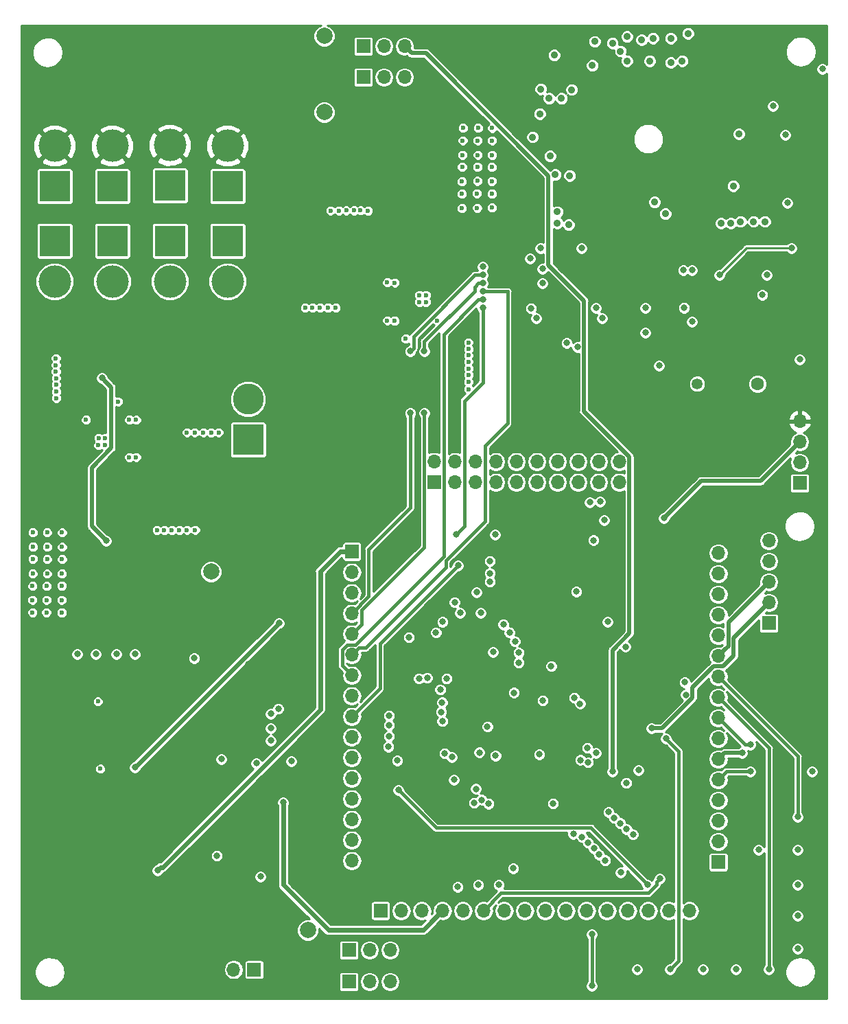
<source format=gbr>
G04 #@! TF.GenerationSoftware,KiCad,Pcbnew,5.0.2-bee76a0~70~ubuntu18.04.1*
G04 #@! TF.CreationDate,2019-09-22T14:56:38-07:00*
G04 #@! TF.ProjectId,habiv-board,68616269-762d-4626-9f61-72642e6b6963,rev?*
G04 #@! TF.SameCoordinates,Original*
G04 #@! TF.FileFunction,Copper,L2,Inr*
G04 #@! TF.FilePolarity,Positive*
%FSLAX46Y46*%
G04 Gerber Fmt 4.6, Leading zero omitted, Abs format (unit mm)*
G04 Created by KiCad (PCBNEW 5.0.2-bee76a0~70~ubuntu18.04.1) date Sun 22 Sep 2019 02:56:38 PM PDT*
%MOMM*%
%LPD*%
G01*
G04 APERTURE LIST*
G04 #@! TA.AperFunction,ViaPad*
%ADD10R,1.700000X1.700000*%
G04 #@! TD*
G04 #@! TA.AperFunction,ViaPad*
%ADD11O,1.700000X1.700000*%
G04 #@! TD*
G04 #@! TA.AperFunction,ViaPad*
%ADD12C,4.000000*%
G04 #@! TD*
G04 #@! TA.AperFunction,ViaPad*
%ADD13R,3.800000X3.800000*%
G04 #@! TD*
G04 #@! TA.AperFunction,ViaPad*
%ADD14C,3.800000*%
G04 #@! TD*
G04 #@! TA.AperFunction,WasherPad*
%ADD15C,1.600000*%
G04 #@! TD*
G04 #@! TA.AperFunction,WasherPad*
%ADD16C,1.350000*%
G04 #@! TD*
G04 #@! TA.AperFunction,ViaPad*
%ADD17C,0.800000*%
G04 #@! TD*
G04 #@! TA.AperFunction,ViaPad*
%ADD18C,0.600000*%
G04 #@! TD*
G04 #@! TA.AperFunction,ViaPad*
%ADD19C,0.906400*%
G04 #@! TD*
G04 #@! TA.AperFunction,ViaPad*
%ADD20C,2.000000*%
G04 #@! TD*
G04 #@! TA.AperFunction,Conductor*
%ADD21C,0.400000*%
G04 #@! TD*
G04 #@! TA.AperFunction,Conductor*
%ADD22C,0.500000*%
G04 #@! TD*
G04 #@! TA.AperFunction,Conductor*
%ADD23C,0.600000*%
G04 #@! TD*
G04 #@! TA.AperFunction,Conductor*
%ADD24C,0.250000*%
G04 #@! TD*
G04 #@! TA.AperFunction,Conductor*
%ADD25C,0.254000*%
G04 #@! TD*
G04 APERTURE END LIST*
D10*
G04 #@! TO.N,GND*
G04 #@! TO.C,J21*
X177546000Y-66040000D03*
D11*
G04 #@! TO.N,PB5*
X177546000Y-63500000D03*
G04 #@! TO.N,PB3*
X177546000Y-60960000D03*
G04 #@! TO.N,+3V3*
X177546000Y-58420000D03*
G04 #@! TD*
D10*
G04 #@! TO.N,PA12*
G04 #@! TO.C,J20*
X173736000Y-83312000D03*
D11*
G04 #@! TO.N,PA11*
X173736000Y-80772000D03*
G04 #@! TO.N,PB10*
X173736000Y-78232000D03*
G04 #@! TO.N,+5V*
X173736000Y-75692000D03*
G04 #@! TO.N,GND*
X173736000Y-73152000D03*
G04 #@! TD*
G04 #@! TO.N,PA10*
G04 #@! TO.C,J18*
X128778000Y-12192000D03*
G04 #@! TO.N,+5V*
X126238000Y-12192000D03*
D10*
G04 #@! TO.N,GND*
X123698000Y-12192000D03*
G04 #@! TD*
G04 #@! TO.N,GND*
G04 #@! TO.C,J17*
X121920000Y-127508000D03*
D11*
G04 #@! TO.N,+5V*
X124460000Y-127508000D03*
G04 #@! TO.N,PA1*
X127000000Y-127508000D03*
G04 #@! TD*
G04 #@! TO.N,PA0*
G04 #@! TO.C,J5*
X127000000Y-123619974D03*
G04 #@! TO.N,+5V*
X124460000Y-123619974D03*
D10*
G04 #@! TO.N,GND*
X121920000Y-123619974D03*
G04 #@! TD*
G04 #@! TO.N,GND*
G04 #@! TO.C,J19*
X123698000Y-16002000D03*
D11*
G04 #@! TO.N,+5V*
X126238000Y-16002000D03*
G04 #@! TO.N,PA9*
X128778000Y-16002000D03*
G04 #@! TD*
D12*
G04 #@! TO.N,+5V*
G04 #@! TO.C,J15*
X92710000Y-41179121D03*
D13*
G04 #@! TO.N,GND*
X92710000Y-36179121D03*
G04 #@! TD*
G04 #@! TO.N,GND*
G04 #@! TO.C,J16*
X99822000Y-36179121D03*
D12*
G04 #@! TO.N,+5V*
X99822000Y-41179121D03*
G04 #@! TD*
G04 #@! TO.N,+3V3*
G04 #@! TO.C,J13*
X85598000Y-24464000D03*
D13*
G04 #@! TO.N,GND*
X85598000Y-29464000D03*
G04 #@! TD*
G04 #@! TO.N,GND*
G04 #@! TO.C,J14*
X106934000Y-29464000D03*
D12*
G04 #@! TO.N,+3V3*
X106934000Y-24464000D03*
G04 #@! TD*
G04 #@! TO.N,+3V3*
G04 #@! TO.C,J12*
X99822000Y-24384000D03*
D13*
G04 #@! TO.N,GND*
X99822000Y-29384000D03*
G04 #@! TD*
G04 #@! TO.N,GND*
G04 #@! TO.C,J11*
X85598000Y-36179121D03*
D12*
G04 #@! TO.N,+5V*
X85598000Y-41179121D03*
G04 #@! TD*
G04 #@! TO.N,+3V3*
G04 #@! TO.C,J10*
X92710000Y-24464000D03*
D13*
G04 #@! TO.N,GND*
X92710000Y-29464000D03*
G04 #@! TD*
G04 #@! TO.N,GND*
G04 #@! TO.C,J8*
X106934000Y-36179121D03*
D12*
G04 #@! TO.N,+5V*
X106934000Y-41179121D03*
G04 #@! TD*
D13*
G04 #@! TO.N,GND*
G04 #@! TO.C,J9*
X109474000Y-60706000D03*
D14*
G04 #@! TO.N,Net-(C8-Pad1)*
X109474000Y-55706000D03*
G04 #@! TD*
D10*
G04 #@! TO.N,Net-(J2-Pad1)*
G04 #@! TO.C,J2*
X132418247Y-65931568D03*
D11*
X132418247Y-63391568D03*
G04 #@! TO.N,PB4*
X134958247Y-65931568D03*
G04 #@! TO.N,GND*
X134958247Y-63391568D03*
G04 #@! TO.N,PA15*
X137498247Y-65931568D03*
G04 #@! TO.N,GND*
X137498247Y-63391568D03*
G04 #@! TO.N,PA13*
X140038247Y-65931568D03*
G04 #@! TO.N,GND*
X140038247Y-63391568D03*
G04 #@! TO.N,PA14*
X142578247Y-65931568D03*
G04 #@! TO.N,GND*
X142578247Y-63391568D03*
G04 #@! TO.N,Net-(10k2-Pad2)*
X145118247Y-65931568D03*
G04 #@! TO.N,GND*
X145118247Y-63391568D03*
G04 #@! TO.N,PB3*
X147658247Y-65931568D03*
G04 #@! TO.N,GND*
X147658247Y-63391568D03*
G04 #@! TO.N,RST*
X150198247Y-65931568D03*
G04 #@! TO.N,GND*
X150198247Y-63391568D03*
G04 #@! TO.N,Net-(10k4-Pad2)*
X152738247Y-65931568D03*
G04 #@! TO.N,GND*
X152738247Y-63391568D03*
G04 #@! TO.N,Net-(10k3-Pad2)*
X155278247Y-65931568D03*
G04 #@! TO.N,GND*
X155278247Y-63391568D03*
G04 #@! TD*
D10*
G04 #@! TO.N,PA0*
G04 #@! TO.C,J4*
X125829487Y-118758488D03*
D11*
G04 #@! TO.N,PA1*
X128369487Y-118758488D03*
G04 #@! TO.N,PA2*
X130909487Y-118758488D03*
G04 #@! TO.N,PA3*
X133449487Y-118758488D03*
G04 #@! TO.N,PA4*
X135989487Y-118758488D03*
G04 #@! TO.N,PA5*
X138529487Y-118758488D03*
G04 #@! TO.N,PA6*
X141069487Y-118758488D03*
G04 #@! TO.N,PA7*
X143609487Y-118758488D03*
G04 #@! TO.N,PA8*
X146149487Y-118758488D03*
G04 #@! TO.N,PA9*
X148689487Y-118758488D03*
G04 #@! TO.N,PA10*
X151229487Y-118758488D03*
G04 #@! TO.N,PA11*
X153769487Y-118758488D03*
G04 #@! TO.N,PA12*
X156309487Y-118758488D03*
G04 #@! TO.N,PA13*
X158849487Y-118758488D03*
G04 #@! TO.N,PA14*
X161389487Y-118758488D03*
G04 #@! TO.N,PA15*
X163929487Y-118758488D03*
G04 #@! TD*
D10*
G04 #@! TO.N,PB0*
G04 #@! TO.C,J6*
X167500727Y-112774248D03*
D11*
G04 #@! TO.N,PB1*
X167500727Y-110234248D03*
G04 #@! TO.N,PB2*
X167500727Y-107694248D03*
G04 #@! TO.N,PB3*
X167500727Y-105154248D03*
G04 #@! TO.N,PB4*
X167500727Y-102614248D03*
G04 #@! TO.N,PB5*
X167500727Y-100074248D03*
G04 #@! TO.N,PB6*
X167500727Y-97534248D03*
G04 #@! TO.N,PB7*
X167500727Y-94994248D03*
G04 #@! TO.N,PB8*
X167500727Y-92454248D03*
G04 #@! TO.N,PB9*
X167500727Y-89914248D03*
G04 #@! TO.N,PB10*
X167500727Y-87374248D03*
G04 #@! TO.N,PB11*
X167500727Y-84834248D03*
G04 #@! TO.N,PB12*
X167500727Y-82294248D03*
G04 #@! TO.N,PB13*
X167500727Y-79754248D03*
G04 #@! TO.N,PB14*
X167500727Y-77214248D03*
G04 #@! TO.N,PB15*
X167500727Y-74674248D03*
G04 #@! TD*
G04 #@! TO.N,PD2*
G04 #@! TO.C,J7*
X122278567Y-112581208D03*
G04 #@! TO.N,N/C*
X122278567Y-110041208D03*
G04 #@! TO.N,PC13*
X122278567Y-107501208D03*
G04 #@! TO.N,PC12*
X122278567Y-104961208D03*
G04 #@! TO.N,PC11*
X122278567Y-102421208D03*
G04 #@! TO.N,PC10*
X122278567Y-99881208D03*
G04 #@! TO.N,PC9*
X122278567Y-97341208D03*
G04 #@! TO.N,PC8*
X122278567Y-94801208D03*
G04 #@! TO.N,PC7*
X122278567Y-92261208D03*
G04 #@! TO.N,PC6*
X122278567Y-89721208D03*
G04 #@! TO.N,PC5*
X122278567Y-87181208D03*
G04 #@! TO.N,PC4*
X122278567Y-84641208D03*
G04 #@! TO.N,PC3*
X122278567Y-82101208D03*
G04 #@! TO.N,PC2*
X122278567Y-79561208D03*
G04 #@! TO.N,PC1*
X122278567Y-77021208D03*
D10*
G04 #@! TO.N,PC0*
X122278567Y-74481208D03*
G04 #@! TD*
G04 #@! TO.N,Net-(J3-Pad1)*
G04 #@! TO.C,J3*
X110226000Y-126024000D03*
D11*
G04 #@! TO.N,Net-(J3-Pad2)*
X107686000Y-126024000D03*
G04 #@! TD*
D15*
G04 #@! TO.N,*
G04 #@! TO.C,B2*
X172336000Y-53812000D03*
D16*
X164886000Y-53812000D03*
G04 #@! TD*
D17*
G04 #@! TO.N,+3V3*
X101346000Y-107188000D03*
X109474000Y-88392000D03*
X136270577Y-101660025D03*
X145688167Y-105073448D03*
X133858000Y-85344000D03*
X153836767Y-85658448D03*
D18*
X130136767Y-72558448D03*
X132170190Y-51213369D03*
D17*
X143256000Y-37846000D03*
X132643766Y-90498447D03*
D18*
X87886000Y-104912000D03*
D17*
X96774000Y-92710000D03*
X85852000Y-88392000D03*
X140462000Y-40640000D03*
X142748000Y-44450000D03*
X132080000Y-53340000D03*
X135128000Y-51213369D03*
X148844000Y-38608000D03*
X150876000Y-42164000D03*
X165862000Y-37084000D03*
X174244000Y-28194000D03*
G04 #@! TO.N,GND*
X176022000Y-31496000D03*
X177546000Y-50800000D03*
X150622000Y-37084000D03*
X148794000Y-48768000D03*
X144394000Y-44518000D03*
D19*
X163761600Y-10616900D03*
X163040000Y-14002000D03*
X169349600Y-29412900D03*
X171840000Y-33802000D03*
X160967600Y-32841900D03*
X169040000Y-34002000D03*
X147640000Y-34002000D03*
X149040000Y-34202000D03*
X159040000Y-14002000D03*
X156240000Y-11002000D03*
X170240000Y-33802000D03*
X159440000Y-11202000D03*
X154440000Y-11802000D03*
X147640000Y-32602000D03*
X173240000Y-33802000D03*
X161640000Y-11202000D03*
X155440000Y-12802000D03*
X148140600Y-18617900D03*
X149410600Y-17538400D03*
X145600600Y-17474900D03*
X149156600Y-28142900D03*
X146743600Y-25729900D03*
X147378600Y-28015900D03*
X145473600Y-20522900D03*
X144584600Y-23380400D03*
X146616600Y-18617900D03*
X147251600Y-13283900D03*
X151950600Y-14553900D03*
X158040000Y-11402000D03*
X152240000Y-11602000D03*
X167840000Y-34002000D03*
D17*
X147116767Y-105548448D03*
X153841767Y-83148448D03*
X149991767Y-79423448D03*
X139291767Y-75648434D03*
X134966781Y-80748448D03*
X132658443Y-84483577D03*
X133466769Y-83148448D03*
X129316768Y-85048448D03*
X145816765Y-92848448D03*
X140016767Y-99648448D03*
X138016767Y-99248448D03*
X142262661Y-91877554D03*
X139016618Y-96073618D03*
X149606000Y-109298448D03*
X145427946Y-99486315D03*
X156036767Y-86208448D03*
X127906767Y-100248448D03*
D18*
X105843090Y-59798569D03*
X104933770Y-59813809D03*
X103943170Y-59798569D03*
X102886530Y-59798569D03*
X101926410Y-59798569D03*
X102947490Y-71822929D03*
X101931490Y-71822929D03*
X100981530Y-71833089D03*
X100036650Y-71843249D03*
X99127330Y-71843249D03*
X98223090Y-71833089D03*
X82876410Y-81993089D03*
X84578210Y-81993089D03*
X86478130Y-82008329D03*
X86462890Y-80453849D03*
X84593450Y-80453849D03*
X82861170Y-80453849D03*
X82876410Y-78716489D03*
X84623930Y-78736809D03*
X86478130Y-78701249D03*
X86493370Y-77207729D03*
X84669650Y-77222969D03*
X82891650Y-77207729D03*
X82911970Y-75399249D03*
X84669650Y-75419569D03*
X86523850Y-75419569D03*
X86523850Y-73920969D03*
X84684890Y-73905729D03*
X82927210Y-73905729D03*
X82911970Y-72117569D03*
X84669650Y-72117569D03*
X86523850Y-72132809D03*
X91852770Y-60504689D03*
X91019650Y-60494529D03*
X91009490Y-61373369D03*
X91852770Y-61388609D03*
X85807570Y-55561849D03*
X85782170Y-54754129D03*
X85772010Y-53900689D03*
X85772010Y-53098049D03*
X85761850Y-52295409D03*
X85761850Y-51513089D03*
X85761850Y-50674889D03*
X119640370Y-32447849D03*
X120691930Y-32442769D03*
X121611410Y-32437689D03*
X122546130Y-32437689D03*
X123343690Y-32432609D03*
X124263170Y-32463089D03*
X116506010Y-44436649D03*
X117420410Y-44416329D03*
X118350050Y-44441729D03*
X119330490Y-44441729D03*
X120275370Y-44441729D03*
X139604770Y-22277689D03*
X137867410Y-22257369D03*
X135987810Y-22257369D03*
X135967490Y-23811849D03*
X137806450Y-23811849D03*
X139584450Y-23811849D03*
X139584450Y-25610169D03*
X137826770Y-25589849D03*
X135926850Y-25589849D03*
X135886210Y-27057969D03*
X137765810Y-27057969D03*
X139543810Y-27078289D03*
X139543810Y-28815649D03*
X137765810Y-28795329D03*
X135865890Y-28856289D03*
X135865890Y-30370129D03*
X137704850Y-30329489D03*
X139564130Y-30370129D03*
X139564130Y-32087169D03*
X137745490Y-32127809D03*
X135865890Y-32148129D03*
X136658370Y-48708929D03*
X136668530Y-49521729D03*
X136658370Y-50298969D03*
X136658370Y-51096529D03*
X136668530Y-51914409D03*
X136668530Y-52701809D03*
X136658370Y-53565409D03*
X136658370Y-54454409D03*
X131420890Y-43720369D03*
X131420890Y-42866929D03*
X130608090Y-42887249D03*
X130608090Y-43720369D03*
D17*
X138176000Y-82042000D03*
X139700000Y-86868000D03*
X134874000Y-102616000D03*
X134620000Y-99822000D03*
X173482000Y-40386000D03*
X102839234Y-87630000D03*
D20*
X118872000Y-10922000D03*
D17*
G04 #@! TO.N,PA5*
X133416791Y-93073448D03*
X177292000Y-111252000D03*
X172466000Y-111252000D03*
X160274000Y-114808000D03*
X135340999Y-115824000D03*
X90678000Y-87122000D03*
X113196020Y-93874091D03*
G04 #@! TO.N,PA7*
X112268000Y-94488000D03*
X88392000Y-87122000D03*
X133445802Y-95395939D03*
X140420999Y-115570000D03*
X165608000Y-125984000D03*
G04 #@! TO.N,PA6*
X112268000Y-96266000D03*
X93218000Y-87122000D03*
X133316767Y-94248448D03*
X137880999Y-115570000D03*
X106172000Y-100076000D03*
X169672000Y-125984000D03*
G04 #@! TO.N,PA8*
X112268000Y-97790000D03*
X142188167Y-113538000D03*
X114808000Y-100330000D03*
X157480000Y-125984000D03*
G04 #@! TO.N,Net-(C1-Pad1)*
X164256000Y-46142000D03*
X164256000Y-39792000D03*
G04 #@! TO.N,Net-(B2-Pad2)*
X160186000Y-51562000D03*
X172906000Y-42837000D03*
G04 #@! TO.N,Net-(IC1-Pad8)*
X163206000Y-39792000D03*
X163256000Y-44442000D03*
G04 #@! TO.N,PB9*
X153162000Y-45720000D03*
X163376767Y-90598446D03*
X149708807Y-92486758D03*
X177292000Y-107188000D03*
G04 #@! TO.N,PB8*
X158496000Y-47498000D03*
X152400000Y-44450000D03*
X158496000Y-44450000D03*
X163496767Y-92128448D03*
X150436767Y-93238448D03*
X173736000Y-125984000D03*
G04 #@! TO.N,RST*
X151892000Y-128016000D03*
X142852917Y-88198448D03*
X151892000Y-121666000D03*
G04 #@! TO.N,PB4*
X179070000Y-101600000D03*
X152091788Y-73084937D03*
X157650591Y-101430608D03*
X171450000Y-101600000D03*
G04 #@! TO.N,PB3*
X151641777Y-68408207D03*
X156136767Y-103028448D03*
X160782000Y-70358000D03*
X153416000Y-70612000D03*
G04 #@! TO.N,PA1*
X130556000Y-90123448D03*
G04 #@! TO.N,PA2*
X131572000Y-90073448D03*
G04 #@! TO.N,PA3*
X133966610Y-90148616D03*
X95504000Y-87122000D03*
X113792000Y-105410000D03*
X177292000Y-115570000D03*
G04 #@! TO.N,PA4*
X133191588Y-91500330D03*
G04 #@! TO.N,PA9*
X155448000Y-114046000D03*
G04 #@! TO.N,PA10*
X154432000Y-101600000D03*
G04 #@! TO.N,PA11*
X159258000Y-96266000D03*
G04 #@! TO.N,PB0*
X126891757Y-94723444D03*
G04 #@! TO.N,PB1*
X126891757Y-95899894D03*
G04 #@! TO.N,PB2*
X126866744Y-97273471D03*
G04 #@! TO.N,PB5*
X170434000Y-99314000D03*
G04 #@! TO.N,PB6*
X180340000Y-14986000D03*
X161036000Y-97534248D03*
X161544000Y-125984000D03*
G04 #@! TO.N,PB7*
X174244000Y-19558000D03*
X177292000Y-119380000D03*
X171450000Y-98298000D03*
G04 #@! TO.N,PB10*
X126791767Y-98548448D03*
G04 #@! TO.N,PB12*
X137581900Y-103728700D03*
X152791278Y-111850349D03*
X156186767Y-108718448D03*
G04 #@! TO.N,PB13*
X137367989Y-105469454D03*
X152145954Y-111086425D03*
X155406767Y-107978448D03*
G04 #@! TO.N,PB14*
X138290846Y-105084281D03*
X151431191Y-110387041D03*
X154640417Y-107336006D03*
G04 #@! TO.N,PB15*
X175768000Y-23114000D03*
X139166769Y-105573448D03*
X150698056Y-109706940D03*
X153971560Y-106592599D03*
G04 #@! TO.N,PC0*
X98298000Y-113792000D03*
X139291767Y-77148432D03*
X142891767Y-86948448D03*
G04 #@! TO.N,PC1*
X95504000Y-101092000D03*
X139303320Y-78199176D03*
X142416767Y-85548448D03*
X113284000Y-83312000D03*
G04 #@! TO.N,PC2*
X137668000Y-79502000D03*
X141741767Y-84448448D03*
X138430000Y-39370000D03*
G04 #@! TO.N,PC3*
X135636000Y-82042000D03*
X140966767Y-83473448D03*
X138430000Y-40386000D03*
X129486766Y-49784000D03*
X129486766Y-57404000D03*
G04 #@! TO.N,PC4*
X138430000Y-41402000D03*
X131218246Y-57404000D03*
X131218246Y-49784000D03*
G04 #@! TO.N,PC5*
X138430000Y-42418000D03*
G04 #@! TO.N,PC6*
X138430000Y-43434000D03*
G04 #@! TO.N,PC7*
X177292000Y-123444000D03*
X110490000Y-100584000D03*
X158750000Y-115570000D03*
X128016000Y-103886000D03*
G04 #@! TO.N,PC8*
X138430000Y-44450000D03*
X135382000Y-76200000D03*
X135128000Y-72390000D03*
G04 #@! TO.N,PC10*
X150486209Y-100182571D03*
G04 #@! TO.N,PC11*
X151438806Y-100486844D03*
G04 #@! TO.N,PC12*
X151316767Y-98708448D03*
G04 #@! TO.N,PC13*
X146891767Y-88623448D03*
G04 #@! TO.N,PD2*
X152400000Y-99314000D03*
G04 #@! TO.N,PB11*
X133703471Y-99368146D03*
X153556766Y-112548448D03*
X156976767Y-109368448D03*
G04 #@! TO.N,Net-(10k4-Pad2)*
X152908000Y-68326000D03*
X139954000Y-72390000D03*
D18*
G04 #@! TO.N,Net-(C8-Pad1)*
X128908830Y-48241569D03*
X132835670Y-46001289D03*
X93409790Y-55998729D03*
X89482950Y-58239009D03*
G04 #@! TO.N,Net-(C13-Pad1)*
X126650770Y-41299749D03*
X126650770Y-45991129D03*
X127565170Y-41337849D03*
X127542310Y-46047009D03*
G04 #@! TO.N,Net-(C14-Pad1)*
X94819490Y-62856729D03*
X95665310Y-62844029D03*
X95665310Y-58249169D03*
X94816950Y-58239009D03*
D20*
G04 #@! TO.N,+5V*
X116840000Y-121158000D03*
X118872000Y-20320000D03*
D17*
X91948000Y-73152000D03*
X91440000Y-53086000D03*
D20*
X104902000Y-76962000D03*
D18*
G04 #@! TO.N,Net-(J1-Pad5)*
X91236000Y-101262000D03*
X90936000Y-92962000D03*
D17*
G04 #@! TO.N,Net-(R19-Pad2)*
X105596000Y-111974000D03*
X110998000Y-114554000D03*
G04 #@! TO.N,Net-(C12-Pad1)*
X145796000Y-41402000D03*
X145034000Y-45720000D03*
G04 #@! TO.N,Net-(C19-Pad2)*
X145542000Y-37084000D03*
X145796000Y-39624000D03*
G04 #@! TO.N,Net-(R33-Pad1)*
X144272000Y-38354000D03*
X150114000Y-49276000D03*
D19*
G04 #@! TO.N,Net-(LED1-PadA)*
X170040000Y-23002000D03*
X159640000Y-31402000D03*
D17*
G04 #@! TO.N,Net-(C4-Pad1)*
X176530000Y-37084000D03*
X167640000Y-40386000D03*
D19*
G04 #@! TO.N,Net-(C7-Pad1)*
X156240000Y-14002000D03*
X161640000Y-14202000D03*
G04 #@! TD*
D21*
G04 #@! TO.N,PA5*
X140701975Y-116586000D02*
X138529487Y-118758488D01*
X160274000Y-114808000D02*
X159874001Y-115207999D01*
X158844002Y-116586000D02*
X140701975Y-116586000D01*
X159874001Y-115556001D02*
X158844002Y-116586000D01*
X159874001Y-115207999D02*
X159874001Y-115556001D01*
G04 #@! TO.N,PB9*
X177292000Y-99705521D02*
X177292000Y-107188000D01*
X167500727Y-89914248D02*
X177292000Y-99705521D01*
G04 #@! TO.N,PB8*
X173736000Y-98689521D02*
X167500727Y-92454248D01*
X173736000Y-125984000D02*
X173736000Y-98689521D01*
G04 #@! TO.N,RST*
X151892000Y-128016000D02*
X151892000Y-121666000D01*
X151892000Y-121666000D02*
X151892000Y-121666000D01*
G04 #@! TO.N,PB4*
X168514975Y-101600000D02*
X167500727Y-102614248D01*
X171450000Y-101600000D02*
X168514975Y-101600000D01*
D22*
G04 #@! TO.N,PB3*
X172720000Y-65786000D02*
X165354000Y-65786000D01*
X177546000Y-60960000D02*
X172720000Y-65786000D01*
X165354000Y-65786000D02*
X160782000Y-70358000D01*
X160782000Y-70358000D02*
X160782000Y-70358000D01*
D23*
G04 #@! TO.N,PA3*
X119380000Y-121158000D02*
X113792000Y-115570000D01*
X131064000Y-121158000D02*
X119380000Y-121158000D01*
X132149486Y-120072514D02*
X131064000Y-121158000D01*
X133449487Y-118758488D02*
X132149486Y-120058489D01*
X113792000Y-115570000D02*
X113792000Y-105410000D01*
X132149486Y-120058489D02*
X132149486Y-120072514D01*
D22*
G04 #@! TO.N,PA10*
X156528248Y-84532965D02*
X154432000Y-86629213D01*
X156528248Y-62791567D02*
X156528248Y-84532965D01*
X150914001Y-57177320D02*
X156528248Y-62791567D01*
X129627999Y-13041999D02*
X131405082Y-13041999D01*
X146525399Y-28162316D02*
X146525399Y-39169397D01*
X128778000Y-12192000D02*
X129627999Y-13041999D01*
X131405082Y-13041999D02*
X146525399Y-28162316D01*
X146525399Y-39169397D02*
X150914001Y-43557999D01*
X150914001Y-43557999D02*
X150914001Y-57177320D01*
X154432000Y-86629213D02*
X154432000Y-101600000D01*
X154432000Y-101600000D02*
X154432000Y-101600000D01*
G04 #@! TO.N,PA11*
X164296768Y-92512449D02*
X160543217Y-96266000D01*
X169400738Y-85107262D02*
X169400738Y-87324239D01*
X173736000Y-80772000D02*
X169400738Y-85107262D01*
X169400738Y-87324239D02*
X168100728Y-88624249D01*
X168100728Y-88624249D02*
X166940724Y-88624249D01*
X166940724Y-88624249D02*
X164296768Y-91268205D01*
X164296768Y-91268205D02*
X164296768Y-92512449D01*
X160543217Y-96266000D02*
X159258000Y-96266000D01*
X159258000Y-96266000D02*
X159258000Y-96266000D01*
G04 #@! TO.N,PB5*
X168260975Y-99314000D02*
X167500727Y-100074248D01*
X170434000Y-99314000D02*
X168260975Y-99314000D01*
D21*
G04 #@! TO.N,PB6*
X161435999Y-97934247D02*
X161036000Y-97534248D01*
X162589488Y-99087736D02*
X161435999Y-97934247D01*
X162589488Y-124938512D02*
X162589488Y-99087736D01*
X161544000Y-125984000D02*
X162589488Y-124938512D01*
G04 #@! TO.N,PB7*
X170804479Y-98298000D02*
X167500727Y-94994248D01*
X171450000Y-98298000D02*
X170804479Y-98298000D01*
D22*
G04 #@! TO.N,PB10*
X168350726Y-86524249D02*
X167500727Y-87374248D01*
X168750728Y-86124247D02*
X168350726Y-86524249D01*
X168750728Y-83217272D02*
X168750728Y-86124247D01*
X173736000Y-78232000D02*
X168750728Y-83217272D01*
D23*
G04 #@! TO.N,PC0*
X98940001Y-113392001D02*
X118364000Y-93968002D01*
X98298000Y-113792000D02*
X98697999Y-113392001D01*
X98697999Y-113392001D02*
X98940001Y-113392001D01*
X120828567Y-74481208D02*
X122278567Y-74481208D01*
X118364000Y-76945775D02*
X120828567Y-74481208D01*
X118364000Y-93968002D02*
X118364000Y-76945775D01*
G04 #@! TO.N,PC1*
X95504000Y-101092000D02*
X113284000Y-83312000D01*
D21*
G04 #@! TO.N,PC3*
X137864315Y-40386000D02*
X138430000Y-40386000D01*
X137488957Y-40386000D02*
X137864315Y-40386000D01*
X124369775Y-74204991D02*
X129486766Y-69088000D01*
X129486766Y-69088000D02*
X129486766Y-57404000D01*
X124369775Y-80010000D02*
X124369775Y-74204991D01*
X122278567Y-82101208D02*
X124369775Y-80010000D01*
X129886765Y-47988192D02*
X137488957Y-40386000D01*
X129886765Y-49384001D02*
X129886765Y-47988192D01*
X129486766Y-49784000D02*
X129886765Y-49384001D01*
G04 #@! TO.N,PC4*
X131218246Y-48580715D02*
X137414000Y-42384961D01*
X131218246Y-73939359D02*
X131218246Y-57404000D01*
X123478568Y-81679037D02*
X131218246Y-73939359D01*
X122278567Y-84641208D02*
X123478568Y-83441207D01*
X123478568Y-83441207D02*
X123478568Y-81679037D01*
X137864315Y-41402000D02*
X138430000Y-41402000D01*
X137414000Y-41852315D02*
X137864315Y-41402000D01*
X137414000Y-42384961D02*
X137414000Y-41852315D01*
X131218246Y-48580715D02*
X131218246Y-49784000D01*
G04 #@! TO.N,PC5*
X141478000Y-58674000D02*
X141478000Y-42418000D01*
X141478000Y-42418000D02*
X138430000Y-42418000D01*
X138698248Y-61453752D02*
X141478000Y-58674000D01*
X122278567Y-87181208D02*
X123128566Y-86331209D01*
X123128566Y-86331209D02*
X123980791Y-86331209D01*
X123980791Y-86331209D02*
X133858000Y-76454000D01*
X133858000Y-76454000D02*
X133858000Y-75601775D01*
X133858000Y-75601775D02*
X138698248Y-70761527D01*
X138698248Y-70761527D02*
X138698248Y-61453752D01*
G04 #@! TO.N,PC6*
X137864315Y-43434000D02*
X138430000Y-43434000D01*
X133618248Y-75063697D02*
X133618248Y-47680067D01*
X122700738Y-85981207D02*
X133618248Y-75063697D01*
X121702566Y-85981207D02*
X122700738Y-85981207D01*
X121078566Y-86605207D02*
X121702566Y-85981207D01*
X133618248Y-47680067D02*
X137864315Y-43434000D01*
X121078566Y-88521207D02*
X121078566Y-86605207D01*
X122278567Y-89721208D02*
X121078566Y-88521207D01*
G04 #@! TO.N,PC7*
X151728447Y-108548447D02*
X132678447Y-108548447D01*
X158750000Y-115570000D02*
X151728447Y-108548447D01*
X132678447Y-108548447D02*
X128016000Y-103886000D01*
X128016000Y-103886000D02*
X128016000Y-103886000D01*
G04 #@! TO.N,PC8*
X125730000Y-91349775D02*
X125730000Y-86106000D01*
X122278567Y-94801208D02*
X125730000Y-91349775D01*
X125730000Y-86106000D02*
X125730000Y-85852000D01*
X125730000Y-85852000D02*
X135382000Y-76200000D01*
X135382000Y-76200000D02*
X135382000Y-76200000D01*
X138430000Y-45015685D02*
X138430000Y-44450000D01*
X138430000Y-53644781D02*
X138430000Y-45015685D01*
X136158248Y-55916533D02*
X138430000Y-53644781D01*
X136158248Y-71359752D02*
X136158248Y-55916533D01*
X135128000Y-72390000D02*
X136158248Y-71359752D01*
D22*
G04 #@! TO.N,+5V*
X92552771Y-61724610D02*
X92552771Y-54198771D01*
X91839999Y-53485999D02*
X91440000Y-53086000D01*
X92552771Y-54198771D02*
X91839999Y-53485999D01*
X90170000Y-64107381D02*
X92552771Y-61724610D01*
X90170000Y-71374000D02*
X90170000Y-64107381D01*
X91948000Y-73152000D02*
X90170000Y-71374000D01*
D24*
G04 #@! TO.N,Net-(C4-Pad1)*
X170942000Y-37084000D02*
X176530000Y-37084000D01*
X167640000Y-40386000D02*
X170942000Y-37084000D01*
G04 #@! TD*
D25*
G04 #@! TO.N,+3V3*
G36*
X118089727Y-9751245D02*
X117701245Y-10139727D01*
X117491000Y-10647302D01*
X117491000Y-11196698D01*
X117701245Y-11704273D01*
X118089727Y-12092755D01*
X118597302Y-12303000D01*
X119146698Y-12303000D01*
X119654273Y-12092755D01*
X120042755Y-11704273D01*
X120192813Y-11342000D01*
X122459536Y-11342000D01*
X122459536Y-13042000D01*
X122489106Y-13190659D01*
X122573314Y-13316686D01*
X122699341Y-13400894D01*
X122848000Y-13430464D01*
X124548000Y-13430464D01*
X124696659Y-13400894D01*
X124822686Y-13316686D01*
X124906894Y-13190659D01*
X124936464Y-13042000D01*
X124936464Y-12192000D01*
X124982884Y-12192000D01*
X125078424Y-12672312D01*
X125350499Y-13079501D01*
X125757688Y-13351576D01*
X126116761Y-13423000D01*
X126359239Y-13423000D01*
X126718312Y-13351576D01*
X127125501Y-13079501D01*
X127397576Y-12672312D01*
X127493116Y-12192000D01*
X127522884Y-12192000D01*
X127618424Y-12672312D01*
X127890499Y-13079501D01*
X128297688Y-13351576D01*
X128656761Y-13423000D01*
X128899239Y-13423000D01*
X129080563Y-13386932D01*
X129137868Y-13444237D01*
X129173073Y-13496925D01*
X129381795Y-13636388D01*
X129565851Y-13672999D01*
X129627998Y-13685361D01*
X129690145Y-13672999D01*
X131143714Y-13672999D01*
X139195047Y-21724332D01*
X139027446Y-21891933D01*
X138923770Y-22142230D01*
X138923770Y-22413148D01*
X139027446Y-22663445D01*
X139219014Y-22855013D01*
X139469311Y-22958689D01*
X139740229Y-22958689D01*
X139990526Y-22855013D01*
X140158127Y-22687412D01*
X145894399Y-28423685D01*
X145894400Y-36384620D01*
X145697351Y-36303000D01*
X145386649Y-36303000D01*
X145099599Y-36421900D01*
X144879900Y-36641599D01*
X144761000Y-36928649D01*
X144761000Y-37239351D01*
X144879900Y-37526401D01*
X145099599Y-37746100D01*
X145386649Y-37865000D01*
X145697351Y-37865000D01*
X145894400Y-37783380D01*
X145894400Y-38843000D01*
X145640649Y-38843000D01*
X145353599Y-38961900D01*
X145133900Y-39181599D01*
X145015000Y-39468649D01*
X145015000Y-39779351D01*
X145133900Y-40066401D01*
X145353599Y-40286100D01*
X145640649Y-40405000D01*
X145951351Y-40405000D01*
X146238401Y-40286100D01*
X146458100Y-40066401D01*
X146479169Y-40015535D01*
X150283001Y-43819368D01*
X150283001Y-48500654D01*
X150269351Y-48495000D01*
X149958649Y-48495000D01*
X149671599Y-48613900D01*
X149575000Y-48710499D01*
X149575000Y-48612649D01*
X149456100Y-48325599D01*
X149236401Y-48105900D01*
X148949351Y-47987000D01*
X148638649Y-47987000D01*
X148351599Y-48105900D01*
X148131900Y-48325599D01*
X148013000Y-48612649D01*
X148013000Y-48923351D01*
X148131900Y-49210401D01*
X148351599Y-49430100D01*
X148638649Y-49549000D01*
X148949351Y-49549000D01*
X149236401Y-49430100D01*
X149333000Y-49333501D01*
X149333000Y-49431351D01*
X149451900Y-49718401D01*
X149671599Y-49938100D01*
X149958649Y-50057000D01*
X150269351Y-50057000D01*
X150283001Y-50051346D01*
X150283002Y-57115167D01*
X150270639Y-57177320D01*
X150319612Y-57423523D01*
X150319613Y-57423524D01*
X150459076Y-57632246D01*
X150511763Y-57667451D01*
X155030120Y-62185808D01*
X154797935Y-62231992D01*
X154390746Y-62504067D01*
X154118671Y-62911256D01*
X154023131Y-63391568D01*
X154118671Y-63871880D01*
X154390746Y-64279069D01*
X154797935Y-64551144D01*
X155157008Y-64622568D01*
X155399486Y-64622568D01*
X155758559Y-64551144D01*
X155897248Y-64458475D01*
X155897248Y-64864661D01*
X155758559Y-64771992D01*
X155399486Y-64700568D01*
X155157008Y-64700568D01*
X154797935Y-64771992D01*
X154390746Y-65044067D01*
X154118671Y-65451256D01*
X154023131Y-65931568D01*
X154118671Y-66411880D01*
X154390746Y-66819069D01*
X154797935Y-67091144D01*
X155157008Y-67162568D01*
X155399486Y-67162568D01*
X155758559Y-67091144D01*
X155897248Y-66998475D01*
X155897249Y-84271595D01*
X154029764Y-86139081D01*
X153977074Y-86174287D01*
X153871231Y-86332694D01*
X153837611Y-86383010D01*
X153788638Y-86629213D01*
X153801000Y-86691361D01*
X153801001Y-101126498D01*
X153769900Y-101157599D01*
X153651000Y-101444649D01*
X153651000Y-101755351D01*
X153769900Y-102042401D01*
X153989599Y-102262100D01*
X154276649Y-102381000D01*
X154587351Y-102381000D01*
X154874401Y-102262100D01*
X155094100Y-102042401D01*
X155213000Y-101755351D01*
X155213000Y-101444649D01*
X155142836Y-101275257D01*
X156869591Y-101275257D01*
X156869591Y-101585959D01*
X156988491Y-101873009D01*
X157208190Y-102092708D01*
X157495240Y-102211608D01*
X157805942Y-102211608D01*
X158092992Y-102092708D01*
X158312691Y-101873009D01*
X158431591Y-101585959D01*
X158431591Y-101275257D01*
X158312691Y-100988207D01*
X158092992Y-100768508D01*
X157805942Y-100649608D01*
X157495240Y-100649608D01*
X157208190Y-100768508D01*
X156988491Y-100988207D01*
X156869591Y-101275257D01*
X155142836Y-101275257D01*
X155094100Y-101157599D01*
X155063000Y-101126499D01*
X155063000Y-96110649D01*
X158477000Y-96110649D01*
X158477000Y-96421351D01*
X158595900Y-96708401D01*
X158815599Y-96928100D01*
X159102649Y-97047000D01*
X159413351Y-97047000D01*
X159700401Y-96928100D01*
X159731501Y-96897000D01*
X160481069Y-96897000D01*
X160543217Y-96909362D01*
X160559655Y-96906092D01*
X160373900Y-97091847D01*
X160255000Y-97378897D01*
X160255000Y-97689599D01*
X160373900Y-97976649D01*
X160593599Y-98196348D01*
X160880649Y-98315248D01*
X160995342Y-98315248D01*
X161065632Y-98385538D01*
X161065635Y-98385540D01*
X162008489Y-99328395D01*
X162008488Y-117691581D01*
X161869799Y-117598912D01*
X161510726Y-117527488D01*
X161268248Y-117527488D01*
X160909175Y-117598912D01*
X160501986Y-117870987D01*
X160229911Y-118278176D01*
X160134371Y-118758488D01*
X160229911Y-119238800D01*
X160501986Y-119645989D01*
X160909175Y-119918064D01*
X161268248Y-119989488D01*
X161510726Y-119989488D01*
X161869799Y-119918064D01*
X162008488Y-119825395D01*
X162008488Y-124697854D01*
X161503343Y-125203000D01*
X161388649Y-125203000D01*
X161101599Y-125321900D01*
X160881900Y-125541599D01*
X160763000Y-125828649D01*
X160763000Y-126139351D01*
X160881900Y-126426401D01*
X161101599Y-126646100D01*
X161388649Y-126765000D01*
X161699351Y-126765000D01*
X161986401Y-126646100D01*
X162206100Y-126426401D01*
X162325000Y-126139351D01*
X162325000Y-126024657D01*
X162521008Y-125828649D01*
X164827000Y-125828649D01*
X164827000Y-126139351D01*
X164945900Y-126426401D01*
X165165599Y-126646100D01*
X165452649Y-126765000D01*
X165763351Y-126765000D01*
X166050401Y-126646100D01*
X166270100Y-126426401D01*
X166389000Y-126139351D01*
X166389000Y-125828649D01*
X168891000Y-125828649D01*
X168891000Y-126139351D01*
X169009900Y-126426401D01*
X169229599Y-126646100D01*
X169516649Y-126765000D01*
X169827351Y-126765000D01*
X170114401Y-126646100D01*
X170334100Y-126426401D01*
X170453000Y-126139351D01*
X170453000Y-125828649D01*
X170334100Y-125541599D01*
X170114401Y-125321900D01*
X169827351Y-125203000D01*
X169516649Y-125203000D01*
X169229599Y-125321900D01*
X169009900Y-125541599D01*
X168891000Y-125828649D01*
X166389000Y-125828649D01*
X166270100Y-125541599D01*
X166050401Y-125321900D01*
X165763351Y-125203000D01*
X165452649Y-125203000D01*
X165165599Y-125321900D01*
X164945900Y-125541599D01*
X164827000Y-125828649D01*
X162521008Y-125828649D01*
X162959856Y-125389801D01*
X163008365Y-125357389D01*
X163136778Y-125165207D01*
X163170488Y-124995734D01*
X163170488Y-124995730D01*
X163181869Y-124938513D01*
X163170488Y-124881296D01*
X163170488Y-119731851D01*
X163449175Y-119918064D01*
X163808248Y-119989488D01*
X164050726Y-119989488D01*
X164409799Y-119918064D01*
X164816988Y-119645989D01*
X165089063Y-119238800D01*
X165184603Y-118758488D01*
X165089063Y-118278176D01*
X164816988Y-117870987D01*
X164409799Y-117598912D01*
X164050726Y-117527488D01*
X163808248Y-117527488D01*
X163449175Y-117598912D01*
X163170488Y-117785125D01*
X163170488Y-111924248D01*
X166262263Y-111924248D01*
X166262263Y-113624248D01*
X166291833Y-113772907D01*
X166376041Y-113898934D01*
X166502068Y-113983142D01*
X166650727Y-114012712D01*
X168350727Y-114012712D01*
X168499386Y-113983142D01*
X168625413Y-113898934D01*
X168709621Y-113772907D01*
X168739191Y-113624248D01*
X168739191Y-111924248D01*
X168709621Y-111775589D01*
X168625413Y-111649562D01*
X168499386Y-111565354D01*
X168350727Y-111535784D01*
X166650727Y-111535784D01*
X166502068Y-111565354D01*
X166376041Y-111649562D01*
X166291833Y-111775589D01*
X166262263Y-111924248D01*
X163170488Y-111924248D01*
X163170488Y-110234248D01*
X166245611Y-110234248D01*
X166341151Y-110714560D01*
X166613226Y-111121749D01*
X167020415Y-111393824D01*
X167379488Y-111465248D01*
X167621966Y-111465248D01*
X167981039Y-111393824D01*
X168388228Y-111121749D01*
X168660303Y-110714560D01*
X168755843Y-110234248D01*
X168660303Y-109753936D01*
X168388228Y-109346747D01*
X167981039Y-109074672D01*
X167621966Y-109003248D01*
X167379488Y-109003248D01*
X167020415Y-109074672D01*
X166613226Y-109346747D01*
X166341151Y-109753936D01*
X166245611Y-110234248D01*
X163170488Y-110234248D01*
X163170488Y-107694248D01*
X166245611Y-107694248D01*
X166341151Y-108174560D01*
X166613226Y-108581749D01*
X167020415Y-108853824D01*
X167379488Y-108925248D01*
X167621966Y-108925248D01*
X167981039Y-108853824D01*
X168388228Y-108581749D01*
X168660303Y-108174560D01*
X168755843Y-107694248D01*
X168660303Y-107213936D01*
X168388228Y-106806747D01*
X167981039Y-106534672D01*
X167621966Y-106463248D01*
X167379488Y-106463248D01*
X167020415Y-106534672D01*
X166613226Y-106806747D01*
X166341151Y-107213936D01*
X166245611Y-107694248D01*
X163170488Y-107694248D01*
X163170488Y-105154248D01*
X166245611Y-105154248D01*
X166341151Y-105634560D01*
X166613226Y-106041749D01*
X167020415Y-106313824D01*
X167379488Y-106385248D01*
X167621966Y-106385248D01*
X167981039Y-106313824D01*
X168388228Y-106041749D01*
X168660303Y-105634560D01*
X168755843Y-105154248D01*
X168660303Y-104673936D01*
X168388228Y-104266747D01*
X167981039Y-103994672D01*
X167621966Y-103923248D01*
X167379488Y-103923248D01*
X167020415Y-103994672D01*
X166613226Y-104266747D01*
X166341151Y-104673936D01*
X166245611Y-105154248D01*
X163170488Y-105154248D01*
X163170488Y-102614248D01*
X166245611Y-102614248D01*
X166341151Y-103094560D01*
X166613226Y-103501749D01*
X167020415Y-103773824D01*
X167379488Y-103845248D01*
X167621966Y-103845248D01*
X167981039Y-103773824D01*
X168388228Y-103501749D01*
X168660303Y-103094560D01*
X168755843Y-102614248D01*
X168683928Y-102252705D01*
X168755633Y-102181000D01*
X170926499Y-102181000D01*
X171007599Y-102262100D01*
X171294649Y-102381000D01*
X171605351Y-102381000D01*
X171892401Y-102262100D01*
X172112100Y-102042401D01*
X172231000Y-101755351D01*
X172231000Y-101444649D01*
X172112100Y-101157599D01*
X171892401Y-100937900D01*
X171605351Y-100819000D01*
X171294649Y-100819000D01*
X171007599Y-100937900D01*
X170926499Y-101019000D01*
X168572191Y-101019000D01*
X168514974Y-101007619D01*
X168457757Y-101019000D01*
X168457753Y-101019000D01*
X168288280Y-101052710D01*
X168096098Y-101181123D01*
X168063685Y-101229632D01*
X167862270Y-101431047D01*
X167621966Y-101383248D01*
X167379488Y-101383248D01*
X167020415Y-101454672D01*
X166613226Y-101726747D01*
X166341151Y-102133936D01*
X166245611Y-102614248D01*
X163170488Y-102614248D01*
X163170488Y-99144954D01*
X163181869Y-99087736D01*
X163170488Y-99030518D01*
X163170488Y-99030514D01*
X163136778Y-98861041D01*
X163124889Y-98843248D01*
X163040779Y-98717369D01*
X163040778Y-98717368D01*
X163008365Y-98668859D01*
X162959856Y-98636446D01*
X161887292Y-97563883D01*
X161887290Y-97563880D01*
X161817000Y-97493590D01*
X161817000Y-97378897D01*
X161698100Y-97091847D01*
X161478401Y-96872148D01*
X161191351Y-96753248D01*
X160949770Y-96753248D01*
X160998143Y-96720926D01*
X161033350Y-96668235D01*
X164699003Y-93002582D01*
X164751694Y-92967375D01*
X164891157Y-92758653D01*
X164927768Y-92574597D01*
X164940130Y-92512449D01*
X164927768Y-92450301D01*
X164927768Y-91529573D01*
X166294967Y-90162375D01*
X166341151Y-90394560D01*
X166613226Y-90801749D01*
X167020415Y-91073824D01*
X167379488Y-91145248D01*
X167621966Y-91145248D01*
X167862270Y-91097449D01*
X168217476Y-91452654D01*
X167981039Y-91294672D01*
X167621966Y-91223248D01*
X167379488Y-91223248D01*
X167020415Y-91294672D01*
X166613226Y-91566747D01*
X166341151Y-91973936D01*
X166245611Y-92454248D01*
X166341151Y-92934560D01*
X166613226Y-93341749D01*
X167020415Y-93613824D01*
X167379488Y-93685248D01*
X167621966Y-93685248D01*
X167862270Y-93637449D01*
X168217476Y-93992654D01*
X167981039Y-93834672D01*
X167621966Y-93763248D01*
X167379488Y-93763248D01*
X167020415Y-93834672D01*
X166613226Y-94106747D01*
X166341151Y-94513936D01*
X166245611Y-94994248D01*
X166341151Y-95474560D01*
X166613226Y-95881749D01*
X167020415Y-96153824D01*
X167379488Y-96225248D01*
X167621966Y-96225248D01*
X167862270Y-96177449D01*
X168217475Y-96532654D01*
X167981039Y-96374672D01*
X167621966Y-96303248D01*
X167379488Y-96303248D01*
X167020415Y-96374672D01*
X166613226Y-96646747D01*
X166341151Y-97053936D01*
X166245611Y-97534248D01*
X166341151Y-98014560D01*
X166613226Y-98421749D01*
X167020415Y-98693824D01*
X167379488Y-98765248D01*
X167621966Y-98765248D01*
X167981039Y-98693824D01*
X168388228Y-98421749D01*
X168660303Y-98014560D01*
X168755843Y-97534248D01*
X168660303Y-97053936D01*
X168502321Y-96817500D01*
X170235637Y-98550816D01*
X169991599Y-98651900D01*
X169960499Y-98683000D01*
X168323121Y-98683000D01*
X168260974Y-98670638D01*
X168198828Y-98683000D01*
X168198827Y-98683000D01*
X168014771Y-98719611D01*
X167806049Y-98859074D01*
X167793787Y-98877425D01*
X167621966Y-98843248D01*
X167379488Y-98843248D01*
X167020415Y-98914672D01*
X166613226Y-99186747D01*
X166341151Y-99593936D01*
X166245611Y-100074248D01*
X166341151Y-100554560D01*
X166613226Y-100961749D01*
X167020415Y-101233824D01*
X167379488Y-101305248D01*
X167621966Y-101305248D01*
X167981039Y-101233824D01*
X168388228Y-100961749D01*
X168660303Y-100554560D01*
X168755843Y-100074248D01*
X168730134Y-99945000D01*
X169960499Y-99945000D01*
X169991599Y-99976100D01*
X170278649Y-100095000D01*
X170589351Y-100095000D01*
X170876401Y-99976100D01*
X171096100Y-99756401D01*
X171215000Y-99469351D01*
X171215000Y-99158649D01*
X171158680Y-99022680D01*
X171294649Y-99079000D01*
X171605351Y-99079000D01*
X171892401Y-98960100D01*
X172112100Y-98740401D01*
X172231000Y-98453351D01*
X172231000Y-98142649D01*
X172134501Y-97909680D01*
X173155001Y-98930180D01*
X173155001Y-110874543D01*
X173128100Y-110809599D01*
X172908401Y-110589900D01*
X172621351Y-110471000D01*
X172310649Y-110471000D01*
X172023599Y-110589900D01*
X171803900Y-110809599D01*
X171685000Y-111096649D01*
X171685000Y-111407351D01*
X171803900Y-111694401D01*
X172023599Y-111914100D01*
X172310649Y-112033000D01*
X172621351Y-112033000D01*
X172908401Y-111914100D01*
X173128100Y-111694401D01*
X173155001Y-111629457D01*
X173155000Y-125460499D01*
X173073900Y-125541599D01*
X172955000Y-125828649D01*
X172955000Y-126139351D01*
X173073900Y-126426401D01*
X173293599Y-126646100D01*
X173580649Y-126765000D01*
X173891351Y-126765000D01*
X174178401Y-126646100D01*
X174398100Y-126426401D01*
X174517000Y-126139351D01*
X174517000Y-126033836D01*
X175757466Y-126033836D01*
X175762382Y-126659697D01*
X175969759Y-127250223D01*
X176357238Y-127741737D01*
X176883036Y-128081240D01*
X177490457Y-128232124D01*
X178114003Y-128178120D01*
X178686437Y-127925049D01*
X179146035Y-127500201D01*
X179443239Y-126949387D01*
X179546000Y-126332000D01*
X179545765Y-126302062D01*
X179433319Y-125686366D01*
X179127500Y-125140287D01*
X178661286Y-124722711D01*
X178084947Y-124478663D01*
X177460630Y-124434459D01*
X176855654Y-124594865D01*
X176335253Y-124942586D01*
X175955543Y-125440126D01*
X175757466Y-126033836D01*
X174517000Y-126033836D01*
X174517000Y-125828649D01*
X174398100Y-125541599D01*
X174317000Y-125460499D01*
X174317000Y-123288649D01*
X176511000Y-123288649D01*
X176511000Y-123599351D01*
X176629900Y-123886401D01*
X176849599Y-124106100D01*
X177136649Y-124225000D01*
X177447351Y-124225000D01*
X177734401Y-124106100D01*
X177954100Y-123886401D01*
X178073000Y-123599351D01*
X178073000Y-123288649D01*
X177954100Y-123001599D01*
X177734401Y-122781900D01*
X177447351Y-122663000D01*
X177136649Y-122663000D01*
X176849599Y-122781900D01*
X176629900Y-123001599D01*
X176511000Y-123288649D01*
X174317000Y-123288649D01*
X174317000Y-119224649D01*
X176511000Y-119224649D01*
X176511000Y-119535351D01*
X176629900Y-119822401D01*
X176849599Y-120042100D01*
X177136649Y-120161000D01*
X177447351Y-120161000D01*
X177734401Y-120042100D01*
X177954100Y-119822401D01*
X178073000Y-119535351D01*
X178073000Y-119224649D01*
X177954100Y-118937599D01*
X177734401Y-118717900D01*
X177447351Y-118599000D01*
X177136649Y-118599000D01*
X176849599Y-118717900D01*
X176629900Y-118937599D01*
X176511000Y-119224649D01*
X174317000Y-119224649D01*
X174317000Y-115414649D01*
X176511000Y-115414649D01*
X176511000Y-115725351D01*
X176629900Y-116012401D01*
X176849599Y-116232100D01*
X177136649Y-116351000D01*
X177447351Y-116351000D01*
X177734401Y-116232100D01*
X177954100Y-116012401D01*
X178073000Y-115725351D01*
X178073000Y-115414649D01*
X177954100Y-115127599D01*
X177734401Y-114907900D01*
X177447351Y-114789000D01*
X177136649Y-114789000D01*
X176849599Y-114907900D01*
X176629900Y-115127599D01*
X176511000Y-115414649D01*
X174317000Y-115414649D01*
X174317000Y-111096649D01*
X176511000Y-111096649D01*
X176511000Y-111407351D01*
X176629900Y-111694401D01*
X176849599Y-111914100D01*
X177136649Y-112033000D01*
X177447351Y-112033000D01*
X177734401Y-111914100D01*
X177954100Y-111694401D01*
X178073000Y-111407351D01*
X178073000Y-111096649D01*
X177954100Y-110809599D01*
X177734401Y-110589900D01*
X177447351Y-110471000D01*
X177136649Y-110471000D01*
X176849599Y-110589900D01*
X176629900Y-110809599D01*
X176511000Y-111096649D01*
X174317000Y-111096649D01*
X174317000Y-98746739D01*
X174328381Y-98689521D01*
X174317000Y-98632303D01*
X174317000Y-98632299D01*
X174283290Y-98462826D01*
X174236698Y-98393097D01*
X174187291Y-98319154D01*
X174187290Y-98319153D01*
X174154877Y-98270644D01*
X174106368Y-98238231D01*
X168683928Y-92815791D01*
X168755843Y-92454248D01*
X168660303Y-91973936D01*
X168502321Y-91737499D01*
X176711000Y-99946180D01*
X176711001Y-106664498D01*
X176629900Y-106745599D01*
X176511000Y-107032649D01*
X176511000Y-107343351D01*
X176629900Y-107630401D01*
X176849599Y-107850100D01*
X177136649Y-107969000D01*
X177447351Y-107969000D01*
X177734401Y-107850100D01*
X177954100Y-107630401D01*
X178073000Y-107343351D01*
X178073000Y-107032649D01*
X177954100Y-106745599D01*
X177873000Y-106664499D01*
X177873000Y-101444649D01*
X178289000Y-101444649D01*
X178289000Y-101755351D01*
X178407900Y-102042401D01*
X178627599Y-102262100D01*
X178914649Y-102381000D01*
X179225351Y-102381000D01*
X179512401Y-102262100D01*
X179732100Y-102042401D01*
X179851000Y-101755351D01*
X179851000Y-101444649D01*
X179732100Y-101157599D01*
X179512401Y-100937900D01*
X179225351Y-100819000D01*
X178914649Y-100819000D01*
X178627599Y-100937900D01*
X178407900Y-101157599D01*
X178289000Y-101444649D01*
X177873000Y-101444649D01*
X177873000Y-99762737D01*
X177884381Y-99705520D01*
X177873000Y-99648304D01*
X177873000Y-99648299D01*
X177839290Y-99478826D01*
X177789158Y-99403799D01*
X177743291Y-99335153D01*
X177743288Y-99335150D01*
X177710877Y-99286644D01*
X177662372Y-99254234D01*
X168683928Y-90275791D01*
X168755843Y-89914248D01*
X168660303Y-89433936D01*
X168464124Y-89140333D01*
X168555654Y-89079175D01*
X168590861Y-89026484D01*
X169802973Y-87814372D01*
X169855664Y-87779165D01*
X169995127Y-87570443D01*
X170031738Y-87386387D01*
X170044100Y-87324239D01*
X170031738Y-87262091D01*
X170031738Y-85368630D01*
X172497536Y-82902833D01*
X172497536Y-84162000D01*
X172527106Y-84310659D01*
X172611314Y-84436686D01*
X172737341Y-84520894D01*
X172886000Y-84550464D01*
X174586000Y-84550464D01*
X174734659Y-84520894D01*
X174860686Y-84436686D01*
X174944894Y-84310659D01*
X174974464Y-84162000D01*
X174974464Y-82462000D01*
X174944894Y-82313341D01*
X174860686Y-82187314D01*
X174734659Y-82103106D01*
X174586000Y-82073536D01*
X173326833Y-82073536D01*
X173433436Y-81966932D01*
X173614761Y-82003000D01*
X173857239Y-82003000D01*
X174216312Y-81931576D01*
X174623501Y-81659501D01*
X174895576Y-81252312D01*
X174991116Y-80772000D01*
X174895576Y-80291688D01*
X174623501Y-79884499D01*
X174216312Y-79612424D01*
X173857239Y-79541000D01*
X173614761Y-79541000D01*
X173255688Y-79612424D01*
X173232353Y-79628016D01*
X173433436Y-79426932D01*
X173614761Y-79463000D01*
X173857239Y-79463000D01*
X174216312Y-79391576D01*
X174623501Y-79119501D01*
X174895576Y-78712312D01*
X174991116Y-78232000D01*
X174895576Y-77751688D01*
X174623501Y-77344499D01*
X174216312Y-77072424D01*
X173857239Y-77001000D01*
X173614761Y-77001000D01*
X173255688Y-77072424D01*
X172848499Y-77344499D01*
X172576424Y-77751688D01*
X172480884Y-78232000D01*
X172541068Y-78534564D01*
X168749501Y-82326131D01*
X168755843Y-82294248D01*
X168660303Y-81813936D01*
X168388228Y-81406747D01*
X167981039Y-81134672D01*
X167621966Y-81063248D01*
X167379488Y-81063248D01*
X167020415Y-81134672D01*
X166613226Y-81406747D01*
X166341151Y-81813936D01*
X166245611Y-82294248D01*
X166341151Y-82774560D01*
X166613226Y-83181749D01*
X167020415Y-83453824D01*
X167379488Y-83525248D01*
X167621966Y-83525248D01*
X167981039Y-83453824D01*
X168119728Y-83361155D01*
X168119728Y-83767341D01*
X167981039Y-83674672D01*
X167621966Y-83603248D01*
X167379488Y-83603248D01*
X167020415Y-83674672D01*
X166613226Y-83946747D01*
X166341151Y-84353936D01*
X166245611Y-84834248D01*
X166341151Y-85314560D01*
X166613226Y-85721749D01*
X167020415Y-85993824D01*
X167379488Y-86065248D01*
X167621966Y-86065248D01*
X167981039Y-85993824D01*
X168004377Y-85978230D01*
X167948489Y-86034118D01*
X167948486Y-86034120D01*
X167803290Y-86179316D01*
X167621966Y-86143248D01*
X167379488Y-86143248D01*
X167020415Y-86214672D01*
X166613226Y-86486747D01*
X166341151Y-86893936D01*
X166245611Y-87374248D01*
X166341151Y-87854560D01*
X166531199Y-88138987D01*
X166485798Y-88169323D01*
X166450594Y-88222010D01*
X164157767Y-90514838D01*
X164157767Y-90443095D01*
X164038867Y-90156045D01*
X163819168Y-89936346D01*
X163532118Y-89817446D01*
X163221416Y-89817446D01*
X162934366Y-89936346D01*
X162714667Y-90156045D01*
X162595767Y-90443095D01*
X162595767Y-90753797D01*
X162714667Y-91040847D01*
X162934366Y-91260546D01*
X163221416Y-91379446D01*
X163264166Y-91379446D01*
X163054366Y-91466348D01*
X162834667Y-91686047D01*
X162715767Y-91973097D01*
X162715767Y-92283799D01*
X162834667Y-92570849D01*
X163054366Y-92790548D01*
X163105232Y-92811617D01*
X160281849Y-95635000D01*
X159731501Y-95635000D01*
X159700401Y-95603900D01*
X159413351Y-95485000D01*
X159102649Y-95485000D01*
X158815599Y-95603900D01*
X158595900Y-95823599D01*
X158477000Y-96110649D01*
X155063000Y-96110649D01*
X155063000Y-86890581D01*
X155353598Y-86599983D01*
X155374667Y-86650849D01*
X155594366Y-86870548D01*
X155881416Y-86989448D01*
X156192118Y-86989448D01*
X156479168Y-86870548D01*
X156698867Y-86650849D01*
X156817767Y-86363799D01*
X156817767Y-86053097D01*
X156698867Y-85766047D01*
X156479168Y-85546348D01*
X156428303Y-85525279D01*
X156930486Y-85023096D01*
X156983174Y-84987891D01*
X157122637Y-84779169D01*
X157159248Y-84595113D01*
X157171610Y-84532966D01*
X157159248Y-84470819D01*
X157159248Y-79754248D01*
X166245611Y-79754248D01*
X166341151Y-80234560D01*
X166613226Y-80641749D01*
X167020415Y-80913824D01*
X167379488Y-80985248D01*
X167621966Y-80985248D01*
X167981039Y-80913824D01*
X168388228Y-80641749D01*
X168660303Y-80234560D01*
X168755843Y-79754248D01*
X168660303Y-79273936D01*
X168388228Y-78866747D01*
X167981039Y-78594672D01*
X167621966Y-78523248D01*
X167379488Y-78523248D01*
X167020415Y-78594672D01*
X166613226Y-78866747D01*
X166341151Y-79273936D01*
X166245611Y-79754248D01*
X157159248Y-79754248D01*
X157159248Y-77214248D01*
X166245611Y-77214248D01*
X166341151Y-77694560D01*
X166613226Y-78101749D01*
X167020415Y-78373824D01*
X167379488Y-78445248D01*
X167621966Y-78445248D01*
X167981039Y-78373824D01*
X168388228Y-78101749D01*
X168660303Y-77694560D01*
X168755843Y-77214248D01*
X168660303Y-76733936D01*
X168388228Y-76326747D01*
X167981039Y-76054672D01*
X167621966Y-75983248D01*
X167379488Y-75983248D01*
X167020415Y-76054672D01*
X166613226Y-76326747D01*
X166341151Y-76733936D01*
X166245611Y-77214248D01*
X157159248Y-77214248D01*
X157159248Y-74674248D01*
X166245611Y-74674248D01*
X166341151Y-75154560D01*
X166613226Y-75561749D01*
X167020415Y-75833824D01*
X167379488Y-75905248D01*
X167621966Y-75905248D01*
X167981039Y-75833824D01*
X168193293Y-75692000D01*
X172480884Y-75692000D01*
X172576424Y-76172312D01*
X172848499Y-76579501D01*
X173255688Y-76851576D01*
X173614761Y-76923000D01*
X173857239Y-76923000D01*
X174216312Y-76851576D01*
X174623501Y-76579501D01*
X174895576Y-76172312D01*
X174991116Y-75692000D01*
X174895576Y-75211688D01*
X174623501Y-74804499D01*
X174216312Y-74532424D01*
X173857239Y-74461000D01*
X173614761Y-74461000D01*
X173255688Y-74532424D01*
X172848499Y-74804499D01*
X172576424Y-75211688D01*
X172480884Y-75692000D01*
X168193293Y-75692000D01*
X168388228Y-75561749D01*
X168660303Y-75154560D01*
X168755843Y-74674248D01*
X168660303Y-74193936D01*
X168388228Y-73786747D01*
X167981039Y-73514672D01*
X167621966Y-73443248D01*
X167379488Y-73443248D01*
X167020415Y-73514672D01*
X166613226Y-73786747D01*
X166341151Y-74193936D01*
X166245611Y-74674248D01*
X157159248Y-74674248D01*
X157159248Y-73152000D01*
X172480884Y-73152000D01*
X172576424Y-73632312D01*
X172848499Y-74039501D01*
X173255688Y-74311576D01*
X173614761Y-74383000D01*
X173857239Y-74383000D01*
X174216312Y-74311576D01*
X174623501Y-74039501D01*
X174895576Y-73632312D01*
X174991116Y-73152000D01*
X174895576Y-72671688D01*
X174623501Y-72264499D01*
X174216312Y-71992424D01*
X173857239Y-71921000D01*
X173614761Y-71921000D01*
X173255688Y-71992424D01*
X172848499Y-72264499D01*
X172576424Y-72671688D01*
X172480884Y-73152000D01*
X157159248Y-73152000D01*
X157159248Y-70202649D01*
X160001000Y-70202649D01*
X160001000Y-70513351D01*
X160119900Y-70800401D01*
X160339599Y-71020100D01*
X160626649Y-71139000D01*
X160937351Y-71139000D01*
X161099284Y-71071925D01*
X175638774Y-71071925D01*
X175643754Y-71705995D01*
X175853852Y-72304266D01*
X176246413Y-72802228D01*
X176779107Y-73146184D01*
X177394495Y-73299047D01*
X178026220Y-73244334D01*
X178606163Y-72987944D01*
X179071789Y-72557524D01*
X179372891Y-71999485D01*
X179477000Y-71374000D01*
X179476762Y-71343669D01*
X179362841Y-70719897D01*
X179053011Y-70166656D01*
X178580682Y-69743603D01*
X177996783Y-69496354D01*
X177364277Y-69451570D01*
X176751366Y-69614080D01*
X176224140Y-69966362D01*
X175839449Y-70470428D01*
X175638774Y-71071925D01*
X161099284Y-71071925D01*
X161224401Y-71020100D01*
X161444100Y-70800401D01*
X161563000Y-70513351D01*
X161563000Y-70469368D01*
X165615369Y-66417000D01*
X172657852Y-66417000D01*
X172720000Y-66429362D01*
X172782148Y-66417000D01*
X172966204Y-66380389D01*
X173174926Y-66240926D01*
X173210133Y-66188235D01*
X174208368Y-65190000D01*
X176307536Y-65190000D01*
X176307536Y-66890000D01*
X176337106Y-67038659D01*
X176421314Y-67164686D01*
X176547341Y-67248894D01*
X176696000Y-67278464D01*
X178396000Y-67278464D01*
X178544659Y-67248894D01*
X178670686Y-67164686D01*
X178754894Y-67038659D01*
X178784464Y-66890000D01*
X178784464Y-65190000D01*
X178754894Y-65041341D01*
X178670686Y-64915314D01*
X178544659Y-64831106D01*
X178396000Y-64801536D01*
X176696000Y-64801536D01*
X176547341Y-64831106D01*
X176421314Y-64915314D01*
X176337106Y-65041341D01*
X176307536Y-65190000D01*
X174208368Y-65190000D01*
X176402018Y-62996350D01*
X176386424Y-63019688D01*
X176290884Y-63500000D01*
X176386424Y-63980312D01*
X176658499Y-64387501D01*
X177065688Y-64659576D01*
X177424761Y-64731000D01*
X177667239Y-64731000D01*
X178026312Y-64659576D01*
X178433501Y-64387501D01*
X178705576Y-63980312D01*
X178801116Y-63500000D01*
X178705576Y-63019688D01*
X178433501Y-62612499D01*
X178026312Y-62340424D01*
X177667239Y-62269000D01*
X177424761Y-62269000D01*
X177065688Y-62340424D01*
X177042350Y-62356018D01*
X177243436Y-62154932D01*
X177424761Y-62191000D01*
X177667239Y-62191000D01*
X178026312Y-62119576D01*
X178433501Y-61847501D01*
X178705576Y-61440312D01*
X178801116Y-60960000D01*
X178705576Y-60479688D01*
X178433501Y-60072499D01*
X178029037Y-59802245D01*
X178427358Y-59615183D01*
X178817645Y-59186924D01*
X178987476Y-58776890D01*
X178866155Y-58547000D01*
X177673000Y-58547000D01*
X177673000Y-58567000D01*
X177419000Y-58567000D01*
X177419000Y-58547000D01*
X176225845Y-58547000D01*
X176104524Y-58776890D01*
X176274355Y-59186924D01*
X176664642Y-59615183D01*
X177062963Y-59802245D01*
X176658499Y-60072499D01*
X176386424Y-60479688D01*
X176290884Y-60960000D01*
X176351068Y-61262564D01*
X172458632Y-65155000D01*
X165416146Y-65155000D01*
X165353999Y-65142638D01*
X165291852Y-65155000D01*
X165107796Y-65191611D01*
X164899074Y-65331074D01*
X164863870Y-65383761D01*
X160670632Y-69577000D01*
X160626649Y-69577000D01*
X160339599Y-69695900D01*
X160119900Y-69915599D01*
X160001000Y-70202649D01*
X157159248Y-70202649D01*
X157159248Y-62853713D01*
X157171610Y-62791566D01*
X157134698Y-62606000D01*
X157122637Y-62545363D01*
X156983174Y-62336641D01*
X156930487Y-62301437D01*
X152692160Y-58063110D01*
X176104524Y-58063110D01*
X176225845Y-58293000D01*
X177419000Y-58293000D01*
X177419000Y-57099181D01*
X177673000Y-57099181D01*
X177673000Y-58293000D01*
X178866155Y-58293000D01*
X178987476Y-58063110D01*
X178817645Y-57653076D01*
X178427358Y-57224817D01*
X177902892Y-56978514D01*
X177673000Y-57099181D01*
X177419000Y-57099181D01*
X177189108Y-56978514D01*
X176664642Y-57224817D01*
X176274355Y-57653076D01*
X176104524Y-58063110D01*
X152692160Y-58063110D01*
X151545001Y-56915952D01*
X151545001Y-53601949D01*
X163830000Y-53601949D01*
X163830000Y-54022051D01*
X163990767Y-54410176D01*
X164287824Y-54707233D01*
X164675949Y-54868000D01*
X165096051Y-54868000D01*
X165484176Y-54707233D01*
X165781233Y-54410176D01*
X165942000Y-54022051D01*
X165942000Y-53601949D01*
X165931701Y-53577085D01*
X171155000Y-53577085D01*
X171155000Y-54046915D01*
X171334797Y-54480983D01*
X171667017Y-54813203D01*
X172101085Y-54993000D01*
X172570915Y-54993000D01*
X173004983Y-54813203D01*
X173337203Y-54480983D01*
X173517000Y-54046915D01*
X173517000Y-53577085D01*
X173337203Y-53143017D01*
X173004983Y-52810797D01*
X172570915Y-52631000D01*
X172101085Y-52631000D01*
X171667017Y-52810797D01*
X171334797Y-53143017D01*
X171155000Y-53577085D01*
X165931701Y-53577085D01*
X165781233Y-53213824D01*
X165484176Y-52916767D01*
X165096051Y-52756000D01*
X164675949Y-52756000D01*
X164287824Y-52916767D01*
X163990767Y-53213824D01*
X163830000Y-53601949D01*
X151545001Y-53601949D01*
X151545001Y-51406649D01*
X159405000Y-51406649D01*
X159405000Y-51717351D01*
X159523900Y-52004401D01*
X159743599Y-52224100D01*
X160030649Y-52343000D01*
X160341351Y-52343000D01*
X160628401Y-52224100D01*
X160848100Y-52004401D01*
X160967000Y-51717351D01*
X160967000Y-51406649D01*
X160848100Y-51119599D01*
X160628401Y-50899900D01*
X160341351Y-50781000D01*
X160030649Y-50781000D01*
X159743599Y-50899900D01*
X159523900Y-51119599D01*
X159405000Y-51406649D01*
X151545001Y-51406649D01*
X151545001Y-50644649D01*
X176765000Y-50644649D01*
X176765000Y-50955351D01*
X176883900Y-51242401D01*
X177103599Y-51462100D01*
X177390649Y-51581000D01*
X177701351Y-51581000D01*
X177988401Y-51462100D01*
X178208100Y-51242401D01*
X178327000Y-50955351D01*
X178327000Y-50644649D01*
X178208100Y-50357599D01*
X177988401Y-50137900D01*
X177701351Y-50019000D01*
X177390649Y-50019000D01*
X177103599Y-50137900D01*
X176883900Y-50357599D01*
X176765000Y-50644649D01*
X151545001Y-50644649D01*
X151545001Y-47342649D01*
X157715000Y-47342649D01*
X157715000Y-47653351D01*
X157833900Y-47940401D01*
X158053599Y-48160100D01*
X158340649Y-48279000D01*
X158651351Y-48279000D01*
X158938401Y-48160100D01*
X159158100Y-47940401D01*
X159277000Y-47653351D01*
X159277000Y-47342649D01*
X159158100Y-47055599D01*
X158938401Y-46835900D01*
X158651351Y-46717000D01*
X158340649Y-46717000D01*
X158053599Y-46835900D01*
X157833900Y-47055599D01*
X157715000Y-47342649D01*
X151545001Y-47342649D01*
X151545001Y-44294649D01*
X151619000Y-44294649D01*
X151619000Y-44605351D01*
X151737900Y-44892401D01*
X151957599Y-45112100D01*
X152244649Y-45231000D01*
X152546499Y-45231000D01*
X152499900Y-45277599D01*
X152381000Y-45564649D01*
X152381000Y-45875351D01*
X152499900Y-46162401D01*
X152719599Y-46382100D01*
X153006649Y-46501000D01*
X153317351Y-46501000D01*
X153604401Y-46382100D01*
X153824100Y-46162401D01*
X153896898Y-45986649D01*
X163475000Y-45986649D01*
X163475000Y-46297351D01*
X163593900Y-46584401D01*
X163813599Y-46804100D01*
X164100649Y-46923000D01*
X164411351Y-46923000D01*
X164698401Y-46804100D01*
X164918100Y-46584401D01*
X165037000Y-46297351D01*
X165037000Y-45986649D01*
X164918100Y-45699599D01*
X164698401Y-45479900D01*
X164411351Y-45361000D01*
X164100649Y-45361000D01*
X163813599Y-45479900D01*
X163593900Y-45699599D01*
X163475000Y-45986649D01*
X153896898Y-45986649D01*
X153943000Y-45875351D01*
X153943000Y-45564649D01*
X153824100Y-45277599D01*
X153604401Y-45057900D01*
X153317351Y-44939000D01*
X153015501Y-44939000D01*
X153062100Y-44892401D01*
X153181000Y-44605351D01*
X153181000Y-44294649D01*
X157715000Y-44294649D01*
X157715000Y-44605351D01*
X157833900Y-44892401D01*
X158053599Y-45112100D01*
X158340649Y-45231000D01*
X158651351Y-45231000D01*
X158938401Y-45112100D01*
X159158100Y-44892401D01*
X159277000Y-44605351D01*
X159277000Y-44294649D01*
X159273687Y-44286649D01*
X162475000Y-44286649D01*
X162475000Y-44597351D01*
X162593900Y-44884401D01*
X162813599Y-45104100D01*
X163100649Y-45223000D01*
X163411351Y-45223000D01*
X163698401Y-45104100D01*
X163918100Y-44884401D01*
X164037000Y-44597351D01*
X164037000Y-44286649D01*
X163918100Y-43999599D01*
X163698401Y-43779900D01*
X163411351Y-43661000D01*
X163100649Y-43661000D01*
X162813599Y-43779900D01*
X162593900Y-43999599D01*
X162475000Y-44286649D01*
X159273687Y-44286649D01*
X159158100Y-44007599D01*
X158938401Y-43787900D01*
X158651351Y-43669000D01*
X158340649Y-43669000D01*
X158053599Y-43787900D01*
X157833900Y-44007599D01*
X157715000Y-44294649D01*
X153181000Y-44294649D01*
X153062100Y-44007599D01*
X152842401Y-43787900D01*
X152555351Y-43669000D01*
X152244649Y-43669000D01*
X151957599Y-43787900D01*
X151737900Y-44007599D01*
X151619000Y-44294649D01*
X151545001Y-44294649D01*
X151545001Y-43620145D01*
X151557363Y-43557998D01*
X151538779Y-43464573D01*
X151508390Y-43311795D01*
X151368927Y-43103073D01*
X151316240Y-43067869D01*
X150930020Y-42681649D01*
X172125000Y-42681649D01*
X172125000Y-42992351D01*
X172243900Y-43279401D01*
X172463599Y-43499100D01*
X172750649Y-43618000D01*
X173061351Y-43618000D01*
X173348401Y-43499100D01*
X173568100Y-43279401D01*
X173687000Y-42992351D01*
X173687000Y-42681649D01*
X173568100Y-42394599D01*
X173348401Y-42174900D01*
X173061351Y-42056000D01*
X172750649Y-42056000D01*
X172463599Y-42174900D01*
X172243900Y-42394599D01*
X172125000Y-42681649D01*
X150930020Y-42681649D01*
X147885020Y-39636649D01*
X162425000Y-39636649D01*
X162425000Y-39947351D01*
X162543900Y-40234401D01*
X162763599Y-40454100D01*
X163050649Y-40573000D01*
X163361351Y-40573000D01*
X163648401Y-40454100D01*
X163731000Y-40371501D01*
X163813599Y-40454100D01*
X164100649Y-40573000D01*
X164411351Y-40573000D01*
X164698401Y-40454100D01*
X164918100Y-40234401D01*
X164919654Y-40230649D01*
X166859000Y-40230649D01*
X166859000Y-40541351D01*
X166977900Y-40828401D01*
X167197599Y-41048100D01*
X167484649Y-41167000D01*
X167795351Y-41167000D01*
X168082401Y-41048100D01*
X168302100Y-40828401D01*
X168421000Y-40541351D01*
X168421000Y-40320591D01*
X168510942Y-40230649D01*
X172701000Y-40230649D01*
X172701000Y-40541351D01*
X172819900Y-40828401D01*
X173039599Y-41048100D01*
X173326649Y-41167000D01*
X173637351Y-41167000D01*
X173924401Y-41048100D01*
X174144100Y-40828401D01*
X174263000Y-40541351D01*
X174263000Y-40230649D01*
X174144100Y-39943599D01*
X173924401Y-39723900D01*
X173637351Y-39605000D01*
X173326649Y-39605000D01*
X173039599Y-39723900D01*
X172819900Y-39943599D01*
X172701000Y-40230649D01*
X168510942Y-40230649D01*
X171151592Y-37590000D01*
X175931499Y-37590000D01*
X176087599Y-37746100D01*
X176374649Y-37865000D01*
X176685351Y-37865000D01*
X176972401Y-37746100D01*
X177192100Y-37526401D01*
X177311000Y-37239351D01*
X177311000Y-36928649D01*
X177192100Y-36641599D01*
X176972401Y-36421900D01*
X176685351Y-36303000D01*
X176374649Y-36303000D01*
X176087599Y-36421900D01*
X175931499Y-36578000D01*
X170991833Y-36578000D01*
X170941999Y-36568087D01*
X170892165Y-36578000D01*
X170744569Y-36607359D01*
X170577194Y-36719194D01*
X170548963Y-36761445D01*
X167705409Y-39605000D01*
X167484649Y-39605000D01*
X167197599Y-39723900D01*
X166977900Y-39943599D01*
X166859000Y-40230649D01*
X164919654Y-40230649D01*
X165037000Y-39947351D01*
X165037000Y-39636649D01*
X164918100Y-39349599D01*
X164698401Y-39129900D01*
X164411351Y-39011000D01*
X164100649Y-39011000D01*
X163813599Y-39129900D01*
X163731000Y-39212499D01*
X163648401Y-39129900D01*
X163361351Y-39011000D01*
X163050649Y-39011000D01*
X162763599Y-39129900D01*
X162543900Y-39349599D01*
X162425000Y-39636649D01*
X147885020Y-39636649D01*
X147156399Y-38908029D01*
X147156399Y-36928649D01*
X149841000Y-36928649D01*
X149841000Y-37239351D01*
X149959900Y-37526401D01*
X150179599Y-37746100D01*
X150466649Y-37865000D01*
X150777351Y-37865000D01*
X151064401Y-37746100D01*
X151284100Y-37526401D01*
X151403000Y-37239351D01*
X151403000Y-36928649D01*
X151284100Y-36641599D01*
X151064401Y-36421900D01*
X150777351Y-36303000D01*
X150466649Y-36303000D01*
X150179599Y-36421900D01*
X149959900Y-36641599D01*
X149841000Y-36928649D01*
X147156399Y-36928649D01*
X147156399Y-34698136D01*
X147167464Y-34709201D01*
X147474067Y-34836200D01*
X147805933Y-34836200D01*
X148112536Y-34709201D01*
X148278439Y-34543298D01*
X148332799Y-34674536D01*
X148567464Y-34909201D01*
X148874067Y-35036200D01*
X149205933Y-35036200D01*
X149512536Y-34909201D01*
X149747201Y-34674536D01*
X149874200Y-34367933D01*
X149874200Y-34036067D01*
X149791358Y-33836067D01*
X167005800Y-33836067D01*
X167005800Y-34167933D01*
X167132799Y-34474536D01*
X167367464Y-34709201D01*
X167674067Y-34836200D01*
X168005933Y-34836200D01*
X168312536Y-34709201D01*
X168440000Y-34581737D01*
X168567464Y-34709201D01*
X168874067Y-34836200D01*
X169205933Y-34836200D01*
X169512536Y-34709201D01*
X169740000Y-34481737D01*
X169767464Y-34509201D01*
X170074067Y-34636200D01*
X170405933Y-34636200D01*
X170712536Y-34509201D01*
X170947201Y-34274536D01*
X171040000Y-34050499D01*
X171132799Y-34274536D01*
X171367464Y-34509201D01*
X171674067Y-34636200D01*
X172005933Y-34636200D01*
X172312536Y-34509201D01*
X172540000Y-34281737D01*
X172767464Y-34509201D01*
X173074067Y-34636200D01*
X173405933Y-34636200D01*
X173712536Y-34509201D01*
X173947201Y-34274536D01*
X174074200Y-33967933D01*
X174074200Y-33636067D01*
X173947201Y-33329464D01*
X173712536Y-33094799D01*
X173405933Y-32967800D01*
X173074067Y-32967800D01*
X172767464Y-33094799D01*
X172540000Y-33322263D01*
X172312536Y-33094799D01*
X172005933Y-32967800D01*
X171674067Y-32967800D01*
X171367464Y-33094799D01*
X171132799Y-33329464D01*
X171040000Y-33553501D01*
X170947201Y-33329464D01*
X170712536Y-33094799D01*
X170405933Y-32967800D01*
X170074067Y-32967800D01*
X169767464Y-33094799D01*
X169540000Y-33322263D01*
X169512536Y-33294799D01*
X169205933Y-33167800D01*
X168874067Y-33167800D01*
X168567464Y-33294799D01*
X168440000Y-33422263D01*
X168312536Y-33294799D01*
X168005933Y-33167800D01*
X167674067Y-33167800D01*
X167367464Y-33294799D01*
X167132799Y-33529464D01*
X167005800Y-33836067D01*
X149791358Y-33836067D01*
X149747201Y-33729464D01*
X149512536Y-33494799D01*
X149205933Y-33367800D01*
X148874067Y-33367800D01*
X148567464Y-33494799D01*
X148401561Y-33660702D01*
X148347201Y-33529464D01*
X148119737Y-33302000D01*
X148347201Y-33074536D01*
X148474200Y-32767933D01*
X148474200Y-32675967D01*
X160133400Y-32675967D01*
X160133400Y-33007833D01*
X160260399Y-33314436D01*
X160495064Y-33549101D01*
X160801667Y-33676100D01*
X161133533Y-33676100D01*
X161440136Y-33549101D01*
X161674801Y-33314436D01*
X161801800Y-33007833D01*
X161801800Y-32675967D01*
X161674801Y-32369364D01*
X161440136Y-32134699D01*
X161133533Y-32007700D01*
X160801667Y-32007700D01*
X160495064Y-32134699D01*
X160260399Y-32369364D01*
X160133400Y-32675967D01*
X148474200Y-32675967D01*
X148474200Y-32436067D01*
X148347201Y-32129464D01*
X148112536Y-31894799D01*
X147805933Y-31767800D01*
X147474067Y-31767800D01*
X147167464Y-31894799D01*
X147156399Y-31905864D01*
X147156399Y-31236067D01*
X158805800Y-31236067D01*
X158805800Y-31567933D01*
X158932799Y-31874536D01*
X159167464Y-32109201D01*
X159474067Y-32236200D01*
X159805933Y-32236200D01*
X160112536Y-32109201D01*
X160347201Y-31874536D01*
X160474200Y-31567933D01*
X160474200Y-31340649D01*
X175241000Y-31340649D01*
X175241000Y-31651351D01*
X175359900Y-31938401D01*
X175579599Y-32158100D01*
X175866649Y-32277000D01*
X176177351Y-32277000D01*
X176464401Y-32158100D01*
X176684100Y-31938401D01*
X176803000Y-31651351D01*
X176803000Y-31340649D01*
X176684100Y-31053599D01*
X176464401Y-30833900D01*
X176177351Y-30715000D01*
X175866649Y-30715000D01*
X175579599Y-30833900D01*
X175359900Y-31053599D01*
X175241000Y-31340649D01*
X160474200Y-31340649D01*
X160474200Y-31236067D01*
X160347201Y-30929464D01*
X160112536Y-30694799D01*
X159805933Y-30567800D01*
X159474067Y-30567800D01*
X159167464Y-30694799D01*
X158932799Y-30929464D01*
X158805800Y-31236067D01*
X147156399Y-31236067D01*
X147156399Y-29246967D01*
X168515400Y-29246967D01*
X168515400Y-29578833D01*
X168642399Y-29885436D01*
X168877064Y-30120101D01*
X169183667Y-30247100D01*
X169515533Y-30247100D01*
X169822136Y-30120101D01*
X170056801Y-29885436D01*
X170183800Y-29578833D01*
X170183800Y-29246967D01*
X170056801Y-28940364D01*
X169822136Y-28705699D01*
X169515533Y-28578700D01*
X169183667Y-28578700D01*
X168877064Y-28705699D01*
X168642399Y-28940364D01*
X168515400Y-29246967D01*
X147156399Y-29246967D01*
X147156399Y-28826793D01*
X147212667Y-28850100D01*
X147544533Y-28850100D01*
X147851136Y-28723101D01*
X148085801Y-28488436D01*
X148212800Y-28181833D01*
X148212800Y-27976967D01*
X148322400Y-27976967D01*
X148322400Y-28308833D01*
X148449399Y-28615436D01*
X148684064Y-28850101D01*
X148990667Y-28977100D01*
X149322533Y-28977100D01*
X149629136Y-28850101D01*
X149863801Y-28615436D01*
X149990800Y-28308833D01*
X149990800Y-27976967D01*
X149863801Y-27670364D01*
X149629136Y-27435699D01*
X149322533Y-27308700D01*
X148990667Y-27308700D01*
X148684064Y-27435699D01*
X148449399Y-27670364D01*
X148322400Y-27976967D01*
X148212800Y-27976967D01*
X148212800Y-27849967D01*
X148085801Y-27543364D01*
X147851136Y-27308699D01*
X147544533Y-27181700D01*
X147212667Y-27181700D01*
X146906064Y-27308699D01*
X146735107Y-27479656D01*
X144819418Y-25563967D01*
X145909400Y-25563967D01*
X145909400Y-25895833D01*
X146036399Y-26202436D01*
X146271064Y-26437101D01*
X146577667Y-26564100D01*
X146909533Y-26564100D01*
X147216136Y-26437101D01*
X147450801Y-26202436D01*
X147577800Y-25895833D01*
X147577800Y-25563967D01*
X147450801Y-25257364D01*
X147216136Y-25022699D01*
X146909533Y-24895700D01*
X146577667Y-24895700D01*
X146271064Y-25022699D01*
X146036399Y-25257364D01*
X145909400Y-25563967D01*
X144819418Y-25563967D01*
X142469918Y-23214467D01*
X143750400Y-23214467D01*
X143750400Y-23546333D01*
X143877399Y-23852936D01*
X144112064Y-24087601D01*
X144418667Y-24214600D01*
X144750533Y-24214600D01*
X145057136Y-24087601D01*
X145291801Y-23852936D01*
X145418800Y-23546333D01*
X145418800Y-23234746D01*
X156981600Y-23234746D01*
X156981600Y-23983054D01*
X157267965Y-24674401D01*
X157797099Y-25203535D01*
X158488446Y-25489900D01*
X159236754Y-25489900D01*
X159928101Y-25203535D01*
X160457235Y-24674401D01*
X160743600Y-23983054D01*
X160743600Y-23234746D01*
X160578462Y-22836067D01*
X169205800Y-22836067D01*
X169205800Y-23167933D01*
X169332799Y-23474536D01*
X169567464Y-23709201D01*
X169874067Y-23836200D01*
X170205933Y-23836200D01*
X170512536Y-23709201D01*
X170747201Y-23474536D01*
X170874200Y-23167933D01*
X170874200Y-22958649D01*
X174987000Y-22958649D01*
X174987000Y-23269351D01*
X175105900Y-23556401D01*
X175325599Y-23776100D01*
X175612649Y-23895000D01*
X175923351Y-23895000D01*
X176210401Y-23776100D01*
X176430100Y-23556401D01*
X176549000Y-23269351D01*
X176549000Y-22958649D01*
X176430100Y-22671599D01*
X176210401Y-22451900D01*
X175923351Y-22333000D01*
X175612649Y-22333000D01*
X175325599Y-22451900D01*
X175105900Y-22671599D01*
X174987000Y-22958649D01*
X170874200Y-22958649D01*
X170874200Y-22836067D01*
X170747201Y-22529464D01*
X170512536Y-22294799D01*
X170205933Y-22167800D01*
X169874067Y-22167800D01*
X169567464Y-22294799D01*
X169332799Y-22529464D01*
X169205800Y-22836067D01*
X160578462Y-22836067D01*
X160457235Y-22543399D01*
X159928101Y-22014265D01*
X159236754Y-21727900D01*
X158488446Y-21727900D01*
X157797099Y-22014265D01*
X157267965Y-22543399D01*
X156981600Y-23234746D01*
X145418800Y-23234746D01*
X145418800Y-23214467D01*
X145291801Y-22907864D01*
X145057136Y-22673199D01*
X144750533Y-22546200D01*
X144418667Y-22546200D01*
X144112064Y-22673199D01*
X143877399Y-22907864D01*
X143750400Y-23214467D01*
X142469918Y-23214467D01*
X139612418Y-20356967D01*
X144639400Y-20356967D01*
X144639400Y-20688833D01*
X144766399Y-20995436D01*
X145001064Y-21230101D01*
X145307667Y-21357100D01*
X145639533Y-21357100D01*
X145946136Y-21230101D01*
X146180801Y-20995436D01*
X146307800Y-20688833D01*
X146307800Y-20356967D01*
X146180801Y-20050364D01*
X145946136Y-19815699D01*
X145639533Y-19688700D01*
X145307667Y-19688700D01*
X145001064Y-19815699D01*
X144766399Y-20050364D01*
X144639400Y-20356967D01*
X139612418Y-20356967D01*
X136564418Y-17308967D01*
X144766400Y-17308967D01*
X144766400Y-17640833D01*
X144893399Y-17947436D01*
X145128064Y-18182101D01*
X145434667Y-18309100D01*
X145766533Y-18309100D01*
X145857120Y-18271578D01*
X145782400Y-18451967D01*
X145782400Y-18783833D01*
X145909399Y-19090436D01*
X146144064Y-19325101D01*
X146450667Y-19452100D01*
X146782533Y-19452100D01*
X147089136Y-19325101D01*
X147323801Y-19090436D01*
X147378600Y-18958139D01*
X147433399Y-19090436D01*
X147668064Y-19325101D01*
X147974667Y-19452100D01*
X148306533Y-19452100D01*
X148425918Y-19402649D01*
X173463000Y-19402649D01*
X173463000Y-19713351D01*
X173581900Y-20000401D01*
X173801599Y-20220100D01*
X174088649Y-20339000D01*
X174399351Y-20339000D01*
X174686401Y-20220100D01*
X174906100Y-20000401D01*
X175025000Y-19713351D01*
X175025000Y-19402649D01*
X174906100Y-19115599D01*
X174686401Y-18895900D01*
X174399351Y-18777000D01*
X174088649Y-18777000D01*
X173801599Y-18895900D01*
X173581900Y-19115599D01*
X173463000Y-19402649D01*
X148425918Y-19402649D01*
X148613136Y-19325101D01*
X148847801Y-19090436D01*
X148974800Y-18783833D01*
X148974800Y-18451967D01*
X148854854Y-18162391D01*
X148938064Y-18245601D01*
X149244667Y-18372600D01*
X149576533Y-18372600D01*
X149883136Y-18245601D01*
X150117801Y-18010936D01*
X150244800Y-17704333D01*
X150244800Y-17372467D01*
X150117801Y-17065864D01*
X149883136Y-16831199D01*
X149576533Y-16704200D01*
X149244667Y-16704200D01*
X148938064Y-16831199D01*
X148703399Y-17065864D01*
X148576400Y-17372467D01*
X148576400Y-17704333D01*
X148696346Y-17993909D01*
X148613136Y-17910699D01*
X148306533Y-17783700D01*
X147974667Y-17783700D01*
X147668064Y-17910699D01*
X147433399Y-18145364D01*
X147378600Y-18277661D01*
X147323801Y-18145364D01*
X147089136Y-17910699D01*
X146782533Y-17783700D01*
X146450667Y-17783700D01*
X146360080Y-17821222D01*
X146434800Y-17640833D01*
X146434800Y-17308967D01*
X146307801Y-17002364D01*
X146073136Y-16767699D01*
X145766533Y-16640700D01*
X145434667Y-16640700D01*
X145128064Y-16767699D01*
X144893399Y-17002364D01*
X144766400Y-17308967D01*
X136564418Y-17308967D01*
X133643418Y-14387967D01*
X151116400Y-14387967D01*
X151116400Y-14719833D01*
X151243399Y-15026436D01*
X151478064Y-15261101D01*
X151784667Y-15388100D01*
X152116533Y-15388100D01*
X152423136Y-15261101D01*
X152657801Y-15026436D01*
X152784800Y-14719833D01*
X152784800Y-14387967D01*
X152657801Y-14081364D01*
X152423136Y-13846699D01*
X152116533Y-13719700D01*
X151784667Y-13719700D01*
X151478064Y-13846699D01*
X151243399Y-14081364D01*
X151116400Y-14387967D01*
X133643418Y-14387967D01*
X132373418Y-13117967D01*
X146417400Y-13117967D01*
X146417400Y-13449833D01*
X146544399Y-13756436D01*
X146779064Y-13991101D01*
X147085667Y-14118100D01*
X147417533Y-14118100D01*
X147724136Y-13991101D01*
X147958801Y-13756436D01*
X148085800Y-13449833D01*
X148085800Y-13117967D01*
X147958801Y-12811364D01*
X147724136Y-12576699D01*
X147417533Y-12449700D01*
X147085667Y-12449700D01*
X146779064Y-12576699D01*
X146544399Y-12811364D01*
X146417400Y-13117967D01*
X132373418Y-13117967D01*
X131895215Y-12639764D01*
X131860008Y-12587073D01*
X131651286Y-12447610D01*
X131467230Y-12410999D01*
X131405082Y-12398637D01*
X131342934Y-12410999D01*
X129989554Y-12410999D01*
X130033116Y-12192000D01*
X129937576Y-11711688D01*
X129753412Y-11436067D01*
X151405800Y-11436067D01*
X151405800Y-11767933D01*
X151532799Y-12074536D01*
X151767464Y-12309201D01*
X152074067Y-12436200D01*
X152405933Y-12436200D01*
X152712536Y-12309201D01*
X152947201Y-12074536D01*
X153074200Y-11767933D01*
X153074200Y-11636067D01*
X153605800Y-11636067D01*
X153605800Y-11967933D01*
X153732799Y-12274536D01*
X153967464Y-12509201D01*
X154274067Y-12636200D01*
X154605800Y-12636200D01*
X154605800Y-12967933D01*
X154732799Y-13274536D01*
X154967464Y-13509201D01*
X155274067Y-13636200D01*
X155488588Y-13636200D01*
X155405800Y-13836067D01*
X155405800Y-14167933D01*
X155532799Y-14474536D01*
X155767464Y-14709201D01*
X156074067Y-14836200D01*
X156405933Y-14836200D01*
X156712536Y-14709201D01*
X156947201Y-14474536D01*
X157074200Y-14167933D01*
X157074200Y-13836067D01*
X158205800Y-13836067D01*
X158205800Y-14167933D01*
X158332799Y-14474536D01*
X158567464Y-14709201D01*
X158874067Y-14836200D01*
X159205933Y-14836200D01*
X159512536Y-14709201D01*
X159747201Y-14474536D01*
X159874200Y-14167933D01*
X159874200Y-14036067D01*
X160805800Y-14036067D01*
X160805800Y-14367933D01*
X160932799Y-14674536D01*
X161167464Y-14909201D01*
X161474067Y-15036200D01*
X161805933Y-15036200D01*
X162112536Y-14909201D01*
X162347201Y-14674536D01*
X162401561Y-14543298D01*
X162567464Y-14709201D01*
X162874067Y-14836200D01*
X163205933Y-14836200D01*
X163512536Y-14709201D01*
X163747201Y-14474536D01*
X163874200Y-14167933D01*
X163874200Y-13836067D01*
X163747201Y-13529464D01*
X163512536Y-13294799D01*
X163205933Y-13167800D01*
X162874067Y-13167800D01*
X162567464Y-13294799D01*
X162332799Y-13529464D01*
X162278439Y-13660702D01*
X162112536Y-13494799D01*
X161805933Y-13367800D01*
X161474067Y-13367800D01*
X161167464Y-13494799D01*
X160932799Y-13729464D01*
X160805800Y-14036067D01*
X159874200Y-14036067D01*
X159874200Y-13836067D01*
X159747201Y-13529464D01*
X159512536Y-13294799D01*
X159205933Y-13167800D01*
X158874067Y-13167800D01*
X158567464Y-13294799D01*
X158332799Y-13529464D01*
X158205800Y-13836067D01*
X157074200Y-13836067D01*
X156947201Y-13529464D01*
X156712536Y-13294799D01*
X156405933Y-13167800D01*
X156191412Y-13167800D01*
X156274200Y-12967933D01*
X156274200Y-12636067D01*
X156241833Y-12557925D01*
X175798774Y-12557925D01*
X175803754Y-13191995D01*
X176013852Y-13790266D01*
X176406413Y-14288228D01*
X176939107Y-14632184D01*
X177554495Y-14785047D01*
X178186220Y-14730334D01*
X178766163Y-14473944D01*
X179231789Y-14043524D01*
X179532891Y-13485485D01*
X179637000Y-12860000D01*
X179636762Y-12829669D01*
X179522841Y-12205897D01*
X179213011Y-11652656D01*
X178740682Y-11229603D01*
X178156783Y-10982354D01*
X177524277Y-10937570D01*
X176911366Y-11100080D01*
X176384140Y-11452362D01*
X175999449Y-11956428D01*
X175798774Y-12557925D01*
X156241833Y-12557925D01*
X156147201Y-12329464D01*
X155912536Y-12094799D01*
X155605933Y-11967800D01*
X155274200Y-11967800D01*
X155274200Y-11636067D01*
X155147201Y-11329464D01*
X154912536Y-11094799D01*
X154605933Y-10967800D01*
X154274067Y-10967800D01*
X153967464Y-11094799D01*
X153732799Y-11329464D01*
X153605800Y-11636067D01*
X153074200Y-11636067D01*
X153074200Y-11436067D01*
X152947201Y-11129464D01*
X152712536Y-10894799D01*
X152570745Y-10836067D01*
X155405800Y-10836067D01*
X155405800Y-11167933D01*
X155532799Y-11474536D01*
X155767464Y-11709201D01*
X156074067Y-11836200D01*
X156405933Y-11836200D01*
X156712536Y-11709201D01*
X156947201Y-11474536D01*
X157045978Y-11236067D01*
X157205800Y-11236067D01*
X157205800Y-11567933D01*
X157332799Y-11874536D01*
X157567464Y-12109201D01*
X157874067Y-12236200D01*
X158205933Y-12236200D01*
X158512536Y-12109201D01*
X158747201Y-11874536D01*
X158801561Y-11743298D01*
X158967464Y-11909201D01*
X159274067Y-12036200D01*
X159605933Y-12036200D01*
X159912536Y-11909201D01*
X160147201Y-11674536D01*
X160274200Y-11367933D01*
X160274200Y-11036067D01*
X160805800Y-11036067D01*
X160805800Y-11367933D01*
X160932799Y-11674536D01*
X161167464Y-11909201D01*
X161474067Y-12036200D01*
X161805933Y-12036200D01*
X162112536Y-11909201D01*
X162347201Y-11674536D01*
X162474200Y-11367933D01*
X162474200Y-11036067D01*
X162347201Y-10729464D01*
X162112536Y-10494799D01*
X162006717Y-10450967D01*
X162927400Y-10450967D01*
X162927400Y-10782833D01*
X163054399Y-11089436D01*
X163289064Y-11324101D01*
X163595667Y-11451100D01*
X163927533Y-11451100D01*
X164234136Y-11324101D01*
X164468801Y-11089436D01*
X164595800Y-10782833D01*
X164595800Y-10450967D01*
X164468801Y-10144364D01*
X164234136Y-9909699D01*
X163927533Y-9782700D01*
X163595667Y-9782700D01*
X163289064Y-9909699D01*
X163054399Y-10144364D01*
X162927400Y-10450967D01*
X162006717Y-10450967D01*
X161805933Y-10367800D01*
X161474067Y-10367800D01*
X161167464Y-10494799D01*
X160932799Y-10729464D01*
X160805800Y-11036067D01*
X160274200Y-11036067D01*
X160147201Y-10729464D01*
X159912536Y-10494799D01*
X159605933Y-10367800D01*
X159274067Y-10367800D01*
X158967464Y-10494799D01*
X158732799Y-10729464D01*
X158678439Y-10860702D01*
X158512536Y-10694799D01*
X158205933Y-10567800D01*
X157874067Y-10567800D01*
X157567464Y-10694799D01*
X157332799Y-10929464D01*
X157205800Y-11236067D01*
X157045978Y-11236067D01*
X157074200Y-11167933D01*
X157074200Y-10836067D01*
X156947201Y-10529464D01*
X156712536Y-10294799D01*
X156405933Y-10167800D01*
X156074067Y-10167800D01*
X155767464Y-10294799D01*
X155532799Y-10529464D01*
X155405800Y-10836067D01*
X152570745Y-10836067D01*
X152405933Y-10767800D01*
X152074067Y-10767800D01*
X151767464Y-10894799D01*
X151532799Y-11129464D01*
X151405800Y-11436067D01*
X129753412Y-11436067D01*
X129665501Y-11304499D01*
X129258312Y-11032424D01*
X128899239Y-10961000D01*
X128656761Y-10961000D01*
X128297688Y-11032424D01*
X127890499Y-11304499D01*
X127618424Y-11711688D01*
X127522884Y-12192000D01*
X127493116Y-12192000D01*
X127397576Y-11711688D01*
X127125501Y-11304499D01*
X126718312Y-11032424D01*
X126359239Y-10961000D01*
X126116761Y-10961000D01*
X125757688Y-11032424D01*
X125350499Y-11304499D01*
X125078424Y-11711688D01*
X124982884Y-12192000D01*
X124936464Y-12192000D01*
X124936464Y-11342000D01*
X124906894Y-11193341D01*
X124822686Y-11067314D01*
X124696659Y-10983106D01*
X124548000Y-10953536D01*
X122848000Y-10953536D01*
X122699341Y-10983106D01*
X122573314Y-11067314D01*
X122489106Y-11193341D01*
X122459536Y-11342000D01*
X120192813Y-11342000D01*
X120253000Y-11196698D01*
X120253000Y-10647302D01*
X120042755Y-10139727D01*
X119654273Y-9751245D01*
X119289136Y-9600000D01*
X180900000Y-9600000D01*
X180900000Y-14441499D01*
X180782401Y-14323900D01*
X180495351Y-14205000D01*
X180184649Y-14205000D01*
X179897599Y-14323900D01*
X179677900Y-14543599D01*
X179559000Y-14830649D01*
X179559000Y-15141351D01*
X179677900Y-15428401D01*
X179897599Y-15648100D01*
X180184649Y-15767000D01*
X180495351Y-15767000D01*
X180782401Y-15648100D01*
X180900000Y-15530501D01*
X180900001Y-129592000D01*
X81482000Y-129592000D01*
X81482000Y-126033836D01*
X83113466Y-126033836D01*
X83118382Y-126659697D01*
X83325759Y-127250223D01*
X83713238Y-127741737D01*
X84239036Y-128081240D01*
X84846457Y-128232124D01*
X85470003Y-128178120D01*
X86042437Y-127925049D01*
X86502035Y-127500201D01*
X86799239Y-126949387D01*
X86902000Y-126332000D01*
X86901765Y-126302062D01*
X86850982Y-126024000D01*
X106430884Y-126024000D01*
X106526424Y-126504312D01*
X106798499Y-126911501D01*
X107205688Y-127183576D01*
X107564761Y-127255000D01*
X107807239Y-127255000D01*
X108166312Y-127183576D01*
X108573501Y-126911501D01*
X108845576Y-126504312D01*
X108941116Y-126024000D01*
X108845576Y-125543688D01*
X108598559Y-125174000D01*
X108987536Y-125174000D01*
X108987536Y-126874000D01*
X109017106Y-127022659D01*
X109101314Y-127148686D01*
X109227341Y-127232894D01*
X109376000Y-127262464D01*
X111076000Y-127262464D01*
X111224659Y-127232894D01*
X111350686Y-127148686D01*
X111434894Y-127022659D01*
X111464464Y-126874000D01*
X111464464Y-126658000D01*
X120681536Y-126658000D01*
X120681536Y-128358000D01*
X120711106Y-128506659D01*
X120795314Y-128632686D01*
X120921341Y-128716894D01*
X121070000Y-128746464D01*
X122770000Y-128746464D01*
X122918659Y-128716894D01*
X123044686Y-128632686D01*
X123128894Y-128506659D01*
X123158464Y-128358000D01*
X123158464Y-127508000D01*
X123204884Y-127508000D01*
X123300424Y-127988312D01*
X123572499Y-128395501D01*
X123979688Y-128667576D01*
X124338761Y-128739000D01*
X124581239Y-128739000D01*
X124940312Y-128667576D01*
X125347501Y-128395501D01*
X125619576Y-127988312D01*
X125715116Y-127508000D01*
X125744884Y-127508000D01*
X125840424Y-127988312D01*
X126112499Y-128395501D01*
X126519688Y-128667576D01*
X126878761Y-128739000D01*
X127121239Y-128739000D01*
X127480312Y-128667576D01*
X127887501Y-128395501D01*
X128159576Y-127988312D01*
X128255116Y-127508000D01*
X128159576Y-127027688D01*
X127887501Y-126620499D01*
X127480312Y-126348424D01*
X127121239Y-126277000D01*
X126878761Y-126277000D01*
X126519688Y-126348424D01*
X126112499Y-126620499D01*
X125840424Y-127027688D01*
X125744884Y-127508000D01*
X125715116Y-127508000D01*
X125619576Y-127027688D01*
X125347501Y-126620499D01*
X124940312Y-126348424D01*
X124581239Y-126277000D01*
X124338761Y-126277000D01*
X123979688Y-126348424D01*
X123572499Y-126620499D01*
X123300424Y-127027688D01*
X123204884Y-127508000D01*
X123158464Y-127508000D01*
X123158464Y-126658000D01*
X123128894Y-126509341D01*
X123044686Y-126383314D01*
X122918659Y-126299106D01*
X122770000Y-126269536D01*
X121070000Y-126269536D01*
X120921341Y-126299106D01*
X120795314Y-126383314D01*
X120711106Y-126509341D01*
X120681536Y-126658000D01*
X111464464Y-126658000D01*
X111464464Y-125174000D01*
X111434894Y-125025341D01*
X111350686Y-124899314D01*
X111224659Y-124815106D01*
X111076000Y-124785536D01*
X109376000Y-124785536D01*
X109227341Y-124815106D01*
X109101314Y-124899314D01*
X109017106Y-125025341D01*
X108987536Y-125174000D01*
X108598559Y-125174000D01*
X108573501Y-125136499D01*
X108166312Y-124864424D01*
X107807239Y-124793000D01*
X107564761Y-124793000D01*
X107205688Y-124864424D01*
X106798499Y-125136499D01*
X106526424Y-125543688D01*
X106430884Y-126024000D01*
X86850982Y-126024000D01*
X86789319Y-125686366D01*
X86483500Y-125140287D01*
X86017286Y-124722711D01*
X85440947Y-124478663D01*
X84816630Y-124434459D01*
X84211654Y-124594865D01*
X83691253Y-124942586D01*
X83311543Y-125440126D01*
X83113466Y-126033836D01*
X81482000Y-126033836D01*
X81482000Y-122769974D01*
X120681536Y-122769974D01*
X120681536Y-124469974D01*
X120711106Y-124618633D01*
X120795314Y-124744660D01*
X120921341Y-124828868D01*
X121070000Y-124858438D01*
X122770000Y-124858438D01*
X122918659Y-124828868D01*
X123044686Y-124744660D01*
X123128894Y-124618633D01*
X123158464Y-124469974D01*
X123158464Y-123619974D01*
X123204884Y-123619974D01*
X123300424Y-124100286D01*
X123572499Y-124507475D01*
X123979688Y-124779550D01*
X124338761Y-124850974D01*
X124581239Y-124850974D01*
X124940312Y-124779550D01*
X125347501Y-124507475D01*
X125619576Y-124100286D01*
X125715116Y-123619974D01*
X125744884Y-123619974D01*
X125840424Y-124100286D01*
X126112499Y-124507475D01*
X126519688Y-124779550D01*
X126878761Y-124850974D01*
X127121239Y-124850974D01*
X127480312Y-124779550D01*
X127887501Y-124507475D01*
X128159576Y-124100286D01*
X128255116Y-123619974D01*
X128159576Y-123139662D01*
X127887501Y-122732473D01*
X127480312Y-122460398D01*
X127121239Y-122388974D01*
X126878761Y-122388974D01*
X126519688Y-122460398D01*
X126112499Y-122732473D01*
X125840424Y-123139662D01*
X125744884Y-123619974D01*
X125715116Y-123619974D01*
X125619576Y-123139662D01*
X125347501Y-122732473D01*
X124940312Y-122460398D01*
X124581239Y-122388974D01*
X124338761Y-122388974D01*
X123979688Y-122460398D01*
X123572499Y-122732473D01*
X123300424Y-123139662D01*
X123204884Y-123619974D01*
X123158464Y-123619974D01*
X123158464Y-122769974D01*
X123128894Y-122621315D01*
X123044686Y-122495288D01*
X122918659Y-122411080D01*
X122770000Y-122381510D01*
X121070000Y-122381510D01*
X120921341Y-122411080D01*
X120795314Y-122495288D01*
X120711106Y-122621315D01*
X120681536Y-122769974D01*
X81482000Y-122769974D01*
X81482000Y-113636649D01*
X97517000Y-113636649D01*
X97517000Y-113947351D01*
X97635900Y-114234401D01*
X97855599Y-114454100D01*
X98142649Y-114573000D01*
X98453351Y-114573000D01*
X98740401Y-114454100D01*
X98795852Y-114398649D01*
X110217000Y-114398649D01*
X110217000Y-114709351D01*
X110335900Y-114996401D01*
X110555599Y-115216100D01*
X110842649Y-115335000D01*
X111153351Y-115335000D01*
X111440401Y-115216100D01*
X111660100Y-114996401D01*
X111779000Y-114709351D01*
X111779000Y-114398649D01*
X111660100Y-114111599D01*
X111440401Y-113891900D01*
X111153351Y-113773000D01*
X110842649Y-113773000D01*
X110555599Y-113891900D01*
X110335900Y-114111599D01*
X110217000Y-114398649D01*
X98795852Y-114398649D01*
X98960100Y-114234401D01*
X99028739Y-114068691D01*
X99205714Y-114033488D01*
X99430974Y-113882974D01*
X99468968Y-113826112D01*
X101476431Y-111818649D01*
X104815000Y-111818649D01*
X104815000Y-112129351D01*
X104933900Y-112416401D01*
X105153599Y-112636100D01*
X105440649Y-112755000D01*
X105751351Y-112755000D01*
X106038401Y-112636100D01*
X106258100Y-112416401D01*
X106377000Y-112129351D01*
X106377000Y-111818649D01*
X106258100Y-111531599D01*
X106038401Y-111311900D01*
X105751351Y-111193000D01*
X105440649Y-111193000D01*
X105153599Y-111311900D01*
X104933900Y-111531599D01*
X104815000Y-111818649D01*
X101476431Y-111818649D01*
X108040431Y-105254649D01*
X113011000Y-105254649D01*
X113011000Y-105565351D01*
X113111001Y-105806775D01*
X113111000Y-115502935D01*
X113097660Y-115570000D01*
X113111000Y-115637065D01*
X113111000Y-115637068D01*
X113150513Y-115835712D01*
X113301027Y-116060972D01*
X113357887Y-116098965D01*
X117035921Y-119777000D01*
X116565302Y-119777000D01*
X116057727Y-119987245D01*
X115669245Y-120375727D01*
X115459000Y-120883302D01*
X115459000Y-121432698D01*
X115669245Y-121940273D01*
X116057727Y-122328755D01*
X116565302Y-122539000D01*
X117114698Y-122539000D01*
X117622273Y-122328755D01*
X118010755Y-121940273D01*
X118221000Y-121432698D01*
X118221000Y-120962080D01*
X118851037Y-121592117D01*
X118889027Y-121648973D01*
X118945883Y-121686963D01*
X118945884Y-121686964D01*
X118989265Y-121715950D01*
X119114287Y-121799487D01*
X119312931Y-121839000D01*
X119312935Y-121839000D01*
X119379999Y-121852340D01*
X119447063Y-121839000D01*
X130996935Y-121839000D01*
X131064000Y-121852340D01*
X131131065Y-121839000D01*
X131131069Y-121839000D01*
X131329713Y-121799487D01*
X131554973Y-121648973D01*
X131592967Y-121592111D01*
X131674429Y-121510649D01*
X151111000Y-121510649D01*
X151111000Y-121821351D01*
X151229900Y-122108401D01*
X151311001Y-122189502D01*
X151311000Y-127492499D01*
X151229900Y-127573599D01*
X151111000Y-127860649D01*
X151111000Y-128171351D01*
X151229900Y-128458401D01*
X151449599Y-128678100D01*
X151736649Y-128797000D01*
X152047351Y-128797000D01*
X152334401Y-128678100D01*
X152554100Y-128458401D01*
X152673000Y-128171351D01*
X152673000Y-127860649D01*
X152554100Y-127573599D01*
X152473000Y-127492499D01*
X152473000Y-125828649D01*
X156699000Y-125828649D01*
X156699000Y-126139351D01*
X156817900Y-126426401D01*
X157037599Y-126646100D01*
X157324649Y-126765000D01*
X157635351Y-126765000D01*
X157922401Y-126646100D01*
X158142100Y-126426401D01*
X158261000Y-126139351D01*
X158261000Y-125828649D01*
X158142100Y-125541599D01*
X157922401Y-125321900D01*
X157635351Y-125203000D01*
X157324649Y-125203000D01*
X157037599Y-125321900D01*
X156817900Y-125541599D01*
X156699000Y-125828649D01*
X152473000Y-125828649D01*
X152473000Y-122189501D01*
X152554100Y-122108401D01*
X152673000Y-121821351D01*
X152673000Y-121510649D01*
X152554100Y-121223599D01*
X152334401Y-121003900D01*
X152047351Y-120885000D01*
X151736649Y-120885000D01*
X151449599Y-121003900D01*
X151229900Y-121223599D01*
X151111000Y-121510649D01*
X131674429Y-121510649D01*
X132583602Y-120601477D01*
X132640459Y-120563486D01*
X132678450Y-120506629D01*
X132706694Y-120464359D01*
X133205902Y-119965152D01*
X133328248Y-119989488D01*
X133570726Y-119989488D01*
X133929799Y-119918064D01*
X134336988Y-119645989D01*
X134609063Y-119238800D01*
X134704603Y-118758488D01*
X134734371Y-118758488D01*
X134829911Y-119238800D01*
X135101986Y-119645989D01*
X135509175Y-119918064D01*
X135868248Y-119989488D01*
X136110726Y-119989488D01*
X136469799Y-119918064D01*
X136876988Y-119645989D01*
X137149063Y-119238800D01*
X137244603Y-118758488D01*
X137149063Y-118278176D01*
X136876988Y-117870987D01*
X136469799Y-117598912D01*
X136110726Y-117527488D01*
X135868248Y-117527488D01*
X135509175Y-117598912D01*
X135101986Y-117870987D01*
X134829911Y-118278176D01*
X134734371Y-118758488D01*
X134704603Y-118758488D01*
X134609063Y-118278176D01*
X134336988Y-117870987D01*
X133929799Y-117598912D01*
X133570726Y-117527488D01*
X133328248Y-117527488D01*
X132969175Y-117598912D01*
X132561986Y-117870987D01*
X132289911Y-118278176D01*
X132194371Y-118758488D01*
X132242823Y-119002073D01*
X132084698Y-119160199D01*
X132164603Y-118758488D01*
X132069063Y-118278176D01*
X131796988Y-117870987D01*
X131389799Y-117598912D01*
X131030726Y-117527488D01*
X130788248Y-117527488D01*
X130429175Y-117598912D01*
X130021986Y-117870987D01*
X129749911Y-118278176D01*
X129654371Y-118758488D01*
X129749911Y-119238800D01*
X130021986Y-119645989D01*
X130429175Y-119918064D01*
X130788248Y-119989488D01*
X131030726Y-119989488D01*
X131328705Y-119930216D01*
X130781922Y-120477000D01*
X119662080Y-120477000D01*
X117093568Y-117908488D01*
X124591023Y-117908488D01*
X124591023Y-119608488D01*
X124620593Y-119757147D01*
X124704801Y-119883174D01*
X124830828Y-119967382D01*
X124979487Y-119996952D01*
X126679487Y-119996952D01*
X126828146Y-119967382D01*
X126954173Y-119883174D01*
X127038381Y-119757147D01*
X127067951Y-119608488D01*
X127067951Y-118758488D01*
X127114371Y-118758488D01*
X127209911Y-119238800D01*
X127481986Y-119645989D01*
X127889175Y-119918064D01*
X128248248Y-119989488D01*
X128490726Y-119989488D01*
X128849799Y-119918064D01*
X129256988Y-119645989D01*
X129529063Y-119238800D01*
X129624603Y-118758488D01*
X129529063Y-118278176D01*
X129256988Y-117870987D01*
X128849799Y-117598912D01*
X128490726Y-117527488D01*
X128248248Y-117527488D01*
X127889175Y-117598912D01*
X127481986Y-117870987D01*
X127209911Y-118278176D01*
X127114371Y-118758488D01*
X127067951Y-118758488D01*
X127067951Y-117908488D01*
X127038381Y-117759829D01*
X126954173Y-117633802D01*
X126828146Y-117549594D01*
X126679487Y-117520024D01*
X124979487Y-117520024D01*
X124830828Y-117549594D01*
X124704801Y-117633802D01*
X124620593Y-117759829D01*
X124591023Y-117908488D01*
X117093568Y-117908488D01*
X114853728Y-115668649D01*
X134559999Y-115668649D01*
X134559999Y-115979351D01*
X134678899Y-116266401D01*
X134898598Y-116486100D01*
X135185648Y-116605000D01*
X135496350Y-116605000D01*
X135783400Y-116486100D01*
X136003099Y-116266401D01*
X136121999Y-115979351D01*
X136121999Y-115668649D01*
X136016789Y-115414649D01*
X137099999Y-115414649D01*
X137099999Y-115725351D01*
X137218899Y-116012401D01*
X137438598Y-116232100D01*
X137725648Y-116351000D01*
X138036350Y-116351000D01*
X138323400Y-116232100D01*
X138543099Y-116012401D01*
X138661999Y-115725351D01*
X138661999Y-115414649D01*
X138543099Y-115127599D01*
X138323400Y-114907900D01*
X138036350Y-114789000D01*
X137725648Y-114789000D01*
X137438598Y-114907900D01*
X137218899Y-115127599D01*
X137099999Y-115414649D01*
X136016789Y-115414649D01*
X136003099Y-115381599D01*
X135783400Y-115161900D01*
X135496350Y-115043000D01*
X135185648Y-115043000D01*
X134898598Y-115161900D01*
X134678899Y-115381599D01*
X134559999Y-115668649D01*
X114853728Y-115668649D01*
X114473000Y-115287922D01*
X114473000Y-112581208D01*
X121023451Y-112581208D01*
X121118991Y-113061520D01*
X121391066Y-113468709D01*
X121798255Y-113740784D01*
X122157328Y-113812208D01*
X122399806Y-113812208D01*
X122758879Y-113740784D01*
X123166068Y-113468709D01*
X123223571Y-113382649D01*
X141407167Y-113382649D01*
X141407167Y-113693351D01*
X141526067Y-113980401D01*
X141745766Y-114200100D01*
X142032816Y-114319000D01*
X142343518Y-114319000D01*
X142630568Y-114200100D01*
X142850267Y-113980401D01*
X142969167Y-113693351D01*
X142969167Y-113382649D01*
X142850267Y-113095599D01*
X142630568Y-112875900D01*
X142343518Y-112757000D01*
X142032816Y-112757000D01*
X141745766Y-112875900D01*
X141526067Y-113095599D01*
X141407167Y-113382649D01*
X123223571Y-113382649D01*
X123438143Y-113061520D01*
X123533683Y-112581208D01*
X123438143Y-112100896D01*
X123166068Y-111693707D01*
X122758879Y-111421632D01*
X122399806Y-111350208D01*
X122157328Y-111350208D01*
X121798255Y-111421632D01*
X121391066Y-111693707D01*
X121118991Y-112100896D01*
X121023451Y-112581208D01*
X114473000Y-112581208D01*
X114473000Y-110041208D01*
X121023451Y-110041208D01*
X121118991Y-110521520D01*
X121391066Y-110928709D01*
X121798255Y-111200784D01*
X122157328Y-111272208D01*
X122399806Y-111272208D01*
X122758879Y-111200784D01*
X123166068Y-110928709D01*
X123438143Y-110521520D01*
X123533683Y-110041208D01*
X123438143Y-109560896D01*
X123166068Y-109153707D01*
X122758879Y-108881632D01*
X122399806Y-108810208D01*
X122157328Y-108810208D01*
X121798255Y-108881632D01*
X121391066Y-109153707D01*
X121118991Y-109560896D01*
X121023451Y-110041208D01*
X114473000Y-110041208D01*
X114473000Y-107501208D01*
X121023451Y-107501208D01*
X121118991Y-107981520D01*
X121391066Y-108388709D01*
X121798255Y-108660784D01*
X122157328Y-108732208D01*
X122399806Y-108732208D01*
X122758879Y-108660784D01*
X123166068Y-108388709D01*
X123438143Y-107981520D01*
X123533683Y-107501208D01*
X123438143Y-107020896D01*
X123166068Y-106613707D01*
X122758879Y-106341632D01*
X122399806Y-106270208D01*
X122157328Y-106270208D01*
X121798255Y-106341632D01*
X121391066Y-106613707D01*
X121118991Y-107020896D01*
X121023451Y-107501208D01*
X114473000Y-107501208D01*
X114473000Y-105806772D01*
X114573000Y-105565351D01*
X114573000Y-105254649D01*
X114454100Y-104967599D01*
X114447709Y-104961208D01*
X121023451Y-104961208D01*
X121118991Y-105441520D01*
X121391066Y-105848709D01*
X121798255Y-106120784D01*
X122157328Y-106192208D01*
X122399806Y-106192208D01*
X122758879Y-106120784D01*
X123166068Y-105848709D01*
X123438143Y-105441520D01*
X123533683Y-104961208D01*
X123438143Y-104480896D01*
X123166068Y-104073707D01*
X122758879Y-103801632D01*
X122402024Y-103730649D01*
X127235000Y-103730649D01*
X127235000Y-104041351D01*
X127353900Y-104328401D01*
X127573599Y-104548100D01*
X127860649Y-104667000D01*
X127975343Y-104667000D01*
X132227157Y-108918815D01*
X132259570Y-108967324D01*
X132308079Y-108999737D01*
X132308080Y-108999738D01*
X132375580Y-109044840D01*
X132451752Y-109095737D01*
X132621225Y-109129447D01*
X132621229Y-109129447D01*
X132678447Y-109140828D01*
X132735665Y-109129447D01*
X148830654Y-109129447D01*
X148825000Y-109143097D01*
X148825000Y-109453799D01*
X148943900Y-109740849D01*
X149163599Y-109960548D01*
X149450649Y-110079448D01*
X149761351Y-110079448D01*
X149971030Y-109992596D01*
X150035956Y-110149341D01*
X150255655Y-110369040D01*
X150542705Y-110487940D01*
X150650191Y-110487940D01*
X150650191Y-110542392D01*
X150769091Y-110829442D01*
X150988790Y-111049141D01*
X151275840Y-111168041D01*
X151364954Y-111168041D01*
X151364954Y-111241776D01*
X151483854Y-111528826D01*
X151703553Y-111748525D01*
X151990603Y-111867425D01*
X152010278Y-111867425D01*
X152010278Y-112005700D01*
X152129178Y-112292750D01*
X152348877Y-112512449D01*
X152635927Y-112631349D01*
X152775766Y-112631349D01*
X152775766Y-112703799D01*
X152894666Y-112990849D01*
X153114365Y-113210548D01*
X153401415Y-113329448D01*
X153712117Y-113329448D01*
X153999167Y-113210548D01*
X154218866Y-112990849D01*
X154337766Y-112703799D01*
X154337766Y-112393097D01*
X154218866Y-112106047D01*
X153999167Y-111886348D01*
X153712117Y-111767448D01*
X153572278Y-111767448D01*
X153572278Y-111694998D01*
X153453378Y-111407948D01*
X153233679Y-111188249D01*
X152946629Y-111069349D01*
X152926954Y-111069349D01*
X152926954Y-110931074D01*
X152808054Y-110644024D01*
X152588355Y-110424325D01*
X152301305Y-110305425D01*
X152212191Y-110305425D01*
X152212191Y-110231690D01*
X152093291Y-109944640D01*
X151873592Y-109724941D01*
X151586542Y-109606041D01*
X151479056Y-109606041D01*
X151479056Y-109551589D01*
X151360156Y-109264539D01*
X151225064Y-109129447D01*
X151487790Y-109129447D01*
X155637478Y-113279136D01*
X155603351Y-113265000D01*
X155292649Y-113265000D01*
X155005599Y-113383900D01*
X154785900Y-113603599D01*
X154667000Y-113890649D01*
X154667000Y-114201351D01*
X154785900Y-114488401D01*
X155005599Y-114708100D01*
X155292649Y-114827000D01*
X155603351Y-114827000D01*
X155890401Y-114708100D01*
X156110100Y-114488401D01*
X156229000Y-114201351D01*
X156229000Y-113890649D01*
X156214864Y-113856522D01*
X157969000Y-115610658D01*
X157969000Y-115725351D01*
X158084834Y-116005000D01*
X141086165Y-116005000D01*
X141201999Y-115725351D01*
X141201999Y-115414649D01*
X141083099Y-115127599D01*
X140863400Y-114907900D01*
X140576350Y-114789000D01*
X140265648Y-114789000D01*
X139978598Y-114907900D01*
X139758899Y-115127599D01*
X139639999Y-115414649D01*
X139639999Y-115725351D01*
X139758899Y-116012401D01*
X139978598Y-116232100D01*
X140159348Y-116306969D01*
X138891030Y-117575287D01*
X138650726Y-117527488D01*
X138408248Y-117527488D01*
X138049175Y-117598912D01*
X137641986Y-117870987D01*
X137369911Y-118278176D01*
X137274371Y-118758488D01*
X137369911Y-119238800D01*
X137641986Y-119645989D01*
X138049175Y-119918064D01*
X138408248Y-119989488D01*
X138650726Y-119989488D01*
X139009799Y-119918064D01*
X139416988Y-119645989D01*
X139689063Y-119238800D01*
X139784603Y-118758488D01*
X139712688Y-118396945D01*
X140067892Y-118041740D01*
X139909911Y-118278176D01*
X139814371Y-118758488D01*
X139909911Y-119238800D01*
X140181986Y-119645989D01*
X140589175Y-119918064D01*
X140948248Y-119989488D01*
X141190726Y-119989488D01*
X141549799Y-119918064D01*
X141956988Y-119645989D01*
X142229063Y-119238800D01*
X142324603Y-118758488D01*
X142354371Y-118758488D01*
X142449911Y-119238800D01*
X142721986Y-119645989D01*
X143129175Y-119918064D01*
X143488248Y-119989488D01*
X143730726Y-119989488D01*
X144089799Y-119918064D01*
X144496988Y-119645989D01*
X144769063Y-119238800D01*
X144864603Y-118758488D01*
X144894371Y-118758488D01*
X144989911Y-119238800D01*
X145261986Y-119645989D01*
X145669175Y-119918064D01*
X146028248Y-119989488D01*
X146270726Y-119989488D01*
X146629799Y-119918064D01*
X147036988Y-119645989D01*
X147309063Y-119238800D01*
X147404603Y-118758488D01*
X147434371Y-118758488D01*
X147529911Y-119238800D01*
X147801986Y-119645989D01*
X148209175Y-119918064D01*
X148568248Y-119989488D01*
X148810726Y-119989488D01*
X149169799Y-119918064D01*
X149576988Y-119645989D01*
X149849063Y-119238800D01*
X149944603Y-118758488D01*
X149974371Y-118758488D01*
X150069911Y-119238800D01*
X150341986Y-119645989D01*
X150749175Y-119918064D01*
X151108248Y-119989488D01*
X151350726Y-119989488D01*
X151709799Y-119918064D01*
X152116988Y-119645989D01*
X152389063Y-119238800D01*
X152484603Y-118758488D01*
X152514371Y-118758488D01*
X152609911Y-119238800D01*
X152881986Y-119645989D01*
X153289175Y-119918064D01*
X153648248Y-119989488D01*
X153890726Y-119989488D01*
X154249799Y-119918064D01*
X154656988Y-119645989D01*
X154929063Y-119238800D01*
X155024603Y-118758488D01*
X155054371Y-118758488D01*
X155149911Y-119238800D01*
X155421986Y-119645989D01*
X155829175Y-119918064D01*
X156188248Y-119989488D01*
X156430726Y-119989488D01*
X156789799Y-119918064D01*
X157196988Y-119645989D01*
X157469063Y-119238800D01*
X157564603Y-118758488D01*
X157594371Y-118758488D01*
X157689911Y-119238800D01*
X157961986Y-119645989D01*
X158369175Y-119918064D01*
X158728248Y-119989488D01*
X158970726Y-119989488D01*
X159329799Y-119918064D01*
X159736988Y-119645989D01*
X160009063Y-119238800D01*
X160104603Y-118758488D01*
X160009063Y-118278176D01*
X159736988Y-117870987D01*
X159329799Y-117598912D01*
X158970726Y-117527488D01*
X158728248Y-117527488D01*
X158369175Y-117598912D01*
X157961986Y-117870987D01*
X157689911Y-118278176D01*
X157594371Y-118758488D01*
X157564603Y-118758488D01*
X157469063Y-118278176D01*
X157196988Y-117870987D01*
X156789799Y-117598912D01*
X156430726Y-117527488D01*
X156188248Y-117527488D01*
X155829175Y-117598912D01*
X155421986Y-117870987D01*
X155149911Y-118278176D01*
X155054371Y-118758488D01*
X155024603Y-118758488D01*
X154929063Y-118278176D01*
X154656988Y-117870987D01*
X154249799Y-117598912D01*
X153890726Y-117527488D01*
X153648248Y-117527488D01*
X153289175Y-117598912D01*
X152881986Y-117870987D01*
X152609911Y-118278176D01*
X152514371Y-118758488D01*
X152484603Y-118758488D01*
X152389063Y-118278176D01*
X152116988Y-117870987D01*
X151709799Y-117598912D01*
X151350726Y-117527488D01*
X151108248Y-117527488D01*
X150749175Y-117598912D01*
X150341986Y-117870987D01*
X150069911Y-118278176D01*
X149974371Y-118758488D01*
X149944603Y-118758488D01*
X149849063Y-118278176D01*
X149576988Y-117870987D01*
X149169799Y-117598912D01*
X148810726Y-117527488D01*
X148568248Y-117527488D01*
X148209175Y-117598912D01*
X147801986Y-117870987D01*
X147529911Y-118278176D01*
X147434371Y-118758488D01*
X147404603Y-118758488D01*
X147309063Y-118278176D01*
X147036988Y-117870987D01*
X146629799Y-117598912D01*
X146270726Y-117527488D01*
X146028248Y-117527488D01*
X145669175Y-117598912D01*
X145261986Y-117870987D01*
X144989911Y-118278176D01*
X144894371Y-118758488D01*
X144864603Y-118758488D01*
X144769063Y-118278176D01*
X144496988Y-117870987D01*
X144089799Y-117598912D01*
X143730726Y-117527488D01*
X143488248Y-117527488D01*
X143129175Y-117598912D01*
X142721986Y-117870987D01*
X142449911Y-118278176D01*
X142354371Y-118758488D01*
X142324603Y-118758488D01*
X142229063Y-118278176D01*
X141956988Y-117870987D01*
X141549799Y-117598912D01*
X141190726Y-117527488D01*
X140948248Y-117527488D01*
X140589175Y-117598912D01*
X140352739Y-117756893D01*
X140942633Y-117167000D01*
X158786784Y-117167000D01*
X158844002Y-117178381D01*
X158901220Y-117167000D01*
X158901224Y-117167000D01*
X159070697Y-117133290D01*
X159262879Y-117004877D01*
X159295294Y-116956365D01*
X160244369Y-116007291D01*
X160292878Y-115974878D01*
X160421291Y-115782696D01*
X160455001Y-115613222D01*
X160455001Y-115613219D01*
X160462554Y-115575247D01*
X160716401Y-115470100D01*
X160936100Y-115250401D01*
X161055000Y-114963351D01*
X161055000Y-114652649D01*
X160936100Y-114365599D01*
X160716401Y-114145900D01*
X160429351Y-114027000D01*
X160118649Y-114027000D01*
X159831599Y-114145900D01*
X159611900Y-114365599D01*
X159493000Y-114652649D01*
X159493000Y-114763814D01*
X159455124Y-114789122D01*
X159326711Y-114981305D01*
X159316606Y-115032105D01*
X159192401Y-114907900D01*
X158905351Y-114789000D01*
X158790658Y-114789000D01*
X152179739Y-108178082D01*
X152147324Y-108129570D01*
X151955142Y-108001157D01*
X151785669Y-107967447D01*
X151785665Y-107967447D01*
X151728447Y-107956066D01*
X151671229Y-107967447D01*
X132919105Y-107967447D01*
X131388906Y-106437248D01*
X153190560Y-106437248D01*
X153190560Y-106747950D01*
X153309460Y-107035000D01*
X153529159Y-107254699D01*
X153816209Y-107373599D01*
X153859417Y-107373599D01*
X153859417Y-107491357D01*
X153978317Y-107778407D01*
X154198016Y-107998106D01*
X154485066Y-108117006D01*
X154625767Y-108117006D01*
X154625767Y-108133799D01*
X154744667Y-108420849D01*
X154964366Y-108640548D01*
X155251416Y-108759448D01*
X155405767Y-108759448D01*
X155405767Y-108873799D01*
X155524667Y-109160849D01*
X155744366Y-109380548D01*
X156031416Y-109499448D01*
X156195767Y-109499448D01*
X156195767Y-109523799D01*
X156314667Y-109810849D01*
X156534366Y-110030548D01*
X156821416Y-110149448D01*
X157132118Y-110149448D01*
X157419168Y-110030548D01*
X157638867Y-109810849D01*
X157757767Y-109523799D01*
X157757767Y-109213097D01*
X157638867Y-108926047D01*
X157419168Y-108706348D01*
X157132118Y-108587448D01*
X156967767Y-108587448D01*
X156967767Y-108563097D01*
X156848867Y-108276047D01*
X156629168Y-108056348D01*
X156342118Y-107937448D01*
X156187767Y-107937448D01*
X156187767Y-107823097D01*
X156068867Y-107536047D01*
X155849168Y-107316348D01*
X155562118Y-107197448D01*
X155421417Y-107197448D01*
X155421417Y-107180655D01*
X155302517Y-106893605D01*
X155082818Y-106673906D01*
X154795768Y-106555006D01*
X154752560Y-106555006D01*
X154752560Y-106437248D01*
X154633660Y-106150198D01*
X154413961Y-105930499D01*
X154126911Y-105811599D01*
X153816209Y-105811599D01*
X153529159Y-105930499D01*
X153309460Y-106150198D01*
X153190560Y-106437248D01*
X131388906Y-106437248D01*
X130265761Y-105314103D01*
X136586989Y-105314103D01*
X136586989Y-105624805D01*
X136705889Y-105911855D01*
X136925588Y-106131554D01*
X137212638Y-106250454D01*
X137523340Y-106250454D01*
X137810390Y-106131554D01*
X138030089Y-105911855D01*
X138061992Y-105834835D01*
X138135495Y-105865281D01*
X138442302Y-105865281D01*
X138504669Y-106015849D01*
X138724368Y-106235548D01*
X139011418Y-106354448D01*
X139322120Y-106354448D01*
X139609170Y-106235548D01*
X139828869Y-106015849D01*
X139947769Y-105728799D01*
X139947769Y-105418097D01*
X139937414Y-105393097D01*
X146335767Y-105393097D01*
X146335767Y-105703799D01*
X146454667Y-105990849D01*
X146674366Y-106210548D01*
X146961416Y-106329448D01*
X147272118Y-106329448D01*
X147559168Y-106210548D01*
X147778867Y-105990849D01*
X147897767Y-105703799D01*
X147897767Y-105393097D01*
X147778867Y-105106047D01*
X147559168Y-104886348D01*
X147272118Y-104767448D01*
X146961416Y-104767448D01*
X146674366Y-104886348D01*
X146454667Y-105106047D01*
X146335767Y-105393097D01*
X139937414Y-105393097D01*
X139828869Y-105131047D01*
X139609170Y-104911348D01*
X139322120Y-104792448D01*
X139015313Y-104792448D01*
X138952946Y-104641880D01*
X138733247Y-104422181D01*
X138446197Y-104303281D01*
X138135495Y-104303281D01*
X138095079Y-104320022D01*
X138244000Y-104171101D01*
X138362900Y-103884051D01*
X138362900Y-103573349D01*
X138244000Y-103286299D01*
X138024301Y-103066600D01*
X137737251Y-102947700D01*
X137426549Y-102947700D01*
X137139499Y-103066600D01*
X136919800Y-103286299D01*
X136800900Y-103573349D01*
X136800900Y-103884051D01*
X136919800Y-104171101D01*
X137139499Y-104390800D01*
X137426549Y-104509700D01*
X137737251Y-104509700D01*
X137777667Y-104492959D01*
X137628746Y-104641880D01*
X137596843Y-104718900D01*
X137523340Y-104688454D01*
X137212638Y-104688454D01*
X136925588Y-104807354D01*
X136705889Y-105027053D01*
X136586989Y-105314103D01*
X130265761Y-105314103D01*
X128797000Y-103845343D01*
X128797000Y-103730649D01*
X128678100Y-103443599D01*
X128458401Y-103223900D01*
X128171351Y-103105000D01*
X127860649Y-103105000D01*
X127573599Y-103223900D01*
X127353900Y-103443599D01*
X127235000Y-103730649D01*
X122402024Y-103730649D01*
X122399806Y-103730208D01*
X122157328Y-103730208D01*
X121798255Y-103801632D01*
X121391066Y-104073707D01*
X121118991Y-104480896D01*
X121023451Y-104961208D01*
X114447709Y-104961208D01*
X114234401Y-104747900D01*
X113947351Y-104629000D01*
X113636649Y-104629000D01*
X113349599Y-104747900D01*
X113129900Y-104967599D01*
X113011000Y-105254649D01*
X108040431Y-105254649D01*
X110873872Y-102421208D01*
X121023451Y-102421208D01*
X121118991Y-102901520D01*
X121391066Y-103308709D01*
X121798255Y-103580784D01*
X122157328Y-103652208D01*
X122399806Y-103652208D01*
X122758879Y-103580784D01*
X123166068Y-103308709D01*
X123438143Y-102901520D01*
X123525837Y-102460649D01*
X134093000Y-102460649D01*
X134093000Y-102771351D01*
X134211900Y-103058401D01*
X134431599Y-103278100D01*
X134718649Y-103397000D01*
X135029351Y-103397000D01*
X135316401Y-103278100D01*
X135536100Y-103058401D01*
X135612855Y-102873097D01*
X155355767Y-102873097D01*
X155355767Y-103183799D01*
X155474667Y-103470849D01*
X155694366Y-103690548D01*
X155981416Y-103809448D01*
X156292118Y-103809448D01*
X156579168Y-103690548D01*
X156798867Y-103470849D01*
X156917767Y-103183799D01*
X156917767Y-102873097D01*
X156798867Y-102586047D01*
X156579168Y-102366348D01*
X156292118Y-102247448D01*
X155981416Y-102247448D01*
X155694366Y-102366348D01*
X155474667Y-102586047D01*
X155355767Y-102873097D01*
X135612855Y-102873097D01*
X135655000Y-102771351D01*
X135655000Y-102460649D01*
X135536100Y-102173599D01*
X135316401Y-101953900D01*
X135029351Y-101835000D01*
X134718649Y-101835000D01*
X134431599Y-101953900D01*
X134211900Y-102173599D01*
X134093000Y-102460649D01*
X123525837Y-102460649D01*
X123533683Y-102421208D01*
X123438143Y-101940896D01*
X123166068Y-101533707D01*
X122758879Y-101261632D01*
X122399806Y-101190208D01*
X122157328Y-101190208D01*
X121798255Y-101261632D01*
X121391066Y-101533707D01*
X121118991Y-101940896D01*
X121023451Y-102421208D01*
X110873872Y-102421208D01*
X113120431Y-100174649D01*
X114027000Y-100174649D01*
X114027000Y-100485351D01*
X114145900Y-100772401D01*
X114365599Y-100992100D01*
X114652649Y-101111000D01*
X114963351Y-101111000D01*
X115250401Y-100992100D01*
X115470100Y-100772401D01*
X115589000Y-100485351D01*
X115589000Y-100174649D01*
X115470100Y-99887599D01*
X115463709Y-99881208D01*
X121023451Y-99881208D01*
X121118991Y-100361520D01*
X121391066Y-100768709D01*
X121798255Y-101040784D01*
X122157328Y-101112208D01*
X122399806Y-101112208D01*
X122758879Y-101040784D01*
X123166068Y-100768709D01*
X123438143Y-100361520D01*
X123491535Y-100093097D01*
X127125767Y-100093097D01*
X127125767Y-100403799D01*
X127244667Y-100690849D01*
X127464366Y-100910548D01*
X127751416Y-101029448D01*
X128062118Y-101029448D01*
X128349168Y-100910548D01*
X128568867Y-100690849D01*
X128687767Y-100403799D01*
X128687767Y-100093097D01*
X128568867Y-99806047D01*
X128349168Y-99586348D01*
X128062118Y-99467448D01*
X127751416Y-99467448D01*
X127464366Y-99586348D01*
X127244667Y-99806047D01*
X127125767Y-100093097D01*
X123491535Y-100093097D01*
X123533683Y-99881208D01*
X123438143Y-99400896D01*
X123166068Y-98993707D01*
X122758879Y-98721632D01*
X122399806Y-98650208D01*
X122157328Y-98650208D01*
X121798255Y-98721632D01*
X121391066Y-98993707D01*
X121118991Y-99400896D01*
X121023451Y-99881208D01*
X115463709Y-99881208D01*
X115250401Y-99667900D01*
X114963351Y-99549000D01*
X114652649Y-99549000D01*
X114365599Y-99667900D01*
X114145900Y-99887599D01*
X114027000Y-100174649D01*
X113120431Y-100174649D01*
X115953872Y-97341208D01*
X121023451Y-97341208D01*
X121118991Y-97821520D01*
X121391066Y-98228709D01*
X121798255Y-98500784D01*
X122157328Y-98572208D01*
X122399806Y-98572208D01*
X122758879Y-98500784D01*
X122920043Y-98393097D01*
X126010767Y-98393097D01*
X126010767Y-98703799D01*
X126129667Y-98990849D01*
X126349366Y-99210548D01*
X126636416Y-99329448D01*
X126947118Y-99329448D01*
X127228743Y-99212795D01*
X132922471Y-99212795D01*
X132922471Y-99523497D01*
X133041371Y-99810547D01*
X133261070Y-100030246D01*
X133548120Y-100149146D01*
X133858822Y-100149146D01*
X133902642Y-100130995D01*
X133957900Y-100264401D01*
X134177599Y-100484100D01*
X134464649Y-100603000D01*
X134775351Y-100603000D01*
X135062401Y-100484100D01*
X135282100Y-100264401D01*
X135401000Y-99977351D01*
X135401000Y-99666649D01*
X135282100Y-99379599D01*
X135062401Y-99159900D01*
X134901125Y-99093097D01*
X137235767Y-99093097D01*
X137235767Y-99403799D01*
X137354667Y-99690849D01*
X137574366Y-99910548D01*
X137861416Y-100029448D01*
X138172118Y-100029448D01*
X138459168Y-99910548D01*
X138678867Y-99690849D01*
X138760778Y-99493097D01*
X139235767Y-99493097D01*
X139235767Y-99803799D01*
X139354667Y-100090849D01*
X139574366Y-100310548D01*
X139861416Y-100429448D01*
X140172118Y-100429448D01*
X140459168Y-100310548D01*
X140678867Y-100090849D01*
X140797767Y-99803799D01*
X140797767Y-99493097D01*
X140730610Y-99330964D01*
X144646946Y-99330964D01*
X144646946Y-99641666D01*
X144765846Y-99928716D01*
X144985545Y-100148415D01*
X145272595Y-100267315D01*
X145583297Y-100267315D01*
X145870347Y-100148415D01*
X145991542Y-100027220D01*
X149705209Y-100027220D01*
X149705209Y-100337922D01*
X149824109Y-100624972D01*
X150043808Y-100844671D01*
X150330858Y-100963571D01*
X150641560Y-100963571D01*
X150769050Y-100910763D01*
X150776706Y-100929245D01*
X150996405Y-101148944D01*
X151283455Y-101267844D01*
X151594157Y-101267844D01*
X151881207Y-101148944D01*
X152100906Y-100929245D01*
X152219806Y-100642195D01*
X152219806Y-100331493D01*
X152100906Y-100044443D01*
X152085571Y-100029108D01*
X152244649Y-100095000D01*
X152555351Y-100095000D01*
X152842401Y-99976100D01*
X153062100Y-99756401D01*
X153181000Y-99469351D01*
X153181000Y-99158649D01*
X153062100Y-98871599D01*
X152842401Y-98651900D01*
X152555351Y-98533000D01*
X152244649Y-98533000D01*
X152097767Y-98593841D01*
X152097767Y-98553097D01*
X151978867Y-98266047D01*
X151759168Y-98046348D01*
X151472118Y-97927448D01*
X151161416Y-97927448D01*
X150874366Y-98046348D01*
X150654667Y-98266047D01*
X150535767Y-98553097D01*
X150535767Y-98863799D01*
X150654667Y-99150849D01*
X150874366Y-99370548D01*
X151161416Y-99489448D01*
X151472118Y-99489448D01*
X151619000Y-99428607D01*
X151619000Y-99469351D01*
X151737900Y-99756401D01*
X151753235Y-99771736D01*
X151594157Y-99705844D01*
X151283455Y-99705844D01*
X151155965Y-99758652D01*
X151148309Y-99740170D01*
X150928610Y-99520471D01*
X150641560Y-99401571D01*
X150330858Y-99401571D01*
X150043808Y-99520471D01*
X149824109Y-99740170D01*
X149705209Y-100027220D01*
X145991542Y-100027220D01*
X146090046Y-99928716D01*
X146208946Y-99641666D01*
X146208946Y-99330964D01*
X146090046Y-99043914D01*
X145870347Y-98824215D01*
X145583297Y-98705315D01*
X145272595Y-98705315D01*
X144985545Y-98824215D01*
X144765846Y-99043914D01*
X144646946Y-99330964D01*
X140730610Y-99330964D01*
X140678867Y-99206047D01*
X140459168Y-98986348D01*
X140172118Y-98867448D01*
X139861416Y-98867448D01*
X139574366Y-98986348D01*
X139354667Y-99206047D01*
X139235767Y-99493097D01*
X138760778Y-99493097D01*
X138797767Y-99403799D01*
X138797767Y-99093097D01*
X138678867Y-98806047D01*
X138459168Y-98586348D01*
X138172118Y-98467448D01*
X137861416Y-98467448D01*
X137574366Y-98586348D01*
X137354667Y-98806047D01*
X137235767Y-99093097D01*
X134901125Y-99093097D01*
X134775351Y-99041000D01*
X134464649Y-99041000D01*
X134420829Y-99059151D01*
X134365571Y-98925745D01*
X134145872Y-98706046D01*
X133858822Y-98587146D01*
X133548120Y-98587146D01*
X133261070Y-98706046D01*
X133041371Y-98925745D01*
X132922471Y-99212795D01*
X127228743Y-99212795D01*
X127234168Y-99210548D01*
X127453867Y-98990849D01*
X127572767Y-98703799D01*
X127572767Y-98393097D01*
X127453867Y-98106047D01*
X127290934Y-97943114D01*
X127309145Y-97935571D01*
X127528844Y-97715872D01*
X127647744Y-97428822D01*
X127647744Y-97118120D01*
X127528844Y-96831070D01*
X127309145Y-96611371D01*
X127262048Y-96591863D01*
X127334158Y-96561994D01*
X127553857Y-96342295D01*
X127672757Y-96055245D01*
X127672757Y-95744543D01*
X127553857Y-95457493D01*
X127408033Y-95311669D01*
X127553857Y-95165845D01*
X127672757Y-94878795D01*
X127672757Y-94568093D01*
X127553857Y-94281043D01*
X127365911Y-94093097D01*
X132535767Y-94093097D01*
X132535767Y-94403799D01*
X132654667Y-94690849D01*
X132850529Y-94886711D01*
X132783702Y-94953538D01*
X132664802Y-95240588D01*
X132664802Y-95551290D01*
X132783702Y-95838340D01*
X133003401Y-96058039D01*
X133290451Y-96176939D01*
X133601153Y-96176939D01*
X133888203Y-96058039D01*
X134027975Y-95918267D01*
X138235618Y-95918267D01*
X138235618Y-96228969D01*
X138354518Y-96516019D01*
X138574217Y-96735718D01*
X138861267Y-96854618D01*
X139171969Y-96854618D01*
X139459019Y-96735718D01*
X139678718Y-96516019D01*
X139797618Y-96228969D01*
X139797618Y-95918267D01*
X139678718Y-95631217D01*
X139459019Y-95411518D01*
X139171969Y-95292618D01*
X138861267Y-95292618D01*
X138574217Y-95411518D01*
X138354518Y-95631217D01*
X138235618Y-95918267D01*
X134027975Y-95918267D01*
X134107902Y-95838340D01*
X134226802Y-95551290D01*
X134226802Y-95240588D01*
X134107902Y-94953538D01*
X133912040Y-94757676D01*
X133978867Y-94690849D01*
X134097767Y-94403799D01*
X134097767Y-94093097D01*
X133978867Y-93806047D01*
X133883780Y-93710960D01*
X134078891Y-93515849D01*
X134197791Y-93228799D01*
X134197791Y-92918097D01*
X134104593Y-92693097D01*
X145035765Y-92693097D01*
X145035765Y-93003799D01*
X145154665Y-93290849D01*
X145374364Y-93510548D01*
X145661414Y-93629448D01*
X145972116Y-93629448D01*
X146259166Y-93510548D01*
X146478865Y-93290849D01*
X146597765Y-93003799D01*
X146597765Y-92693097D01*
X146478865Y-92406047D01*
X146404225Y-92331407D01*
X148927807Y-92331407D01*
X148927807Y-92642109D01*
X149046707Y-92929159D01*
X149266406Y-93148858D01*
X149553456Y-93267758D01*
X149655767Y-93267758D01*
X149655767Y-93393799D01*
X149774667Y-93680849D01*
X149994366Y-93900548D01*
X150281416Y-94019448D01*
X150592118Y-94019448D01*
X150879168Y-93900548D01*
X151098867Y-93680849D01*
X151217767Y-93393799D01*
X151217767Y-93083097D01*
X151098867Y-92796047D01*
X150879168Y-92576348D01*
X150592118Y-92457448D01*
X150489807Y-92457448D01*
X150489807Y-92331407D01*
X150370907Y-92044357D01*
X150151208Y-91824658D01*
X149864158Y-91705758D01*
X149553456Y-91705758D01*
X149266406Y-91824658D01*
X149046707Y-92044357D01*
X148927807Y-92331407D01*
X146404225Y-92331407D01*
X146259166Y-92186348D01*
X145972116Y-92067448D01*
X145661414Y-92067448D01*
X145374364Y-92186348D01*
X145154665Y-92406047D01*
X145035765Y-92693097D01*
X134104593Y-92693097D01*
X134078891Y-92631047D01*
X133859192Y-92411348D01*
X133572142Y-92292448D01*
X133261440Y-92292448D01*
X132974390Y-92411348D01*
X132754691Y-92631047D01*
X132635791Y-92918097D01*
X132635791Y-93228799D01*
X132754691Y-93515849D01*
X132849778Y-93610936D01*
X132654667Y-93806047D01*
X132535767Y-94093097D01*
X127365911Y-94093097D01*
X127334158Y-94061344D01*
X127047108Y-93942444D01*
X126736406Y-93942444D01*
X126449356Y-94061344D01*
X126229657Y-94281043D01*
X126110757Y-94568093D01*
X126110757Y-94878795D01*
X126229657Y-95165845D01*
X126375481Y-95311669D01*
X126229657Y-95457493D01*
X126110757Y-95744543D01*
X126110757Y-96055245D01*
X126229657Y-96342295D01*
X126449356Y-96561994D01*
X126496453Y-96581502D01*
X126424343Y-96611371D01*
X126204644Y-96831070D01*
X126085744Y-97118120D01*
X126085744Y-97428822D01*
X126204644Y-97715872D01*
X126367577Y-97878805D01*
X126349366Y-97886348D01*
X126129667Y-98106047D01*
X126010767Y-98393097D01*
X122920043Y-98393097D01*
X123166068Y-98228709D01*
X123438143Y-97821520D01*
X123533683Y-97341208D01*
X123438143Y-96860896D01*
X123166068Y-96453707D01*
X122758879Y-96181632D01*
X122399806Y-96110208D01*
X122157328Y-96110208D01*
X121798255Y-96181632D01*
X121391066Y-96453707D01*
X121118991Y-96860896D01*
X121023451Y-97341208D01*
X115953872Y-97341208D01*
X118798116Y-94496965D01*
X118854972Y-94458975D01*
X119005487Y-94233715D01*
X119045000Y-94035071D01*
X119045000Y-94035067D01*
X119058340Y-93968002D01*
X119045000Y-93900937D01*
X119045000Y-86605207D01*
X120486185Y-86605207D01*
X120497567Y-86662429D01*
X120497566Y-88463989D01*
X120486185Y-88521207D01*
X120497566Y-88578425D01*
X120497566Y-88578428D01*
X120531276Y-88747901D01*
X120659689Y-88940084D01*
X120708201Y-88972499D01*
X121095366Y-89359665D01*
X121023451Y-89721208D01*
X121118991Y-90201520D01*
X121391066Y-90608709D01*
X121798255Y-90880784D01*
X122157328Y-90952208D01*
X122399806Y-90952208D01*
X122758879Y-90880784D01*
X123166068Y-90608709D01*
X123438143Y-90201520D01*
X123533683Y-89721208D01*
X123438143Y-89240896D01*
X123166068Y-88833707D01*
X122758879Y-88561632D01*
X122399806Y-88490208D01*
X122157328Y-88490208D01*
X121917024Y-88538007D01*
X121659566Y-88280550D01*
X121659566Y-88248115D01*
X121798255Y-88340784D01*
X122157328Y-88412208D01*
X122399806Y-88412208D01*
X122758879Y-88340784D01*
X123166068Y-88068709D01*
X123438143Y-87661520D01*
X123533683Y-87181208D01*
X123480176Y-86912209D01*
X123923573Y-86912209D01*
X123980791Y-86923590D01*
X124038009Y-86912209D01*
X124038013Y-86912209D01*
X124207486Y-86878499D01*
X124399668Y-86750086D01*
X124432083Y-86701574D01*
X125149000Y-85984657D01*
X125149000Y-86163221D01*
X125149001Y-86163226D01*
X125149000Y-91109117D01*
X123280161Y-92977956D01*
X123438143Y-92741520D01*
X123533683Y-92261208D01*
X123438143Y-91780896D01*
X123166068Y-91373707D01*
X122758879Y-91101632D01*
X122399806Y-91030208D01*
X122157328Y-91030208D01*
X121798255Y-91101632D01*
X121391066Y-91373707D01*
X121118991Y-91780896D01*
X121023451Y-92261208D01*
X121118991Y-92741520D01*
X121391066Y-93148709D01*
X121798255Y-93420784D01*
X122157328Y-93492208D01*
X122399806Y-93492208D01*
X122758879Y-93420784D01*
X122995315Y-93262802D01*
X122640110Y-93618007D01*
X122399806Y-93570208D01*
X122157328Y-93570208D01*
X121798255Y-93641632D01*
X121391066Y-93913707D01*
X121118991Y-94320896D01*
X121023451Y-94801208D01*
X121118991Y-95281520D01*
X121391066Y-95688709D01*
X121798255Y-95960784D01*
X122157328Y-96032208D01*
X122399806Y-96032208D01*
X122758879Y-95960784D01*
X123166068Y-95688709D01*
X123438143Y-95281520D01*
X123533683Y-94801208D01*
X123461768Y-94439665D01*
X126100369Y-91801064D01*
X126148877Y-91768652D01*
X126277290Y-91576470D01*
X126311000Y-91406997D01*
X126311000Y-91406993D01*
X126322381Y-91349776D01*
X126321427Y-91344979D01*
X132410588Y-91344979D01*
X132410588Y-91655681D01*
X132529488Y-91942731D01*
X132749187Y-92162430D01*
X133036237Y-92281330D01*
X133346939Y-92281330D01*
X133633989Y-92162430D01*
X133853688Y-91942731D01*
X133945033Y-91722203D01*
X141481661Y-91722203D01*
X141481661Y-92032905D01*
X141600561Y-92319955D01*
X141820260Y-92539654D01*
X142107310Y-92658554D01*
X142418012Y-92658554D01*
X142705062Y-92539654D01*
X142924761Y-92319955D01*
X143043661Y-92032905D01*
X143043661Y-91722203D01*
X142924761Y-91435153D01*
X142705062Y-91215454D01*
X142418012Y-91096554D01*
X142107310Y-91096554D01*
X141820260Y-91215454D01*
X141600561Y-91435153D01*
X141481661Y-91722203D01*
X133945033Y-91722203D01*
X133972588Y-91655681D01*
X133972588Y-91344979D01*
X133853688Y-91057929D01*
X133664646Y-90868887D01*
X133811259Y-90929616D01*
X134121961Y-90929616D01*
X134409011Y-90810716D01*
X134628710Y-90591017D01*
X134747610Y-90303967D01*
X134747610Y-89993265D01*
X134628710Y-89706215D01*
X134409011Y-89486516D01*
X134121961Y-89367616D01*
X133811259Y-89367616D01*
X133524209Y-89486516D01*
X133304510Y-89706215D01*
X133185610Y-89993265D01*
X133185610Y-90303967D01*
X133304510Y-90591017D01*
X133493552Y-90780059D01*
X133346939Y-90719330D01*
X133036237Y-90719330D01*
X132749187Y-90838230D01*
X132529488Y-91057929D01*
X132410588Y-91344979D01*
X126321427Y-91344979D01*
X126311000Y-91292559D01*
X126311000Y-89968097D01*
X129775000Y-89968097D01*
X129775000Y-90278799D01*
X129893900Y-90565849D01*
X130113599Y-90785548D01*
X130400649Y-90904448D01*
X130711351Y-90904448D01*
X130998401Y-90785548D01*
X131089000Y-90694949D01*
X131129599Y-90735548D01*
X131416649Y-90854448D01*
X131727351Y-90854448D01*
X132014401Y-90735548D01*
X132234100Y-90515849D01*
X132353000Y-90228799D01*
X132353000Y-89918097D01*
X132234100Y-89631047D01*
X132014401Y-89411348D01*
X131727351Y-89292448D01*
X131416649Y-89292448D01*
X131129599Y-89411348D01*
X131039000Y-89501947D01*
X130998401Y-89461348D01*
X130711351Y-89342448D01*
X130400649Y-89342448D01*
X130113599Y-89461348D01*
X129893900Y-89681047D01*
X129775000Y-89968097D01*
X126311000Y-89968097D01*
X126311000Y-86712649D01*
X138919000Y-86712649D01*
X138919000Y-87023351D01*
X139037900Y-87310401D01*
X139257599Y-87530100D01*
X139544649Y-87649000D01*
X139855351Y-87649000D01*
X140142401Y-87530100D01*
X140362100Y-87310401D01*
X140481000Y-87023351D01*
X140481000Y-86712649D01*
X140362100Y-86425599D01*
X140142401Y-86205900D01*
X139855351Y-86087000D01*
X139544649Y-86087000D01*
X139257599Y-86205900D01*
X139037900Y-86425599D01*
X138919000Y-86712649D01*
X126311000Y-86712649D01*
X126311000Y-86092657D01*
X127510560Y-84893097D01*
X128535768Y-84893097D01*
X128535768Y-85203799D01*
X128654668Y-85490849D01*
X128874367Y-85710548D01*
X129161417Y-85829448D01*
X129472119Y-85829448D01*
X129759169Y-85710548D01*
X129978868Y-85490849D01*
X130097768Y-85203799D01*
X130097768Y-84893097D01*
X129978868Y-84606047D01*
X129759169Y-84386348D01*
X129618851Y-84328226D01*
X131877443Y-84328226D01*
X131877443Y-84638928D01*
X131996343Y-84925978D01*
X132216042Y-85145677D01*
X132503092Y-85264577D01*
X132813794Y-85264577D01*
X133100844Y-85145677D01*
X133320543Y-84925978D01*
X133439443Y-84638928D01*
X133439443Y-84328226D01*
X133320543Y-84041176D01*
X133136264Y-83856897D01*
X133311418Y-83929448D01*
X133622120Y-83929448D01*
X133909170Y-83810548D01*
X134128869Y-83590849D01*
X134241846Y-83318097D01*
X140185767Y-83318097D01*
X140185767Y-83628799D01*
X140304667Y-83915849D01*
X140524366Y-84135548D01*
X140811416Y-84254448D01*
X140976776Y-84254448D01*
X140960767Y-84293097D01*
X140960767Y-84603799D01*
X141079667Y-84890849D01*
X141299366Y-85110548D01*
X141586416Y-85229448D01*
X141703553Y-85229448D01*
X141635767Y-85393097D01*
X141635767Y-85703799D01*
X141754667Y-85990849D01*
X141974366Y-86210548D01*
X142261416Y-86329448D01*
X142406266Y-86329448D01*
X142229667Y-86506047D01*
X142110767Y-86793097D01*
X142110767Y-87103799D01*
X142229667Y-87390849D01*
X142392841Y-87554023D01*
X142190817Y-87756047D01*
X142071917Y-88043097D01*
X142071917Y-88353799D01*
X142190817Y-88640849D01*
X142410516Y-88860548D01*
X142697566Y-88979448D01*
X143008268Y-88979448D01*
X143295318Y-88860548D01*
X143515017Y-88640849D01*
X143586573Y-88468097D01*
X146110767Y-88468097D01*
X146110767Y-88778799D01*
X146229667Y-89065849D01*
X146449366Y-89285548D01*
X146736416Y-89404448D01*
X147047118Y-89404448D01*
X147334168Y-89285548D01*
X147553867Y-89065849D01*
X147672767Y-88778799D01*
X147672767Y-88468097D01*
X147553867Y-88181047D01*
X147334168Y-87961348D01*
X147047118Y-87842448D01*
X146736416Y-87842448D01*
X146449366Y-87961348D01*
X146229667Y-88181047D01*
X146110767Y-88468097D01*
X143586573Y-88468097D01*
X143633917Y-88353799D01*
X143633917Y-88043097D01*
X143515017Y-87756047D01*
X143351843Y-87592873D01*
X143553867Y-87390849D01*
X143672767Y-87103799D01*
X143672767Y-86793097D01*
X143553867Y-86506047D01*
X143334168Y-86286348D01*
X143047118Y-86167448D01*
X142902268Y-86167448D01*
X143078867Y-85990849D01*
X143197767Y-85703799D01*
X143197767Y-85393097D01*
X143078867Y-85106047D01*
X142859168Y-84886348D01*
X142572118Y-84767448D01*
X142454981Y-84767448D01*
X142522767Y-84603799D01*
X142522767Y-84293097D01*
X142403867Y-84006047D01*
X142184168Y-83786348D01*
X141897118Y-83667448D01*
X141731758Y-83667448D01*
X141747767Y-83628799D01*
X141747767Y-83318097D01*
X141628867Y-83031047D01*
X141590917Y-82993097D01*
X153060767Y-82993097D01*
X153060767Y-83303799D01*
X153179667Y-83590849D01*
X153399366Y-83810548D01*
X153686416Y-83929448D01*
X153997118Y-83929448D01*
X154284168Y-83810548D01*
X154503867Y-83590849D01*
X154622767Y-83303799D01*
X154622767Y-82993097D01*
X154503867Y-82706047D01*
X154284168Y-82486348D01*
X153997118Y-82367448D01*
X153686416Y-82367448D01*
X153399366Y-82486348D01*
X153179667Y-82706047D01*
X153060767Y-82993097D01*
X141590917Y-82993097D01*
X141409168Y-82811348D01*
X141122118Y-82692448D01*
X140811416Y-82692448D01*
X140524366Y-82811348D01*
X140304667Y-83031047D01*
X140185767Y-83318097D01*
X134241846Y-83318097D01*
X134247769Y-83303799D01*
X134247769Y-82993097D01*
X134128869Y-82706047D01*
X133909170Y-82486348D01*
X133622120Y-82367448D01*
X133311418Y-82367448D01*
X133024368Y-82486348D01*
X132804669Y-82706047D01*
X132685769Y-82993097D01*
X132685769Y-83303799D01*
X132804669Y-83590849D01*
X132988948Y-83775128D01*
X132813794Y-83702577D01*
X132503092Y-83702577D01*
X132216042Y-83821477D01*
X131996343Y-84041176D01*
X131877443Y-84328226D01*
X129618851Y-84328226D01*
X129472119Y-84267448D01*
X129161417Y-84267448D01*
X128874367Y-84386348D01*
X128654668Y-84606047D01*
X128535768Y-84893097D01*
X127510560Y-84893097D01*
X131810560Y-80593097D01*
X134185781Y-80593097D01*
X134185781Y-80903799D01*
X134304681Y-81190849D01*
X134524380Y-81410548D01*
X134811430Y-81529448D01*
X135044051Y-81529448D01*
X134973900Y-81599599D01*
X134855000Y-81886649D01*
X134855000Y-82197351D01*
X134973900Y-82484401D01*
X135193599Y-82704100D01*
X135480649Y-82823000D01*
X135791351Y-82823000D01*
X136078401Y-82704100D01*
X136298100Y-82484401D01*
X136417000Y-82197351D01*
X136417000Y-81886649D01*
X137395000Y-81886649D01*
X137395000Y-82197351D01*
X137513900Y-82484401D01*
X137733599Y-82704100D01*
X138020649Y-82823000D01*
X138331351Y-82823000D01*
X138618401Y-82704100D01*
X138838100Y-82484401D01*
X138957000Y-82197351D01*
X138957000Y-81886649D01*
X138838100Y-81599599D01*
X138618401Y-81379900D01*
X138331351Y-81261000D01*
X138020649Y-81261000D01*
X137733599Y-81379900D01*
X137513900Y-81599599D01*
X137395000Y-81886649D01*
X136417000Y-81886649D01*
X136298100Y-81599599D01*
X136078401Y-81379900D01*
X135791351Y-81261000D01*
X135558730Y-81261000D01*
X135628881Y-81190849D01*
X135747781Y-80903799D01*
X135747781Y-80593097D01*
X135628881Y-80306047D01*
X135409182Y-80086348D01*
X135122132Y-79967448D01*
X134811430Y-79967448D01*
X134524380Y-80086348D01*
X134304681Y-80306047D01*
X134185781Y-80593097D01*
X131810560Y-80593097D01*
X133057008Y-79346649D01*
X136887000Y-79346649D01*
X136887000Y-79657351D01*
X137005900Y-79944401D01*
X137225599Y-80164100D01*
X137512649Y-80283000D01*
X137823351Y-80283000D01*
X138110401Y-80164100D01*
X138330100Y-79944401D01*
X138449000Y-79657351D01*
X138449000Y-79346649D01*
X138416463Y-79268097D01*
X149210767Y-79268097D01*
X149210767Y-79578799D01*
X149329667Y-79865849D01*
X149549366Y-80085548D01*
X149836416Y-80204448D01*
X150147118Y-80204448D01*
X150434168Y-80085548D01*
X150653867Y-79865849D01*
X150772767Y-79578799D01*
X150772767Y-79268097D01*
X150653867Y-78981047D01*
X150434168Y-78761348D01*
X150147118Y-78642448D01*
X149836416Y-78642448D01*
X149549366Y-78761348D01*
X149329667Y-78981047D01*
X149210767Y-79268097D01*
X138416463Y-79268097D01*
X138330100Y-79059599D01*
X138110401Y-78839900D01*
X137823351Y-78721000D01*
X137512649Y-78721000D01*
X137225599Y-78839900D01*
X137005900Y-79059599D01*
X136887000Y-79346649D01*
X133057008Y-79346649D01*
X135422658Y-76981000D01*
X135537351Y-76981000D01*
X135824401Y-76862100D01*
X136044100Y-76642401D01*
X136163000Y-76355351D01*
X136163000Y-76044649D01*
X136044100Y-75757599D01*
X135824401Y-75537900D01*
X135716204Y-75493083D01*
X138510767Y-75493083D01*
X138510767Y-75803785D01*
X138629667Y-76090835D01*
X138849366Y-76310534D01*
X139061573Y-76398433D01*
X138849366Y-76486332D01*
X138629667Y-76706031D01*
X138510767Y-76993081D01*
X138510767Y-77303783D01*
X138629667Y-77590833D01*
X138718415Y-77679581D01*
X138641220Y-77756775D01*
X138522320Y-78043825D01*
X138522320Y-78354527D01*
X138641220Y-78641577D01*
X138860919Y-78861276D01*
X139147969Y-78980176D01*
X139458671Y-78980176D01*
X139745721Y-78861276D01*
X139965420Y-78641577D01*
X140084320Y-78354527D01*
X140084320Y-78043825D01*
X139965420Y-77756775D01*
X139876673Y-77668028D01*
X139953867Y-77590833D01*
X140072767Y-77303783D01*
X140072767Y-76993081D01*
X139953867Y-76706031D01*
X139734168Y-76486332D01*
X139521961Y-76398433D01*
X139734168Y-76310534D01*
X139953867Y-76090835D01*
X140072767Y-75803785D01*
X140072767Y-75493083D01*
X139953867Y-75206033D01*
X139734168Y-74986334D01*
X139447118Y-74867434D01*
X139136416Y-74867434D01*
X138849366Y-74986334D01*
X138629667Y-75206033D01*
X138510767Y-75493083D01*
X135716204Y-75493083D01*
X135537351Y-75419000D01*
X135226649Y-75419000D01*
X134939599Y-75537900D01*
X134719900Y-75757599D01*
X134601000Y-76044649D01*
X134601000Y-76159342D01*
X134439000Y-76321342D01*
X134439000Y-75842432D01*
X138046783Y-72234649D01*
X139173000Y-72234649D01*
X139173000Y-72545351D01*
X139291900Y-72832401D01*
X139511599Y-73052100D01*
X139798649Y-73171000D01*
X140109351Y-73171000D01*
X140396401Y-73052100D01*
X140518915Y-72929586D01*
X151310788Y-72929586D01*
X151310788Y-73240288D01*
X151429688Y-73527338D01*
X151649387Y-73747037D01*
X151936437Y-73865937D01*
X152247139Y-73865937D01*
X152534189Y-73747037D01*
X152753888Y-73527338D01*
X152872788Y-73240288D01*
X152872788Y-72929586D01*
X152753888Y-72642536D01*
X152534189Y-72422837D01*
X152247139Y-72303937D01*
X151936437Y-72303937D01*
X151649387Y-72422837D01*
X151429688Y-72642536D01*
X151310788Y-72929586D01*
X140518915Y-72929586D01*
X140616100Y-72832401D01*
X140735000Y-72545351D01*
X140735000Y-72234649D01*
X140616100Y-71947599D01*
X140396401Y-71727900D01*
X140109351Y-71609000D01*
X139798649Y-71609000D01*
X139511599Y-71727900D01*
X139291900Y-71947599D01*
X139173000Y-72234649D01*
X138046783Y-72234649D01*
X139068617Y-71212816D01*
X139117125Y-71180404D01*
X139245538Y-70988222D01*
X139279248Y-70818749D01*
X139279248Y-70818745D01*
X139290629Y-70761528D01*
X139279248Y-70704311D01*
X139279248Y-70456649D01*
X152635000Y-70456649D01*
X152635000Y-70767351D01*
X152753900Y-71054401D01*
X152973599Y-71274100D01*
X153260649Y-71393000D01*
X153571351Y-71393000D01*
X153858401Y-71274100D01*
X154078100Y-71054401D01*
X154197000Y-70767351D01*
X154197000Y-70456649D01*
X154078100Y-70169599D01*
X153858401Y-69949900D01*
X153571351Y-69831000D01*
X153260649Y-69831000D01*
X152973599Y-69949900D01*
X152753900Y-70169599D01*
X152635000Y-70456649D01*
X139279248Y-70456649D01*
X139279248Y-68252856D01*
X150860777Y-68252856D01*
X150860777Y-68563558D01*
X150979677Y-68850608D01*
X151199376Y-69070307D01*
X151486426Y-69189207D01*
X151797128Y-69189207D01*
X152084178Y-69070307D01*
X152303877Y-68850608D01*
X152310974Y-68833475D01*
X152465599Y-68988100D01*
X152752649Y-69107000D01*
X153063351Y-69107000D01*
X153350401Y-68988100D01*
X153570100Y-68768401D01*
X153689000Y-68481351D01*
X153689000Y-68170649D01*
X153570100Y-67883599D01*
X153350401Y-67663900D01*
X153063351Y-67545000D01*
X152752649Y-67545000D01*
X152465599Y-67663900D01*
X152245900Y-67883599D01*
X152238803Y-67900732D01*
X152084178Y-67746107D01*
X151797128Y-67627207D01*
X151486426Y-67627207D01*
X151199376Y-67746107D01*
X150979677Y-67965806D01*
X150860777Y-68252856D01*
X139279248Y-68252856D01*
X139279248Y-66904931D01*
X139557935Y-67091144D01*
X139917008Y-67162568D01*
X140159486Y-67162568D01*
X140518559Y-67091144D01*
X140925748Y-66819069D01*
X141197823Y-66411880D01*
X141293363Y-65931568D01*
X141323131Y-65931568D01*
X141418671Y-66411880D01*
X141690746Y-66819069D01*
X142097935Y-67091144D01*
X142457008Y-67162568D01*
X142699486Y-67162568D01*
X143058559Y-67091144D01*
X143465748Y-66819069D01*
X143737823Y-66411880D01*
X143833363Y-65931568D01*
X143863131Y-65931568D01*
X143958671Y-66411880D01*
X144230746Y-66819069D01*
X144637935Y-67091144D01*
X144997008Y-67162568D01*
X145239486Y-67162568D01*
X145598559Y-67091144D01*
X146005748Y-66819069D01*
X146277823Y-66411880D01*
X146373363Y-65931568D01*
X146403131Y-65931568D01*
X146498671Y-66411880D01*
X146770746Y-66819069D01*
X147177935Y-67091144D01*
X147537008Y-67162568D01*
X147779486Y-67162568D01*
X148138559Y-67091144D01*
X148545748Y-66819069D01*
X148817823Y-66411880D01*
X148913363Y-65931568D01*
X148943131Y-65931568D01*
X149038671Y-66411880D01*
X149310746Y-66819069D01*
X149717935Y-67091144D01*
X150077008Y-67162568D01*
X150319486Y-67162568D01*
X150678559Y-67091144D01*
X151085748Y-66819069D01*
X151357823Y-66411880D01*
X151453363Y-65931568D01*
X151483131Y-65931568D01*
X151578671Y-66411880D01*
X151850746Y-66819069D01*
X152257935Y-67091144D01*
X152617008Y-67162568D01*
X152859486Y-67162568D01*
X153218559Y-67091144D01*
X153625748Y-66819069D01*
X153897823Y-66411880D01*
X153993363Y-65931568D01*
X153897823Y-65451256D01*
X153625748Y-65044067D01*
X153218559Y-64771992D01*
X152859486Y-64700568D01*
X152617008Y-64700568D01*
X152257935Y-64771992D01*
X151850746Y-65044067D01*
X151578671Y-65451256D01*
X151483131Y-65931568D01*
X151453363Y-65931568D01*
X151357823Y-65451256D01*
X151085748Y-65044067D01*
X150678559Y-64771992D01*
X150319486Y-64700568D01*
X150077008Y-64700568D01*
X149717935Y-64771992D01*
X149310746Y-65044067D01*
X149038671Y-65451256D01*
X148943131Y-65931568D01*
X148913363Y-65931568D01*
X148817823Y-65451256D01*
X148545748Y-65044067D01*
X148138559Y-64771992D01*
X147779486Y-64700568D01*
X147537008Y-64700568D01*
X147177935Y-64771992D01*
X146770746Y-65044067D01*
X146498671Y-65451256D01*
X146403131Y-65931568D01*
X146373363Y-65931568D01*
X146277823Y-65451256D01*
X146005748Y-65044067D01*
X145598559Y-64771992D01*
X145239486Y-64700568D01*
X144997008Y-64700568D01*
X144637935Y-64771992D01*
X144230746Y-65044067D01*
X143958671Y-65451256D01*
X143863131Y-65931568D01*
X143833363Y-65931568D01*
X143737823Y-65451256D01*
X143465748Y-65044067D01*
X143058559Y-64771992D01*
X142699486Y-64700568D01*
X142457008Y-64700568D01*
X142097935Y-64771992D01*
X141690746Y-65044067D01*
X141418671Y-65451256D01*
X141323131Y-65931568D01*
X141293363Y-65931568D01*
X141197823Y-65451256D01*
X140925748Y-65044067D01*
X140518559Y-64771992D01*
X140159486Y-64700568D01*
X139917008Y-64700568D01*
X139557935Y-64771992D01*
X139279248Y-64958205D01*
X139279248Y-64364931D01*
X139557935Y-64551144D01*
X139917008Y-64622568D01*
X140159486Y-64622568D01*
X140518559Y-64551144D01*
X140925748Y-64279069D01*
X141197823Y-63871880D01*
X141293363Y-63391568D01*
X141323131Y-63391568D01*
X141418671Y-63871880D01*
X141690746Y-64279069D01*
X142097935Y-64551144D01*
X142457008Y-64622568D01*
X142699486Y-64622568D01*
X143058559Y-64551144D01*
X143465748Y-64279069D01*
X143737823Y-63871880D01*
X143833363Y-63391568D01*
X143863131Y-63391568D01*
X143958671Y-63871880D01*
X144230746Y-64279069D01*
X144637935Y-64551144D01*
X144997008Y-64622568D01*
X145239486Y-64622568D01*
X145598559Y-64551144D01*
X146005748Y-64279069D01*
X146277823Y-63871880D01*
X146373363Y-63391568D01*
X146403131Y-63391568D01*
X146498671Y-63871880D01*
X146770746Y-64279069D01*
X147177935Y-64551144D01*
X147537008Y-64622568D01*
X147779486Y-64622568D01*
X148138559Y-64551144D01*
X148545748Y-64279069D01*
X148817823Y-63871880D01*
X148913363Y-63391568D01*
X148943131Y-63391568D01*
X149038671Y-63871880D01*
X149310746Y-64279069D01*
X149717935Y-64551144D01*
X150077008Y-64622568D01*
X150319486Y-64622568D01*
X150678559Y-64551144D01*
X151085748Y-64279069D01*
X151357823Y-63871880D01*
X151453363Y-63391568D01*
X151483131Y-63391568D01*
X151578671Y-63871880D01*
X151850746Y-64279069D01*
X152257935Y-64551144D01*
X152617008Y-64622568D01*
X152859486Y-64622568D01*
X153218559Y-64551144D01*
X153625748Y-64279069D01*
X153897823Y-63871880D01*
X153993363Y-63391568D01*
X153897823Y-62911256D01*
X153625748Y-62504067D01*
X153218559Y-62231992D01*
X152859486Y-62160568D01*
X152617008Y-62160568D01*
X152257935Y-62231992D01*
X151850746Y-62504067D01*
X151578671Y-62911256D01*
X151483131Y-63391568D01*
X151453363Y-63391568D01*
X151357823Y-62911256D01*
X151085748Y-62504067D01*
X150678559Y-62231992D01*
X150319486Y-62160568D01*
X150077008Y-62160568D01*
X149717935Y-62231992D01*
X149310746Y-62504067D01*
X149038671Y-62911256D01*
X148943131Y-63391568D01*
X148913363Y-63391568D01*
X148817823Y-62911256D01*
X148545748Y-62504067D01*
X148138559Y-62231992D01*
X147779486Y-62160568D01*
X147537008Y-62160568D01*
X147177935Y-62231992D01*
X146770746Y-62504067D01*
X146498671Y-62911256D01*
X146403131Y-63391568D01*
X146373363Y-63391568D01*
X146277823Y-62911256D01*
X146005748Y-62504067D01*
X145598559Y-62231992D01*
X145239486Y-62160568D01*
X144997008Y-62160568D01*
X144637935Y-62231992D01*
X144230746Y-62504067D01*
X143958671Y-62911256D01*
X143863131Y-63391568D01*
X143833363Y-63391568D01*
X143737823Y-62911256D01*
X143465748Y-62504067D01*
X143058559Y-62231992D01*
X142699486Y-62160568D01*
X142457008Y-62160568D01*
X142097935Y-62231992D01*
X141690746Y-62504067D01*
X141418671Y-62911256D01*
X141323131Y-63391568D01*
X141293363Y-63391568D01*
X141197823Y-62911256D01*
X140925748Y-62504067D01*
X140518559Y-62231992D01*
X140159486Y-62160568D01*
X139917008Y-62160568D01*
X139557935Y-62231992D01*
X139279248Y-62418205D01*
X139279248Y-61694409D01*
X141848369Y-59125289D01*
X141896877Y-59092877D01*
X142025290Y-58900695D01*
X142059000Y-58731222D01*
X142059000Y-58731218D01*
X142070381Y-58674000D01*
X142059000Y-58616782D01*
X142059000Y-44362649D01*
X143613000Y-44362649D01*
X143613000Y-44673351D01*
X143731900Y-44960401D01*
X143951599Y-45180100D01*
X144238649Y-45299000D01*
X144363035Y-45299000D01*
X144253000Y-45564649D01*
X144253000Y-45875351D01*
X144371900Y-46162401D01*
X144591599Y-46382100D01*
X144878649Y-46501000D01*
X145189351Y-46501000D01*
X145476401Y-46382100D01*
X145696100Y-46162401D01*
X145815000Y-45875351D01*
X145815000Y-45564649D01*
X145696100Y-45277599D01*
X145476401Y-45057900D01*
X145189351Y-44939000D01*
X145064965Y-44939000D01*
X145175000Y-44673351D01*
X145175000Y-44362649D01*
X145056100Y-44075599D01*
X144836401Y-43855900D01*
X144549351Y-43737000D01*
X144238649Y-43737000D01*
X143951599Y-43855900D01*
X143731900Y-44075599D01*
X143613000Y-44362649D01*
X142059000Y-44362649D01*
X142059000Y-42475222D01*
X142070382Y-42418000D01*
X142025290Y-42191305D01*
X141896877Y-41999123D01*
X141704695Y-41870710D01*
X141535222Y-41837000D01*
X141478000Y-41825618D01*
X141420779Y-41837000D01*
X139095166Y-41837000D01*
X139211000Y-41557351D01*
X139211000Y-41246649D01*
X145015000Y-41246649D01*
X145015000Y-41557351D01*
X145133900Y-41844401D01*
X145353599Y-42064100D01*
X145640649Y-42183000D01*
X145951351Y-42183000D01*
X146238401Y-42064100D01*
X146458100Y-41844401D01*
X146577000Y-41557351D01*
X146577000Y-41246649D01*
X146458100Y-40959599D01*
X146238401Y-40739900D01*
X145951351Y-40621000D01*
X145640649Y-40621000D01*
X145353599Y-40739900D01*
X145133900Y-40959599D01*
X145015000Y-41246649D01*
X139211000Y-41246649D01*
X139092100Y-40959599D01*
X139026501Y-40894000D01*
X139092100Y-40828401D01*
X139211000Y-40541351D01*
X139211000Y-40230649D01*
X139092100Y-39943599D01*
X139026501Y-39878000D01*
X139092100Y-39812401D01*
X139211000Y-39525351D01*
X139211000Y-39214649D01*
X139092100Y-38927599D01*
X138872401Y-38707900D01*
X138585351Y-38589000D01*
X138274649Y-38589000D01*
X137987599Y-38707900D01*
X137767900Y-38927599D01*
X137649000Y-39214649D01*
X137649000Y-39525351D01*
X137764834Y-39805000D01*
X137546174Y-39805000D01*
X137488956Y-39793619D01*
X137431738Y-39805000D01*
X137431735Y-39805000D01*
X137262262Y-39838710D01*
X137118590Y-39934709D01*
X137118589Y-39934710D01*
X137070080Y-39967123D01*
X137037667Y-40015632D01*
X129516398Y-47536902D01*
X129467889Y-47569315D01*
X129435476Y-47617824D01*
X129435474Y-47617826D01*
X129360449Y-47730108D01*
X129294586Y-47664245D01*
X129044289Y-47560569D01*
X128773371Y-47560569D01*
X128523074Y-47664245D01*
X128331506Y-47855813D01*
X128227830Y-48106110D01*
X128227830Y-48377028D01*
X128331506Y-48627325D01*
X128523074Y-48818893D01*
X128773371Y-48922569D01*
X129044289Y-48922569D01*
X129294586Y-48818893D01*
X129305765Y-48807714D01*
X129305765Y-49013624D01*
X129044365Y-49121900D01*
X128824666Y-49341599D01*
X128705766Y-49628649D01*
X128705766Y-49939351D01*
X128824666Y-50226401D01*
X129044365Y-50446100D01*
X129331415Y-50565000D01*
X129642117Y-50565000D01*
X129929167Y-50446100D01*
X130148866Y-50226401D01*
X130267766Y-49939351D01*
X130267766Y-49828186D01*
X130305642Y-49802878D01*
X130434055Y-49610696D01*
X130467765Y-49441223D01*
X130467765Y-49441220D01*
X130479146Y-49384002D01*
X130467765Y-49326784D01*
X130467765Y-48228849D01*
X132283958Y-46412657D01*
X132424302Y-46553001D01*
X130847881Y-48129423D01*
X130799369Y-48161838D01*
X130670956Y-48354021D01*
X130637246Y-48523494D01*
X130637246Y-48523497D01*
X130625865Y-48580715D01*
X130637246Y-48637933D01*
X130637247Y-49260498D01*
X130556146Y-49341599D01*
X130437246Y-49628649D01*
X130437246Y-49939351D01*
X130556146Y-50226401D01*
X130775845Y-50446100D01*
X131062895Y-50565000D01*
X131373597Y-50565000D01*
X131660647Y-50446100D01*
X131880346Y-50226401D01*
X131999246Y-49939351D01*
X131999246Y-49628649D01*
X131880346Y-49341599D01*
X131799246Y-49260499D01*
X131799246Y-48821372D01*
X133047050Y-47573568D01*
X133025867Y-47680067D01*
X133037249Y-47737290D01*
X133037248Y-62324661D01*
X132898559Y-62231992D01*
X132539486Y-62160568D01*
X132297008Y-62160568D01*
X131937935Y-62231992D01*
X131799246Y-62324661D01*
X131799246Y-57927501D01*
X131880346Y-57846401D01*
X131999246Y-57559351D01*
X131999246Y-57248649D01*
X131880346Y-56961599D01*
X131660647Y-56741900D01*
X131373597Y-56623000D01*
X131062895Y-56623000D01*
X130775845Y-56741900D01*
X130556146Y-56961599D01*
X130437246Y-57248649D01*
X130437246Y-57559351D01*
X130556146Y-57846401D01*
X130637247Y-57927502D01*
X130637246Y-73698701D01*
X124950775Y-79385173D01*
X124950775Y-74445648D01*
X129857138Y-69539287D01*
X129905643Y-69506877D01*
X129938054Y-69458371D01*
X129938057Y-69458368D01*
X129987148Y-69384897D01*
X130034056Y-69314695D01*
X130067766Y-69145222D01*
X130067766Y-69145217D01*
X130079147Y-69088001D01*
X130067766Y-69030784D01*
X130067766Y-57927501D01*
X130148866Y-57846401D01*
X130267766Y-57559351D01*
X130267766Y-57248649D01*
X130148866Y-56961599D01*
X129929167Y-56741900D01*
X129642117Y-56623000D01*
X129331415Y-56623000D01*
X129044365Y-56741900D01*
X128824666Y-56961599D01*
X128705766Y-57248649D01*
X128705766Y-57559351D01*
X128824666Y-57846401D01*
X128905767Y-57927502D01*
X128905766Y-68847341D01*
X123999408Y-73753701D01*
X123950899Y-73786114D01*
X123918486Y-73834623D01*
X123918484Y-73834625D01*
X123822485Y-73978297D01*
X123777394Y-74204991D01*
X123788776Y-74262214D01*
X123788775Y-79769342D01*
X123280162Y-80277955D01*
X123438143Y-80041520D01*
X123533683Y-79561208D01*
X123438143Y-79080896D01*
X123166068Y-78673707D01*
X122758879Y-78401632D01*
X122399806Y-78330208D01*
X122157328Y-78330208D01*
X121798255Y-78401632D01*
X121391066Y-78673707D01*
X121118991Y-79080896D01*
X121023451Y-79561208D01*
X121118991Y-80041520D01*
X121391066Y-80448709D01*
X121798255Y-80720784D01*
X122157328Y-80792208D01*
X122399806Y-80792208D01*
X122758879Y-80720784D01*
X122995315Y-80562803D01*
X122640110Y-80918007D01*
X122399806Y-80870208D01*
X122157328Y-80870208D01*
X121798255Y-80941632D01*
X121391066Y-81213707D01*
X121118991Y-81620896D01*
X121023451Y-82101208D01*
X121118991Y-82581520D01*
X121391066Y-82988709D01*
X121798255Y-83260784D01*
X122157328Y-83332208D01*
X122399806Y-83332208D01*
X122758879Y-83260784D01*
X122897568Y-83168115D01*
X122897568Y-83200549D01*
X122640110Y-83458007D01*
X122399806Y-83410208D01*
X122157328Y-83410208D01*
X121798255Y-83481632D01*
X121391066Y-83753707D01*
X121118991Y-84160896D01*
X121023451Y-84641208D01*
X121118991Y-85121520D01*
X121373454Y-85502351D01*
X121283689Y-85562330D01*
X121251276Y-85610839D01*
X120708199Y-86153917D01*
X120659690Y-86186330D01*
X120627277Y-86234839D01*
X120627275Y-86234841D01*
X120531276Y-86378513D01*
X120486185Y-86605207D01*
X119045000Y-86605207D01*
X119045000Y-77227853D01*
X119251645Y-77021208D01*
X121023451Y-77021208D01*
X121118991Y-77501520D01*
X121391066Y-77908709D01*
X121798255Y-78180784D01*
X122157328Y-78252208D01*
X122399806Y-78252208D01*
X122758879Y-78180784D01*
X123166068Y-77908709D01*
X123438143Y-77501520D01*
X123533683Y-77021208D01*
X123438143Y-76540896D01*
X123166068Y-76133707D01*
X122758879Y-75861632D01*
X122399806Y-75790208D01*
X122157328Y-75790208D01*
X121798255Y-75861632D01*
X121391066Y-76133707D01*
X121118991Y-76540896D01*
X121023451Y-77021208D01*
X119251645Y-77021208D01*
X121040103Y-75232751D01*
X121040103Y-75331208D01*
X121069673Y-75479867D01*
X121153881Y-75605894D01*
X121279908Y-75690102D01*
X121428567Y-75719672D01*
X123128567Y-75719672D01*
X123277226Y-75690102D01*
X123403253Y-75605894D01*
X123487461Y-75479867D01*
X123517031Y-75331208D01*
X123517031Y-73631208D01*
X123487461Y-73482549D01*
X123403253Y-73356522D01*
X123277226Y-73272314D01*
X123128567Y-73242744D01*
X121428567Y-73242744D01*
X121279908Y-73272314D01*
X121153881Y-73356522D01*
X121069673Y-73482549D01*
X121040103Y-73631208D01*
X121040103Y-73800208D01*
X120895631Y-73800208D01*
X120828566Y-73786868D01*
X120761501Y-73800208D01*
X120761498Y-73800208D01*
X120562854Y-73839721D01*
X120337594Y-73990235D01*
X120299602Y-74047094D01*
X117929887Y-76416810D01*
X117873028Y-76454802D01*
X117835036Y-76511661D01*
X117722513Y-76680063D01*
X117669660Y-76945775D01*
X117683001Y-77012845D01*
X117683000Y-93685923D01*
X111174133Y-100194791D01*
X111152100Y-100141599D01*
X110932401Y-99921900D01*
X110645351Y-99803000D01*
X110334649Y-99803000D01*
X110047599Y-99921900D01*
X109827900Y-100141599D01*
X109709000Y-100428649D01*
X109709000Y-100739351D01*
X109827900Y-101026401D01*
X110047599Y-101246100D01*
X110100791Y-101268133D01*
X98664625Y-112704299D01*
X98630933Y-112711001D01*
X98630930Y-112711001D01*
X98432286Y-112750514D01*
X98207026Y-112901028D01*
X98169032Y-112957890D01*
X98097023Y-113029899D01*
X97855599Y-113129900D01*
X97635900Y-113349599D01*
X97517000Y-113636649D01*
X81482000Y-113636649D01*
X81482000Y-101126541D01*
X90555000Y-101126541D01*
X90555000Y-101397459D01*
X90658676Y-101647756D01*
X90850244Y-101839324D01*
X91100541Y-101943000D01*
X91371459Y-101943000D01*
X91621756Y-101839324D01*
X91813324Y-101647756D01*
X91917000Y-101397459D01*
X91917000Y-101126541D01*
X91838345Y-100936649D01*
X94723000Y-100936649D01*
X94723000Y-101247351D01*
X94841900Y-101534401D01*
X95061599Y-101754100D01*
X95348649Y-101873000D01*
X95659351Y-101873000D01*
X95946401Y-101754100D01*
X96166100Y-101534401D01*
X96266101Y-101292977D01*
X97638429Y-99920649D01*
X105391000Y-99920649D01*
X105391000Y-100231351D01*
X105509900Y-100518401D01*
X105729599Y-100738100D01*
X106016649Y-100857000D01*
X106327351Y-100857000D01*
X106614401Y-100738100D01*
X106834100Y-100518401D01*
X106953000Y-100231351D01*
X106953000Y-99920649D01*
X106834100Y-99633599D01*
X106614401Y-99413900D01*
X106327351Y-99295000D01*
X106016649Y-99295000D01*
X105729599Y-99413900D01*
X105509900Y-99633599D01*
X105391000Y-99920649D01*
X97638429Y-99920649D01*
X101448429Y-96110649D01*
X111487000Y-96110649D01*
X111487000Y-96421351D01*
X111605900Y-96708401D01*
X111825599Y-96928100D01*
X112066779Y-97028000D01*
X111825599Y-97127900D01*
X111605900Y-97347599D01*
X111487000Y-97634649D01*
X111487000Y-97945351D01*
X111605900Y-98232401D01*
X111825599Y-98452100D01*
X112112649Y-98571000D01*
X112423351Y-98571000D01*
X112710401Y-98452100D01*
X112930100Y-98232401D01*
X113049000Y-97945351D01*
X113049000Y-97634649D01*
X112930100Y-97347599D01*
X112710401Y-97127900D01*
X112469221Y-97028000D01*
X112710401Y-96928100D01*
X112930100Y-96708401D01*
X113049000Y-96421351D01*
X113049000Y-96110649D01*
X112930100Y-95823599D01*
X112710401Y-95603900D01*
X112423351Y-95485000D01*
X112112649Y-95485000D01*
X111825599Y-95603900D01*
X111605900Y-95823599D01*
X111487000Y-96110649D01*
X101448429Y-96110649D01*
X103226429Y-94332649D01*
X111487000Y-94332649D01*
X111487000Y-94643351D01*
X111605900Y-94930401D01*
X111825599Y-95150100D01*
X112112649Y-95269000D01*
X112423351Y-95269000D01*
X112710401Y-95150100D01*
X112930100Y-94930401D01*
X113044137Y-94655091D01*
X113351371Y-94655091D01*
X113638421Y-94536191D01*
X113858120Y-94316492D01*
X113977020Y-94029442D01*
X113977020Y-93718740D01*
X113858120Y-93431690D01*
X113638421Y-93211991D01*
X113351371Y-93093091D01*
X113040669Y-93093091D01*
X112753619Y-93211991D01*
X112533920Y-93431690D01*
X112419883Y-93707000D01*
X112112649Y-93707000D01*
X111825599Y-93825900D01*
X111605900Y-94045599D01*
X111487000Y-94332649D01*
X103226429Y-94332649D01*
X113484979Y-84074100D01*
X113726401Y-83974100D01*
X113946100Y-83754401D01*
X114065000Y-83467351D01*
X114065000Y-83156649D01*
X113946100Y-82869599D01*
X113726401Y-82649900D01*
X113439351Y-82531000D01*
X113128649Y-82531000D01*
X112841599Y-82649900D01*
X112621900Y-82869599D01*
X112521900Y-83111021D01*
X95303023Y-100329899D01*
X95061599Y-100429900D01*
X94841900Y-100649599D01*
X94723000Y-100936649D01*
X91838345Y-100936649D01*
X91813324Y-100876244D01*
X91621756Y-100684676D01*
X91371459Y-100581000D01*
X91100541Y-100581000D01*
X90850244Y-100684676D01*
X90658676Y-100876244D01*
X90555000Y-101126541D01*
X81482000Y-101126541D01*
X81482000Y-92826541D01*
X90255000Y-92826541D01*
X90255000Y-93097459D01*
X90358676Y-93347756D01*
X90550244Y-93539324D01*
X90800541Y-93643000D01*
X91071459Y-93643000D01*
X91321756Y-93539324D01*
X91513324Y-93347756D01*
X91617000Y-93097459D01*
X91617000Y-92826541D01*
X91513324Y-92576244D01*
X91321756Y-92384676D01*
X91071459Y-92281000D01*
X90800541Y-92281000D01*
X90550244Y-92384676D01*
X90358676Y-92576244D01*
X90255000Y-92826541D01*
X81482000Y-92826541D01*
X81482000Y-86966649D01*
X87611000Y-86966649D01*
X87611000Y-87277351D01*
X87729900Y-87564401D01*
X87949599Y-87784100D01*
X88236649Y-87903000D01*
X88547351Y-87903000D01*
X88834401Y-87784100D01*
X89054100Y-87564401D01*
X89173000Y-87277351D01*
X89173000Y-86966649D01*
X89897000Y-86966649D01*
X89897000Y-87277351D01*
X90015900Y-87564401D01*
X90235599Y-87784100D01*
X90522649Y-87903000D01*
X90833351Y-87903000D01*
X91120401Y-87784100D01*
X91340100Y-87564401D01*
X91459000Y-87277351D01*
X91459000Y-86966649D01*
X92437000Y-86966649D01*
X92437000Y-87277351D01*
X92555900Y-87564401D01*
X92775599Y-87784100D01*
X93062649Y-87903000D01*
X93373351Y-87903000D01*
X93660401Y-87784100D01*
X93880100Y-87564401D01*
X93999000Y-87277351D01*
X93999000Y-86966649D01*
X94723000Y-86966649D01*
X94723000Y-87277351D01*
X94841900Y-87564401D01*
X95061599Y-87784100D01*
X95348649Y-87903000D01*
X95659351Y-87903000D01*
X95946401Y-87784100D01*
X96166100Y-87564401D01*
X96203276Y-87474649D01*
X102058234Y-87474649D01*
X102058234Y-87785351D01*
X102177134Y-88072401D01*
X102396833Y-88292100D01*
X102683883Y-88411000D01*
X102994585Y-88411000D01*
X103281635Y-88292100D01*
X103501334Y-88072401D01*
X103620234Y-87785351D01*
X103620234Y-87474649D01*
X103501334Y-87187599D01*
X103281635Y-86967900D01*
X102994585Y-86849000D01*
X102683883Y-86849000D01*
X102396833Y-86967900D01*
X102177134Y-87187599D01*
X102058234Y-87474649D01*
X96203276Y-87474649D01*
X96285000Y-87277351D01*
X96285000Y-86966649D01*
X96166100Y-86679599D01*
X95946401Y-86459900D01*
X95659351Y-86341000D01*
X95348649Y-86341000D01*
X95061599Y-86459900D01*
X94841900Y-86679599D01*
X94723000Y-86966649D01*
X93999000Y-86966649D01*
X93880100Y-86679599D01*
X93660401Y-86459900D01*
X93373351Y-86341000D01*
X93062649Y-86341000D01*
X92775599Y-86459900D01*
X92555900Y-86679599D01*
X92437000Y-86966649D01*
X91459000Y-86966649D01*
X91340100Y-86679599D01*
X91120401Y-86459900D01*
X90833351Y-86341000D01*
X90522649Y-86341000D01*
X90235599Y-86459900D01*
X90015900Y-86679599D01*
X89897000Y-86966649D01*
X89173000Y-86966649D01*
X89054100Y-86679599D01*
X88834401Y-86459900D01*
X88547351Y-86341000D01*
X88236649Y-86341000D01*
X87949599Y-86459900D01*
X87729900Y-86679599D01*
X87611000Y-86966649D01*
X81482000Y-86966649D01*
X81482000Y-81857630D01*
X82195410Y-81857630D01*
X82195410Y-82128548D01*
X82299086Y-82378845D01*
X82490654Y-82570413D01*
X82740951Y-82674089D01*
X83011869Y-82674089D01*
X83262166Y-82570413D01*
X83453734Y-82378845D01*
X83557410Y-82128548D01*
X83557410Y-81857630D01*
X83897210Y-81857630D01*
X83897210Y-82128548D01*
X84000886Y-82378845D01*
X84192454Y-82570413D01*
X84442751Y-82674089D01*
X84713669Y-82674089D01*
X84963966Y-82570413D01*
X85155534Y-82378845D01*
X85259210Y-82128548D01*
X85259210Y-81872870D01*
X85797130Y-81872870D01*
X85797130Y-82143788D01*
X85900806Y-82394085D01*
X86092374Y-82585653D01*
X86342671Y-82689329D01*
X86613589Y-82689329D01*
X86863886Y-82585653D01*
X87055454Y-82394085D01*
X87159130Y-82143788D01*
X87159130Y-81872870D01*
X87055454Y-81622573D01*
X86863886Y-81431005D01*
X86613589Y-81327329D01*
X86342671Y-81327329D01*
X86092374Y-81431005D01*
X85900806Y-81622573D01*
X85797130Y-81872870D01*
X85259210Y-81872870D01*
X85259210Y-81857630D01*
X85155534Y-81607333D01*
X84963966Y-81415765D01*
X84713669Y-81312089D01*
X84442751Y-81312089D01*
X84192454Y-81415765D01*
X84000886Y-81607333D01*
X83897210Y-81857630D01*
X83557410Y-81857630D01*
X83453734Y-81607333D01*
X83262166Y-81415765D01*
X83011869Y-81312089D01*
X82740951Y-81312089D01*
X82490654Y-81415765D01*
X82299086Y-81607333D01*
X82195410Y-81857630D01*
X81482000Y-81857630D01*
X81482000Y-80318390D01*
X82180170Y-80318390D01*
X82180170Y-80589308D01*
X82283846Y-80839605D01*
X82475414Y-81031173D01*
X82725711Y-81134849D01*
X82996629Y-81134849D01*
X83246926Y-81031173D01*
X83438494Y-80839605D01*
X83542170Y-80589308D01*
X83542170Y-80318390D01*
X83912450Y-80318390D01*
X83912450Y-80589308D01*
X84016126Y-80839605D01*
X84207694Y-81031173D01*
X84457991Y-81134849D01*
X84728909Y-81134849D01*
X84979206Y-81031173D01*
X85170774Y-80839605D01*
X85274450Y-80589308D01*
X85274450Y-80318390D01*
X85781890Y-80318390D01*
X85781890Y-80589308D01*
X85885566Y-80839605D01*
X86077134Y-81031173D01*
X86327431Y-81134849D01*
X86598349Y-81134849D01*
X86848646Y-81031173D01*
X87040214Y-80839605D01*
X87143890Y-80589308D01*
X87143890Y-80318390D01*
X87040214Y-80068093D01*
X86848646Y-79876525D01*
X86598349Y-79772849D01*
X86327431Y-79772849D01*
X86077134Y-79876525D01*
X85885566Y-80068093D01*
X85781890Y-80318390D01*
X85274450Y-80318390D01*
X85170774Y-80068093D01*
X84979206Y-79876525D01*
X84728909Y-79772849D01*
X84457991Y-79772849D01*
X84207694Y-79876525D01*
X84016126Y-80068093D01*
X83912450Y-80318390D01*
X83542170Y-80318390D01*
X83438494Y-80068093D01*
X83246926Y-79876525D01*
X82996629Y-79772849D01*
X82725711Y-79772849D01*
X82475414Y-79876525D01*
X82283846Y-80068093D01*
X82180170Y-80318390D01*
X81482000Y-80318390D01*
X81482000Y-78581030D01*
X82195410Y-78581030D01*
X82195410Y-78851948D01*
X82299086Y-79102245D01*
X82490654Y-79293813D01*
X82740951Y-79397489D01*
X83011869Y-79397489D01*
X83262166Y-79293813D01*
X83453734Y-79102245D01*
X83557410Y-78851948D01*
X83557410Y-78601350D01*
X83942930Y-78601350D01*
X83942930Y-78872268D01*
X84046606Y-79122565D01*
X84238174Y-79314133D01*
X84488471Y-79417809D01*
X84759389Y-79417809D01*
X85009686Y-79314133D01*
X85201254Y-79122565D01*
X85304930Y-78872268D01*
X85304930Y-78601350D01*
X85290201Y-78565790D01*
X85797130Y-78565790D01*
X85797130Y-78836708D01*
X85900806Y-79087005D01*
X86092374Y-79278573D01*
X86342671Y-79382249D01*
X86613589Y-79382249D01*
X86863886Y-79278573D01*
X87055454Y-79087005D01*
X87159130Y-78836708D01*
X87159130Y-78565790D01*
X87055454Y-78315493D01*
X86863886Y-78123925D01*
X86613589Y-78020249D01*
X86342671Y-78020249D01*
X86092374Y-78123925D01*
X85900806Y-78315493D01*
X85797130Y-78565790D01*
X85290201Y-78565790D01*
X85201254Y-78351053D01*
X85009686Y-78159485D01*
X84759389Y-78055809D01*
X84488471Y-78055809D01*
X84238174Y-78159485D01*
X84046606Y-78351053D01*
X83942930Y-78601350D01*
X83557410Y-78601350D01*
X83557410Y-78581030D01*
X83453734Y-78330733D01*
X83262166Y-78139165D01*
X83011869Y-78035489D01*
X82740951Y-78035489D01*
X82490654Y-78139165D01*
X82299086Y-78330733D01*
X82195410Y-78581030D01*
X81482000Y-78581030D01*
X81482000Y-77072270D01*
X82210650Y-77072270D01*
X82210650Y-77343188D01*
X82314326Y-77593485D01*
X82505894Y-77785053D01*
X82756191Y-77888729D01*
X83027109Y-77888729D01*
X83277406Y-77785053D01*
X83468974Y-77593485D01*
X83572650Y-77343188D01*
X83572650Y-77087510D01*
X83988650Y-77087510D01*
X83988650Y-77358428D01*
X84092326Y-77608725D01*
X84283894Y-77800293D01*
X84534191Y-77903969D01*
X84805109Y-77903969D01*
X85055406Y-77800293D01*
X85246974Y-77608725D01*
X85350650Y-77358428D01*
X85350650Y-77087510D01*
X85344338Y-77072270D01*
X85812370Y-77072270D01*
X85812370Y-77343188D01*
X85916046Y-77593485D01*
X86107614Y-77785053D01*
X86357911Y-77888729D01*
X86628829Y-77888729D01*
X86879126Y-77785053D01*
X87070694Y-77593485D01*
X87174370Y-77343188D01*
X87174370Y-77072270D01*
X87070694Y-76821973D01*
X86936023Y-76687302D01*
X103521000Y-76687302D01*
X103521000Y-77236698D01*
X103731245Y-77744273D01*
X104119727Y-78132755D01*
X104627302Y-78343000D01*
X105176698Y-78343000D01*
X105684273Y-78132755D01*
X106072755Y-77744273D01*
X106283000Y-77236698D01*
X106283000Y-76687302D01*
X106072755Y-76179727D01*
X105684273Y-75791245D01*
X105176698Y-75581000D01*
X104627302Y-75581000D01*
X104119727Y-75791245D01*
X103731245Y-76179727D01*
X103521000Y-76687302D01*
X86936023Y-76687302D01*
X86879126Y-76630405D01*
X86628829Y-76526729D01*
X86357911Y-76526729D01*
X86107614Y-76630405D01*
X85916046Y-76821973D01*
X85812370Y-77072270D01*
X85344338Y-77072270D01*
X85246974Y-76837213D01*
X85055406Y-76645645D01*
X84805109Y-76541969D01*
X84534191Y-76541969D01*
X84283894Y-76645645D01*
X84092326Y-76837213D01*
X83988650Y-77087510D01*
X83572650Y-77087510D01*
X83572650Y-77072270D01*
X83468974Y-76821973D01*
X83277406Y-76630405D01*
X83027109Y-76526729D01*
X82756191Y-76526729D01*
X82505894Y-76630405D01*
X82314326Y-76821973D01*
X82210650Y-77072270D01*
X81482000Y-77072270D01*
X81482000Y-75263790D01*
X82230970Y-75263790D01*
X82230970Y-75534708D01*
X82334646Y-75785005D01*
X82526214Y-75976573D01*
X82776511Y-76080249D01*
X83047429Y-76080249D01*
X83297726Y-75976573D01*
X83489294Y-75785005D01*
X83592970Y-75534708D01*
X83592970Y-75284110D01*
X83988650Y-75284110D01*
X83988650Y-75555028D01*
X84092326Y-75805325D01*
X84283894Y-75996893D01*
X84534191Y-76100569D01*
X84805109Y-76100569D01*
X85055406Y-75996893D01*
X85246974Y-75805325D01*
X85350650Y-75555028D01*
X85350650Y-75284110D01*
X85842850Y-75284110D01*
X85842850Y-75555028D01*
X85946526Y-75805325D01*
X86138094Y-75996893D01*
X86388391Y-76100569D01*
X86659309Y-76100569D01*
X86909606Y-75996893D01*
X87101174Y-75805325D01*
X87204850Y-75555028D01*
X87204850Y-75284110D01*
X87101174Y-75033813D01*
X86909606Y-74842245D01*
X86659309Y-74738569D01*
X86388391Y-74738569D01*
X86138094Y-74842245D01*
X85946526Y-75033813D01*
X85842850Y-75284110D01*
X85350650Y-75284110D01*
X85246974Y-75033813D01*
X85055406Y-74842245D01*
X84805109Y-74738569D01*
X84534191Y-74738569D01*
X84283894Y-74842245D01*
X84092326Y-75033813D01*
X83988650Y-75284110D01*
X83592970Y-75284110D01*
X83592970Y-75263790D01*
X83489294Y-75013493D01*
X83297726Y-74821925D01*
X83047429Y-74718249D01*
X82776511Y-74718249D01*
X82526214Y-74821925D01*
X82334646Y-75013493D01*
X82230970Y-75263790D01*
X81482000Y-75263790D01*
X81482000Y-73770270D01*
X82246210Y-73770270D01*
X82246210Y-74041188D01*
X82349886Y-74291485D01*
X82541454Y-74483053D01*
X82791751Y-74586729D01*
X83062669Y-74586729D01*
X83312966Y-74483053D01*
X83504534Y-74291485D01*
X83608210Y-74041188D01*
X83608210Y-73770270D01*
X84003890Y-73770270D01*
X84003890Y-74041188D01*
X84107566Y-74291485D01*
X84299134Y-74483053D01*
X84549431Y-74586729D01*
X84820349Y-74586729D01*
X85070646Y-74483053D01*
X85262214Y-74291485D01*
X85365890Y-74041188D01*
X85365890Y-73785510D01*
X85842850Y-73785510D01*
X85842850Y-74056428D01*
X85946526Y-74306725D01*
X86138094Y-74498293D01*
X86388391Y-74601969D01*
X86659309Y-74601969D01*
X86909606Y-74498293D01*
X87101174Y-74306725D01*
X87204850Y-74056428D01*
X87204850Y-73785510D01*
X87101174Y-73535213D01*
X86909606Y-73343645D01*
X86659309Y-73239969D01*
X86388391Y-73239969D01*
X86138094Y-73343645D01*
X85946526Y-73535213D01*
X85842850Y-73785510D01*
X85365890Y-73785510D01*
X85365890Y-73770270D01*
X85262214Y-73519973D01*
X85070646Y-73328405D01*
X84820349Y-73224729D01*
X84549431Y-73224729D01*
X84299134Y-73328405D01*
X84107566Y-73519973D01*
X84003890Y-73770270D01*
X83608210Y-73770270D01*
X83504534Y-73519973D01*
X83312966Y-73328405D01*
X83062669Y-73224729D01*
X82791751Y-73224729D01*
X82541454Y-73328405D01*
X82349886Y-73519973D01*
X82246210Y-73770270D01*
X81482000Y-73770270D01*
X81482000Y-71982110D01*
X82230970Y-71982110D01*
X82230970Y-72253028D01*
X82334646Y-72503325D01*
X82526214Y-72694893D01*
X82776511Y-72798569D01*
X83047429Y-72798569D01*
X83297726Y-72694893D01*
X83489294Y-72503325D01*
X83592970Y-72253028D01*
X83592970Y-71982110D01*
X83988650Y-71982110D01*
X83988650Y-72253028D01*
X84092326Y-72503325D01*
X84283894Y-72694893D01*
X84534191Y-72798569D01*
X84805109Y-72798569D01*
X85055406Y-72694893D01*
X85246974Y-72503325D01*
X85350650Y-72253028D01*
X85350650Y-71997350D01*
X85842850Y-71997350D01*
X85842850Y-72268268D01*
X85946526Y-72518565D01*
X86138094Y-72710133D01*
X86388391Y-72813809D01*
X86659309Y-72813809D01*
X86909606Y-72710133D01*
X87101174Y-72518565D01*
X87204850Y-72268268D01*
X87204850Y-71997350D01*
X87101174Y-71747053D01*
X86909606Y-71555485D01*
X86659309Y-71451809D01*
X86388391Y-71451809D01*
X86138094Y-71555485D01*
X85946526Y-71747053D01*
X85842850Y-71997350D01*
X85350650Y-71997350D01*
X85350650Y-71982110D01*
X85246974Y-71731813D01*
X85055406Y-71540245D01*
X84805109Y-71436569D01*
X84534191Y-71436569D01*
X84283894Y-71540245D01*
X84092326Y-71731813D01*
X83988650Y-71982110D01*
X83592970Y-71982110D01*
X83489294Y-71731813D01*
X83297726Y-71540245D01*
X83047429Y-71436569D01*
X82776511Y-71436569D01*
X82526214Y-71540245D01*
X82334646Y-71731813D01*
X82230970Y-71982110D01*
X81482000Y-71982110D01*
X81482000Y-64107381D01*
X89526638Y-64107381D01*
X89539001Y-64169534D01*
X89539000Y-71311852D01*
X89526638Y-71374000D01*
X89573383Y-71609000D01*
X89575611Y-71620203D01*
X89715074Y-71828926D01*
X89767765Y-71864133D01*
X91167000Y-73263368D01*
X91167000Y-73307351D01*
X91285900Y-73594401D01*
X91505599Y-73814100D01*
X91792649Y-73933000D01*
X92103351Y-73933000D01*
X92390401Y-73814100D01*
X92610100Y-73594401D01*
X92729000Y-73307351D01*
X92729000Y-72996649D01*
X92610100Y-72709599D01*
X92390401Y-72489900D01*
X92103351Y-72371000D01*
X92059368Y-72371000D01*
X91385998Y-71697630D01*
X97542090Y-71697630D01*
X97542090Y-71968548D01*
X97645766Y-72218845D01*
X97837334Y-72410413D01*
X98087631Y-72514089D01*
X98358549Y-72514089D01*
X98608846Y-72410413D01*
X98670130Y-72349129D01*
X98741574Y-72420573D01*
X98991871Y-72524249D01*
X99262789Y-72524249D01*
X99513086Y-72420573D01*
X99581990Y-72351669D01*
X99650894Y-72420573D01*
X99901191Y-72524249D01*
X100172109Y-72524249D01*
X100422406Y-72420573D01*
X100514170Y-72328809D01*
X100595774Y-72410413D01*
X100846071Y-72514089D01*
X101116989Y-72514089D01*
X101367286Y-72410413D01*
X101461590Y-72316109D01*
X101545734Y-72400253D01*
X101796031Y-72503929D01*
X102066949Y-72503929D01*
X102317246Y-72400253D01*
X102439490Y-72278009D01*
X102561734Y-72400253D01*
X102812031Y-72503929D01*
X103082949Y-72503929D01*
X103333246Y-72400253D01*
X103524814Y-72208685D01*
X103628490Y-71958388D01*
X103628490Y-71687470D01*
X103524814Y-71437173D01*
X103333246Y-71245605D01*
X103082949Y-71141929D01*
X102812031Y-71141929D01*
X102561734Y-71245605D01*
X102439490Y-71367849D01*
X102317246Y-71245605D01*
X102066949Y-71141929D01*
X101796031Y-71141929D01*
X101545734Y-71245605D01*
X101451430Y-71339909D01*
X101367286Y-71255765D01*
X101116989Y-71152089D01*
X100846071Y-71152089D01*
X100595774Y-71255765D01*
X100504010Y-71347529D01*
X100422406Y-71265925D01*
X100172109Y-71162249D01*
X99901191Y-71162249D01*
X99650894Y-71265925D01*
X99581990Y-71334829D01*
X99513086Y-71265925D01*
X99262789Y-71162249D01*
X98991871Y-71162249D01*
X98741574Y-71265925D01*
X98680290Y-71327209D01*
X98608846Y-71255765D01*
X98358549Y-71152089D01*
X98087631Y-71152089D01*
X97837334Y-71255765D01*
X97645766Y-71447333D01*
X97542090Y-71697630D01*
X91385998Y-71697630D01*
X90801000Y-71112632D01*
X90801000Y-64368749D01*
X92448479Y-62721270D01*
X94138490Y-62721270D01*
X94138490Y-62992188D01*
X94242166Y-63242485D01*
X94433734Y-63434053D01*
X94684031Y-63537729D01*
X94954949Y-63537729D01*
X95205246Y-63434053D01*
X95248750Y-63390549D01*
X95279554Y-63421353D01*
X95529851Y-63525029D01*
X95800769Y-63525029D01*
X96051066Y-63421353D01*
X96242634Y-63229785D01*
X96346310Y-62979488D01*
X96346310Y-62708570D01*
X96242634Y-62458273D01*
X96051066Y-62266705D01*
X95800769Y-62163029D01*
X95529851Y-62163029D01*
X95279554Y-62266705D01*
X95236050Y-62310209D01*
X95205246Y-62279405D01*
X94954949Y-62175729D01*
X94684031Y-62175729D01*
X94433734Y-62279405D01*
X94242166Y-62470973D01*
X94138490Y-62721270D01*
X92448479Y-62721270D01*
X92955010Y-62214740D01*
X93007697Y-62179536D01*
X93147160Y-61970814D01*
X93183771Y-61786758D01*
X93183771Y-61786757D01*
X93196133Y-61724611D01*
X93183771Y-61662464D01*
X93183771Y-59663110D01*
X101245410Y-59663110D01*
X101245410Y-59934028D01*
X101349086Y-60184325D01*
X101540654Y-60375893D01*
X101790951Y-60479569D01*
X102061869Y-60479569D01*
X102312166Y-60375893D01*
X102406470Y-60281589D01*
X102500774Y-60375893D01*
X102751071Y-60479569D01*
X103021989Y-60479569D01*
X103272286Y-60375893D01*
X103414850Y-60233329D01*
X103557414Y-60375893D01*
X103807711Y-60479569D01*
X104078629Y-60479569D01*
X104328926Y-60375893D01*
X104430850Y-60273969D01*
X104548014Y-60391133D01*
X104798311Y-60494809D01*
X105069229Y-60494809D01*
X105319526Y-60391133D01*
X105396050Y-60314609D01*
X105457334Y-60375893D01*
X105707631Y-60479569D01*
X105978549Y-60479569D01*
X106228846Y-60375893D01*
X106420414Y-60184325D01*
X106524090Y-59934028D01*
X106524090Y-59663110D01*
X106420414Y-59412813D01*
X106228846Y-59221245D01*
X105978549Y-59117569D01*
X105707631Y-59117569D01*
X105457334Y-59221245D01*
X105380810Y-59297769D01*
X105319526Y-59236485D01*
X105069229Y-59132809D01*
X104798311Y-59132809D01*
X104548014Y-59236485D01*
X104446090Y-59338409D01*
X104328926Y-59221245D01*
X104078629Y-59117569D01*
X103807711Y-59117569D01*
X103557414Y-59221245D01*
X103414850Y-59363809D01*
X103272286Y-59221245D01*
X103021989Y-59117569D01*
X102751071Y-59117569D01*
X102500774Y-59221245D01*
X102406470Y-59315549D01*
X102312166Y-59221245D01*
X102061869Y-59117569D01*
X101790951Y-59117569D01*
X101540654Y-59221245D01*
X101349086Y-59412813D01*
X101245410Y-59663110D01*
X93183771Y-59663110D01*
X93183771Y-58103550D01*
X94135950Y-58103550D01*
X94135950Y-58374468D01*
X94239626Y-58624765D01*
X94431194Y-58816333D01*
X94681491Y-58920009D01*
X94952409Y-58920009D01*
X95202706Y-58816333D01*
X95236050Y-58782989D01*
X95279554Y-58826493D01*
X95529851Y-58930169D01*
X95800769Y-58930169D01*
X96051066Y-58826493D01*
X96071559Y-58806000D01*
X107185536Y-58806000D01*
X107185536Y-62606000D01*
X107215106Y-62754659D01*
X107299314Y-62880686D01*
X107425341Y-62964894D01*
X107574000Y-62994464D01*
X111374000Y-62994464D01*
X111522659Y-62964894D01*
X111648686Y-62880686D01*
X111732894Y-62754659D01*
X111762464Y-62606000D01*
X111762464Y-58806000D01*
X111732894Y-58657341D01*
X111648686Y-58531314D01*
X111522659Y-58447106D01*
X111374000Y-58417536D01*
X107574000Y-58417536D01*
X107425341Y-58447106D01*
X107299314Y-58531314D01*
X107215106Y-58657341D01*
X107185536Y-58806000D01*
X96071559Y-58806000D01*
X96242634Y-58634925D01*
X96346310Y-58384628D01*
X96346310Y-58113710D01*
X96242634Y-57863413D01*
X96051066Y-57671845D01*
X95800769Y-57568169D01*
X95529851Y-57568169D01*
X95279554Y-57671845D01*
X95246210Y-57705189D01*
X95202706Y-57661685D01*
X94952409Y-57558009D01*
X94681491Y-57558009D01*
X94431194Y-57661685D01*
X94239626Y-57853253D01*
X94135950Y-58103550D01*
X93183771Y-58103550D01*
X93183771Y-56642218D01*
X93274331Y-56679729D01*
X93545249Y-56679729D01*
X93795546Y-56576053D01*
X93987114Y-56384485D01*
X94090790Y-56134188D01*
X94090790Y-55863270D01*
X93987114Y-55612973D01*
X93795546Y-55421405D01*
X93545249Y-55317729D01*
X93274331Y-55317729D01*
X93183771Y-55355240D01*
X93183771Y-55252281D01*
X107193000Y-55252281D01*
X107193000Y-56159719D01*
X107540262Y-56998082D01*
X108181918Y-57639738D01*
X109020281Y-57987000D01*
X109927719Y-57987000D01*
X110766082Y-57639738D01*
X111407738Y-56998082D01*
X111755000Y-56159719D01*
X111755000Y-55252281D01*
X111407738Y-54413918D01*
X110766082Y-53772262D01*
X109927719Y-53425000D01*
X109020281Y-53425000D01*
X108181918Y-53772262D01*
X107540262Y-54413918D01*
X107193000Y-55252281D01*
X93183771Y-55252281D01*
X93183771Y-54260919D01*
X93196133Y-54198771D01*
X93147160Y-53952567D01*
X93139380Y-53940924D01*
X93007697Y-53743845D01*
X92955006Y-53708638D01*
X92221000Y-52974632D01*
X92221000Y-52930649D01*
X92102100Y-52643599D01*
X91882401Y-52423900D01*
X91595351Y-52305000D01*
X91284649Y-52305000D01*
X90997599Y-52423900D01*
X90777900Y-52643599D01*
X90659000Y-52930649D01*
X90659000Y-53241351D01*
X90777900Y-53528401D01*
X90997599Y-53748100D01*
X91284649Y-53867000D01*
X91328632Y-53867000D01*
X91921772Y-54460140D01*
X91921771Y-59823689D01*
X91717311Y-59823689D01*
X91467014Y-59927365D01*
X91441290Y-59953089D01*
X91405406Y-59917205D01*
X91155109Y-59813529D01*
X90884191Y-59813529D01*
X90633894Y-59917205D01*
X90442326Y-60108773D01*
X90338650Y-60359070D01*
X90338650Y-60629988D01*
X90442326Y-60880285D01*
X90490910Y-60928869D01*
X90432166Y-60987613D01*
X90328490Y-61237910D01*
X90328490Y-61508828D01*
X90432166Y-61759125D01*
X90623734Y-61950693D01*
X90874031Y-62054369D01*
X91144949Y-62054369D01*
X91395246Y-61950693D01*
X91423510Y-61922429D01*
X91443047Y-61941966D01*
X89767762Y-63617251D01*
X89715075Y-63652455D01*
X89679871Y-63705142D01*
X89575611Y-63861178D01*
X89526638Y-64107381D01*
X81482000Y-64107381D01*
X81482000Y-58103550D01*
X88801950Y-58103550D01*
X88801950Y-58374468D01*
X88905626Y-58624765D01*
X89097194Y-58816333D01*
X89347491Y-58920009D01*
X89618409Y-58920009D01*
X89868706Y-58816333D01*
X90060274Y-58624765D01*
X90163950Y-58374468D01*
X90163950Y-58103550D01*
X90060274Y-57853253D01*
X89868706Y-57661685D01*
X89618409Y-57558009D01*
X89347491Y-57558009D01*
X89097194Y-57661685D01*
X88905626Y-57853253D01*
X88801950Y-58103550D01*
X81482000Y-58103550D01*
X81482000Y-50539430D01*
X85080850Y-50539430D01*
X85080850Y-50810348D01*
X85184526Y-51060645D01*
X85217870Y-51093989D01*
X85184526Y-51127333D01*
X85080850Y-51377630D01*
X85080850Y-51648548D01*
X85184526Y-51898845D01*
X85189930Y-51904249D01*
X85184526Y-51909653D01*
X85080850Y-52159950D01*
X85080850Y-52430868D01*
X85184526Y-52681165D01*
X85205170Y-52701809D01*
X85194686Y-52712293D01*
X85091010Y-52962590D01*
X85091010Y-53233508D01*
X85194686Y-53483805D01*
X85210250Y-53499369D01*
X85194686Y-53514933D01*
X85091010Y-53765230D01*
X85091010Y-54036148D01*
X85194686Y-54286445D01*
X85240730Y-54332489D01*
X85204846Y-54368373D01*
X85101170Y-54618670D01*
X85101170Y-54889588D01*
X85204846Y-55139885D01*
X85235650Y-55170689D01*
X85230246Y-55176093D01*
X85126570Y-55426390D01*
X85126570Y-55697308D01*
X85230246Y-55947605D01*
X85421814Y-56139173D01*
X85672111Y-56242849D01*
X85943029Y-56242849D01*
X86193326Y-56139173D01*
X86384894Y-55947605D01*
X86488570Y-55697308D01*
X86488570Y-55426390D01*
X86384894Y-55176093D01*
X86354090Y-55145289D01*
X86359494Y-55139885D01*
X86463170Y-54889588D01*
X86463170Y-54618670D01*
X86359494Y-54368373D01*
X86313450Y-54322329D01*
X86349334Y-54286445D01*
X86453010Y-54036148D01*
X86453010Y-53765230D01*
X86349334Y-53514933D01*
X86333770Y-53499369D01*
X86349334Y-53483805D01*
X86453010Y-53233508D01*
X86453010Y-52962590D01*
X86349334Y-52712293D01*
X86328690Y-52691649D01*
X86339174Y-52681165D01*
X86442850Y-52430868D01*
X86442850Y-52159950D01*
X86339174Y-51909653D01*
X86333770Y-51904249D01*
X86339174Y-51898845D01*
X86442850Y-51648548D01*
X86442850Y-51377630D01*
X86339174Y-51127333D01*
X86305830Y-51093989D01*
X86339174Y-51060645D01*
X86442850Y-50810348D01*
X86442850Y-50539430D01*
X86339174Y-50289133D01*
X86147606Y-50097565D01*
X85897309Y-49993889D01*
X85626391Y-49993889D01*
X85376094Y-50097565D01*
X85184526Y-50289133D01*
X85080850Y-50539430D01*
X81482000Y-50539430D01*
X81482000Y-45855670D01*
X125969770Y-45855670D01*
X125969770Y-46126588D01*
X126073446Y-46376885D01*
X126265014Y-46568453D01*
X126515311Y-46672129D01*
X126786229Y-46672129D01*
X127036526Y-46568453D01*
X127068600Y-46536379D01*
X127156554Y-46624333D01*
X127406851Y-46728009D01*
X127677769Y-46728009D01*
X127928066Y-46624333D01*
X128119634Y-46432765D01*
X128223310Y-46182468D01*
X128223310Y-45911550D01*
X128119634Y-45661253D01*
X127928066Y-45469685D01*
X127677769Y-45366009D01*
X127406851Y-45366009D01*
X127156554Y-45469685D01*
X127124480Y-45501759D01*
X127036526Y-45413805D01*
X126786229Y-45310129D01*
X126515311Y-45310129D01*
X126265014Y-45413805D01*
X126073446Y-45605373D01*
X125969770Y-45855670D01*
X81482000Y-45855670D01*
X81482000Y-44301190D01*
X115825010Y-44301190D01*
X115825010Y-44572108D01*
X115928686Y-44822405D01*
X116120254Y-45013973D01*
X116370551Y-45117649D01*
X116641469Y-45117649D01*
X116891766Y-45013973D01*
X116973370Y-44932369D01*
X117034654Y-44993653D01*
X117284951Y-45097329D01*
X117555869Y-45097329D01*
X117806166Y-44993653D01*
X117872530Y-44927289D01*
X117964294Y-45019053D01*
X118214591Y-45122729D01*
X118485509Y-45122729D01*
X118735806Y-45019053D01*
X118840270Y-44914589D01*
X118944734Y-45019053D01*
X119195031Y-45122729D01*
X119465949Y-45122729D01*
X119716246Y-45019053D01*
X119802930Y-44932369D01*
X119889614Y-45019053D01*
X120139911Y-45122729D01*
X120410829Y-45122729D01*
X120661126Y-45019053D01*
X120852694Y-44827485D01*
X120956370Y-44577188D01*
X120956370Y-44306270D01*
X120852694Y-44055973D01*
X120661126Y-43864405D01*
X120410829Y-43760729D01*
X120139911Y-43760729D01*
X119889614Y-43864405D01*
X119802930Y-43951089D01*
X119716246Y-43864405D01*
X119465949Y-43760729D01*
X119195031Y-43760729D01*
X118944734Y-43864405D01*
X118840270Y-43968869D01*
X118735806Y-43864405D01*
X118485509Y-43760729D01*
X118214591Y-43760729D01*
X117964294Y-43864405D01*
X117897930Y-43930769D01*
X117806166Y-43839005D01*
X117555869Y-43735329D01*
X117284951Y-43735329D01*
X117034654Y-43839005D01*
X116953050Y-43920609D01*
X116891766Y-43859325D01*
X116641469Y-43755649D01*
X116370551Y-43755649D01*
X116120254Y-43859325D01*
X115928686Y-44050893D01*
X115825010Y-44301190D01*
X81482000Y-44301190D01*
X81482000Y-40705511D01*
X83217000Y-40705511D01*
X83217000Y-41652731D01*
X83579485Y-42527849D01*
X84249272Y-43197636D01*
X85124390Y-43560121D01*
X86071610Y-43560121D01*
X86946728Y-43197636D01*
X87616515Y-42527849D01*
X87979000Y-41652731D01*
X87979000Y-40705511D01*
X90329000Y-40705511D01*
X90329000Y-41652731D01*
X90691485Y-42527849D01*
X91361272Y-43197636D01*
X92236390Y-43560121D01*
X93183610Y-43560121D01*
X94058728Y-43197636D01*
X94728515Y-42527849D01*
X95091000Y-41652731D01*
X95091000Y-40705511D01*
X97441000Y-40705511D01*
X97441000Y-41652731D01*
X97803485Y-42527849D01*
X98473272Y-43197636D01*
X99348390Y-43560121D01*
X100295610Y-43560121D01*
X101170728Y-43197636D01*
X101840515Y-42527849D01*
X102203000Y-41652731D01*
X102203000Y-40705511D01*
X104553000Y-40705511D01*
X104553000Y-41652731D01*
X104915485Y-42527849D01*
X105585272Y-43197636D01*
X106460390Y-43560121D01*
X107407610Y-43560121D01*
X108282728Y-43197636D01*
X108728574Y-42751790D01*
X129927090Y-42751790D01*
X129927090Y-43022708D01*
X130030766Y-43273005D01*
X130061570Y-43303809D01*
X130030766Y-43334613D01*
X129927090Y-43584910D01*
X129927090Y-43855828D01*
X130030766Y-44106125D01*
X130222334Y-44297693D01*
X130472631Y-44401369D01*
X130743549Y-44401369D01*
X130993846Y-44297693D01*
X131014490Y-44277049D01*
X131035134Y-44297693D01*
X131285431Y-44401369D01*
X131556349Y-44401369D01*
X131806646Y-44297693D01*
X131998214Y-44106125D01*
X132101890Y-43855828D01*
X132101890Y-43584910D01*
X131998214Y-43334613D01*
X131957250Y-43293649D01*
X131998214Y-43252685D01*
X132101890Y-43002388D01*
X132101890Y-42731470D01*
X131998214Y-42481173D01*
X131806646Y-42289605D01*
X131556349Y-42185929D01*
X131285431Y-42185929D01*
X131035134Y-42289605D01*
X131004330Y-42320409D01*
X130993846Y-42309925D01*
X130743549Y-42206249D01*
X130472631Y-42206249D01*
X130222334Y-42309925D01*
X130030766Y-42501493D01*
X129927090Y-42751790D01*
X108728574Y-42751790D01*
X108952515Y-42527849D01*
X109315000Y-41652731D01*
X109315000Y-41164290D01*
X125969770Y-41164290D01*
X125969770Y-41435208D01*
X126073446Y-41685505D01*
X126265014Y-41877073D01*
X126515311Y-41980749D01*
X126786229Y-41980749D01*
X127036526Y-41877073D01*
X127088920Y-41824679D01*
X127179414Y-41915173D01*
X127429711Y-42018849D01*
X127700629Y-42018849D01*
X127950926Y-41915173D01*
X128142494Y-41723605D01*
X128246170Y-41473308D01*
X128246170Y-41202390D01*
X128142494Y-40952093D01*
X127950926Y-40760525D01*
X127700629Y-40656849D01*
X127429711Y-40656849D01*
X127179414Y-40760525D01*
X127127020Y-40812919D01*
X127036526Y-40722425D01*
X126786229Y-40618749D01*
X126515311Y-40618749D01*
X126265014Y-40722425D01*
X126073446Y-40913993D01*
X125969770Y-41164290D01*
X109315000Y-41164290D01*
X109315000Y-40705511D01*
X108952515Y-39830393D01*
X108282728Y-39160606D01*
X107407610Y-38798121D01*
X106460390Y-38798121D01*
X105585272Y-39160606D01*
X104915485Y-39830393D01*
X104553000Y-40705511D01*
X102203000Y-40705511D01*
X101840515Y-39830393D01*
X101170728Y-39160606D01*
X100295610Y-38798121D01*
X99348390Y-38798121D01*
X98473272Y-39160606D01*
X97803485Y-39830393D01*
X97441000Y-40705511D01*
X95091000Y-40705511D01*
X94728515Y-39830393D01*
X94058728Y-39160606D01*
X93183610Y-38798121D01*
X92236390Y-38798121D01*
X91361272Y-39160606D01*
X90691485Y-39830393D01*
X90329000Y-40705511D01*
X87979000Y-40705511D01*
X87616515Y-39830393D01*
X86946728Y-39160606D01*
X86071610Y-38798121D01*
X85124390Y-38798121D01*
X84249272Y-39160606D01*
X83579485Y-39830393D01*
X83217000Y-40705511D01*
X81482000Y-40705511D01*
X81482000Y-34279121D01*
X83309536Y-34279121D01*
X83309536Y-38079121D01*
X83339106Y-38227780D01*
X83423314Y-38353807D01*
X83549341Y-38438015D01*
X83698000Y-38467585D01*
X87498000Y-38467585D01*
X87646659Y-38438015D01*
X87772686Y-38353807D01*
X87856894Y-38227780D01*
X87886464Y-38079121D01*
X87886464Y-34279121D01*
X90421536Y-34279121D01*
X90421536Y-38079121D01*
X90451106Y-38227780D01*
X90535314Y-38353807D01*
X90661341Y-38438015D01*
X90810000Y-38467585D01*
X94610000Y-38467585D01*
X94758659Y-38438015D01*
X94884686Y-38353807D01*
X94968894Y-38227780D01*
X94998464Y-38079121D01*
X94998464Y-34279121D01*
X97533536Y-34279121D01*
X97533536Y-38079121D01*
X97563106Y-38227780D01*
X97647314Y-38353807D01*
X97773341Y-38438015D01*
X97922000Y-38467585D01*
X101722000Y-38467585D01*
X101870659Y-38438015D01*
X101996686Y-38353807D01*
X102080894Y-38227780D01*
X102110464Y-38079121D01*
X102110464Y-34279121D01*
X104645536Y-34279121D01*
X104645536Y-38079121D01*
X104675106Y-38227780D01*
X104759314Y-38353807D01*
X104885341Y-38438015D01*
X105034000Y-38467585D01*
X108834000Y-38467585D01*
X108982659Y-38438015D01*
X109108686Y-38353807D01*
X109192894Y-38227780D01*
X109198688Y-38198649D01*
X143491000Y-38198649D01*
X143491000Y-38509351D01*
X143609900Y-38796401D01*
X143829599Y-39016100D01*
X144116649Y-39135000D01*
X144427351Y-39135000D01*
X144714401Y-39016100D01*
X144934100Y-38796401D01*
X145053000Y-38509351D01*
X145053000Y-38198649D01*
X144934100Y-37911599D01*
X144714401Y-37691900D01*
X144427351Y-37573000D01*
X144116649Y-37573000D01*
X143829599Y-37691900D01*
X143609900Y-37911599D01*
X143491000Y-38198649D01*
X109198688Y-38198649D01*
X109222464Y-38079121D01*
X109222464Y-34279121D01*
X109192894Y-34130462D01*
X109108686Y-34004435D01*
X108982659Y-33920227D01*
X108834000Y-33890657D01*
X105034000Y-33890657D01*
X104885341Y-33920227D01*
X104759314Y-34004435D01*
X104675106Y-34130462D01*
X104645536Y-34279121D01*
X102110464Y-34279121D01*
X102080894Y-34130462D01*
X101996686Y-34004435D01*
X101870659Y-33920227D01*
X101722000Y-33890657D01*
X97922000Y-33890657D01*
X97773341Y-33920227D01*
X97647314Y-34004435D01*
X97563106Y-34130462D01*
X97533536Y-34279121D01*
X94998464Y-34279121D01*
X94968894Y-34130462D01*
X94884686Y-34004435D01*
X94758659Y-33920227D01*
X94610000Y-33890657D01*
X90810000Y-33890657D01*
X90661341Y-33920227D01*
X90535314Y-34004435D01*
X90451106Y-34130462D01*
X90421536Y-34279121D01*
X87886464Y-34279121D01*
X87856894Y-34130462D01*
X87772686Y-34004435D01*
X87646659Y-33920227D01*
X87498000Y-33890657D01*
X83698000Y-33890657D01*
X83549341Y-33920227D01*
X83423314Y-34004435D01*
X83339106Y-34130462D01*
X83309536Y-34279121D01*
X81482000Y-34279121D01*
X81482000Y-32312390D01*
X118959370Y-32312390D01*
X118959370Y-32583308D01*
X119063046Y-32833605D01*
X119254614Y-33025173D01*
X119504911Y-33128849D01*
X119775829Y-33128849D01*
X120026126Y-33025173D01*
X120168690Y-32882609D01*
X120306174Y-33020093D01*
X120556471Y-33123769D01*
X120827389Y-33123769D01*
X121077686Y-33020093D01*
X121154210Y-32943569D01*
X121225654Y-33015013D01*
X121475951Y-33118689D01*
X121746869Y-33118689D01*
X121997166Y-33015013D01*
X122078770Y-32933409D01*
X122160374Y-33015013D01*
X122410671Y-33118689D01*
X122681589Y-33118689D01*
X122931886Y-33015013D01*
X122947450Y-32999449D01*
X122957934Y-33009933D01*
X123208231Y-33113609D01*
X123479149Y-33113609D01*
X123729446Y-33009933D01*
X123788190Y-32951189D01*
X123877414Y-33040413D01*
X124127711Y-33144089D01*
X124398629Y-33144089D01*
X124648926Y-33040413D01*
X124840494Y-32848845D01*
X124944170Y-32598548D01*
X124944170Y-32327630D01*
X124840494Y-32077333D01*
X124775831Y-32012670D01*
X135184890Y-32012670D01*
X135184890Y-32283588D01*
X135288566Y-32533885D01*
X135480134Y-32725453D01*
X135730431Y-32829129D01*
X136001349Y-32829129D01*
X136251646Y-32725453D01*
X136443214Y-32533885D01*
X136546890Y-32283588D01*
X136546890Y-32012670D01*
X136538474Y-31992350D01*
X137064490Y-31992350D01*
X137064490Y-32263268D01*
X137168166Y-32513565D01*
X137359734Y-32705133D01*
X137610031Y-32808809D01*
X137880949Y-32808809D01*
X138131246Y-32705133D01*
X138322814Y-32513565D01*
X138426490Y-32263268D01*
X138426490Y-31992350D01*
X138409657Y-31951710D01*
X138883130Y-31951710D01*
X138883130Y-32222628D01*
X138986806Y-32472925D01*
X139178374Y-32664493D01*
X139428671Y-32768169D01*
X139699589Y-32768169D01*
X139949886Y-32664493D01*
X140141454Y-32472925D01*
X140245130Y-32222628D01*
X140245130Y-31951710D01*
X140141454Y-31701413D01*
X139949886Y-31509845D01*
X139699589Y-31406169D01*
X139428671Y-31406169D01*
X139178374Y-31509845D01*
X138986806Y-31701413D01*
X138883130Y-31951710D01*
X138409657Y-31951710D01*
X138322814Y-31742053D01*
X138131246Y-31550485D01*
X137880949Y-31446809D01*
X137610031Y-31446809D01*
X137359734Y-31550485D01*
X137168166Y-31742053D01*
X137064490Y-31992350D01*
X136538474Y-31992350D01*
X136443214Y-31762373D01*
X136251646Y-31570805D01*
X136001349Y-31467129D01*
X135730431Y-31467129D01*
X135480134Y-31570805D01*
X135288566Y-31762373D01*
X135184890Y-32012670D01*
X124775831Y-32012670D01*
X124648926Y-31885765D01*
X124398629Y-31782089D01*
X124127711Y-31782089D01*
X123877414Y-31885765D01*
X123818670Y-31944509D01*
X123729446Y-31855285D01*
X123479149Y-31751609D01*
X123208231Y-31751609D01*
X122957934Y-31855285D01*
X122942370Y-31870849D01*
X122931886Y-31860365D01*
X122681589Y-31756689D01*
X122410671Y-31756689D01*
X122160374Y-31860365D01*
X122078770Y-31941969D01*
X121997166Y-31860365D01*
X121746869Y-31756689D01*
X121475951Y-31756689D01*
X121225654Y-31860365D01*
X121149130Y-31936889D01*
X121077686Y-31865445D01*
X120827389Y-31761769D01*
X120556471Y-31761769D01*
X120306174Y-31865445D01*
X120163610Y-32008009D01*
X120026126Y-31870525D01*
X119775829Y-31766849D01*
X119504911Y-31766849D01*
X119254614Y-31870525D01*
X119063046Y-32062093D01*
X118959370Y-32312390D01*
X81482000Y-32312390D01*
X81482000Y-27564000D01*
X83309536Y-27564000D01*
X83309536Y-31364000D01*
X83339106Y-31512659D01*
X83423314Y-31638686D01*
X83549341Y-31722894D01*
X83698000Y-31752464D01*
X87498000Y-31752464D01*
X87646659Y-31722894D01*
X87772686Y-31638686D01*
X87856894Y-31512659D01*
X87886464Y-31364000D01*
X87886464Y-27564000D01*
X90421536Y-27564000D01*
X90421536Y-31364000D01*
X90451106Y-31512659D01*
X90535314Y-31638686D01*
X90661341Y-31722894D01*
X90810000Y-31752464D01*
X94610000Y-31752464D01*
X94758659Y-31722894D01*
X94884686Y-31638686D01*
X94968894Y-31512659D01*
X94998464Y-31364000D01*
X94998464Y-27564000D01*
X94982552Y-27484000D01*
X97533536Y-27484000D01*
X97533536Y-31284000D01*
X97563106Y-31432659D01*
X97647314Y-31558686D01*
X97773341Y-31642894D01*
X97922000Y-31672464D01*
X101722000Y-31672464D01*
X101870659Y-31642894D01*
X101996686Y-31558686D01*
X102080894Y-31432659D01*
X102110464Y-31284000D01*
X102110464Y-27564000D01*
X104645536Y-27564000D01*
X104645536Y-31364000D01*
X104675106Y-31512659D01*
X104759314Y-31638686D01*
X104885341Y-31722894D01*
X105034000Y-31752464D01*
X108834000Y-31752464D01*
X108982659Y-31722894D01*
X109108686Y-31638686D01*
X109192894Y-31512659D01*
X109222464Y-31364000D01*
X109222464Y-30234670D01*
X135184890Y-30234670D01*
X135184890Y-30505588D01*
X135288566Y-30755885D01*
X135480134Y-30947453D01*
X135730431Y-31051129D01*
X136001349Y-31051129D01*
X136251646Y-30947453D01*
X136443214Y-30755885D01*
X136546890Y-30505588D01*
X136546890Y-30234670D01*
X136530057Y-30194030D01*
X137023850Y-30194030D01*
X137023850Y-30464948D01*
X137127526Y-30715245D01*
X137319094Y-30906813D01*
X137569391Y-31010489D01*
X137840309Y-31010489D01*
X138090606Y-30906813D01*
X138282174Y-30715245D01*
X138385850Y-30464948D01*
X138385850Y-30234670D01*
X138883130Y-30234670D01*
X138883130Y-30505588D01*
X138986806Y-30755885D01*
X139178374Y-30947453D01*
X139428671Y-31051129D01*
X139699589Y-31051129D01*
X139949886Y-30947453D01*
X140141454Y-30755885D01*
X140245130Y-30505588D01*
X140245130Y-30234670D01*
X140141454Y-29984373D01*
X139949886Y-29792805D01*
X139699589Y-29689129D01*
X139428671Y-29689129D01*
X139178374Y-29792805D01*
X138986806Y-29984373D01*
X138883130Y-30234670D01*
X138385850Y-30234670D01*
X138385850Y-30194030D01*
X138282174Y-29943733D01*
X138090606Y-29752165D01*
X137840309Y-29648489D01*
X137569391Y-29648489D01*
X137319094Y-29752165D01*
X137127526Y-29943733D01*
X137023850Y-30194030D01*
X136530057Y-30194030D01*
X136443214Y-29984373D01*
X136251646Y-29792805D01*
X136001349Y-29689129D01*
X135730431Y-29689129D01*
X135480134Y-29792805D01*
X135288566Y-29984373D01*
X135184890Y-30234670D01*
X109222464Y-30234670D01*
X109222464Y-28720830D01*
X135184890Y-28720830D01*
X135184890Y-28991748D01*
X135288566Y-29242045D01*
X135480134Y-29433613D01*
X135730431Y-29537289D01*
X136001349Y-29537289D01*
X136251646Y-29433613D01*
X136443214Y-29242045D01*
X136546890Y-28991748D01*
X136546890Y-28720830D01*
X136521640Y-28659870D01*
X137084810Y-28659870D01*
X137084810Y-28930788D01*
X137188486Y-29181085D01*
X137380054Y-29372653D01*
X137630351Y-29476329D01*
X137901269Y-29476329D01*
X138151566Y-29372653D01*
X138343134Y-29181085D01*
X138446810Y-28930788D01*
X138446810Y-28680190D01*
X138862810Y-28680190D01*
X138862810Y-28951108D01*
X138966486Y-29201405D01*
X139158054Y-29392973D01*
X139408351Y-29496649D01*
X139679269Y-29496649D01*
X139929566Y-29392973D01*
X140121134Y-29201405D01*
X140224810Y-28951108D01*
X140224810Y-28680190D01*
X140121134Y-28429893D01*
X139929566Y-28238325D01*
X139679269Y-28134649D01*
X139408351Y-28134649D01*
X139158054Y-28238325D01*
X138966486Y-28429893D01*
X138862810Y-28680190D01*
X138446810Y-28680190D01*
X138446810Y-28659870D01*
X138343134Y-28409573D01*
X138151566Y-28218005D01*
X137901269Y-28114329D01*
X137630351Y-28114329D01*
X137380054Y-28218005D01*
X137188486Y-28409573D01*
X137084810Y-28659870D01*
X136521640Y-28659870D01*
X136443214Y-28470533D01*
X136251646Y-28278965D01*
X136001349Y-28175289D01*
X135730431Y-28175289D01*
X135480134Y-28278965D01*
X135288566Y-28470533D01*
X135184890Y-28720830D01*
X109222464Y-28720830D01*
X109222464Y-27564000D01*
X109192894Y-27415341D01*
X109108686Y-27289314D01*
X108982659Y-27205106D01*
X108834000Y-27175536D01*
X105034000Y-27175536D01*
X104885341Y-27205106D01*
X104759314Y-27289314D01*
X104675106Y-27415341D01*
X104645536Y-27564000D01*
X102110464Y-27564000D01*
X102110464Y-27484000D01*
X102080894Y-27335341D01*
X101996686Y-27209314D01*
X101870659Y-27125106D01*
X101722000Y-27095536D01*
X97922000Y-27095536D01*
X97773341Y-27125106D01*
X97647314Y-27209314D01*
X97563106Y-27335341D01*
X97533536Y-27484000D01*
X94982552Y-27484000D01*
X94968894Y-27415341D01*
X94884686Y-27289314D01*
X94758659Y-27205106D01*
X94610000Y-27175536D01*
X90810000Y-27175536D01*
X90661341Y-27205106D01*
X90535314Y-27289314D01*
X90451106Y-27415341D01*
X90421536Y-27564000D01*
X87886464Y-27564000D01*
X87856894Y-27415341D01*
X87772686Y-27289314D01*
X87646659Y-27205106D01*
X87498000Y-27175536D01*
X83698000Y-27175536D01*
X83549341Y-27205106D01*
X83423314Y-27289314D01*
X83339106Y-27415341D01*
X83309536Y-27564000D01*
X81482000Y-27564000D01*
X81482000Y-26339022D01*
X83902584Y-26339022D01*
X84123353Y-26709743D01*
X85095012Y-27103119D01*
X86143247Y-27094713D01*
X87072647Y-26709743D01*
X87293416Y-26339022D01*
X91014584Y-26339022D01*
X91235353Y-26709743D01*
X92207012Y-27103119D01*
X93255247Y-27094713D01*
X94184647Y-26709743D01*
X94405416Y-26339022D01*
X94325417Y-26259022D01*
X98126584Y-26259022D01*
X98347353Y-26629743D01*
X99319012Y-27023119D01*
X100367247Y-27014713D01*
X101296647Y-26629743D01*
X101469774Y-26339022D01*
X105238584Y-26339022D01*
X105459353Y-26709743D01*
X106431012Y-27103119D01*
X107479247Y-27094713D01*
X107894981Y-26922510D01*
X135205210Y-26922510D01*
X135205210Y-27193428D01*
X135308886Y-27443725D01*
X135500454Y-27635293D01*
X135750751Y-27738969D01*
X136021669Y-27738969D01*
X136271966Y-27635293D01*
X136463534Y-27443725D01*
X136567210Y-27193428D01*
X136567210Y-26922510D01*
X137084810Y-26922510D01*
X137084810Y-27193428D01*
X137188486Y-27443725D01*
X137380054Y-27635293D01*
X137630351Y-27738969D01*
X137901269Y-27738969D01*
X138151566Y-27635293D01*
X138343134Y-27443725D01*
X138446810Y-27193428D01*
X138446810Y-26942830D01*
X138862810Y-26942830D01*
X138862810Y-27213748D01*
X138966486Y-27464045D01*
X139158054Y-27655613D01*
X139408351Y-27759289D01*
X139679269Y-27759289D01*
X139929566Y-27655613D01*
X140121134Y-27464045D01*
X140224810Y-27213748D01*
X140224810Y-26942830D01*
X140121134Y-26692533D01*
X139929566Y-26500965D01*
X139679269Y-26397289D01*
X139408351Y-26397289D01*
X139158054Y-26500965D01*
X138966486Y-26692533D01*
X138862810Y-26942830D01*
X138446810Y-26942830D01*
X138446810Y-26922510D01*
X138343134Y-26672213D01*
X138151566Y-26480645D01*
X137901269Y-26376969D01*
X137630351Y-26376969D01*
X137380054Y-26480645D01*
X137188486Y-26672213D01*
X137084810Y-26922510D01*
X136567210Y-26922510D01*
X136463534Y-26672213D01*
X136271966Y-26480645D01*
X136021669Y-26376969D01*
X135750751Y-26376969D01*
X135500454Y-26480645D01*
X135308886Y-26672213D01*
X135205210Y-26922510D01*
X107894981Y-26922510D01*
X108408647Y-26709743D01*
X108629416Y-26339022D01*
X106934000Y-24643605D01*
X105238584Y-26339022D01*
X101469774Y-26339022D01*
X101517416Y-26259022D01*
X99822000Y-24563605D01*
X98126584Y-26259022D01*
X94325417Y-26259022D01*
X92710000Y-24643605D01*
X91014584Y-26339022D01*
X87293416Y-26339022D01*
X85598000Y-24643605D01*
X83902584Y-26339022D01*
X81482000Y-26339022D01*
X81482000Y-23961012D01*
X82958881Y-23961012D01*
X82967287Y-25009247D01*
X83352257Y-25938647D01*
X83722978Y-26159416D01*
X85418395Y-24464000D01*
X85777605Y-24464000D01*
X87473022Y-26159416D01*
X87843743Y-25938647D01*
X88237119Y-24966988D01*
X88229052Y-23961012D01*
X90070881Y-23961012D01*
X90079287Y-25009247D01*
X90464257Y-25938647D01*
X90834978Y-26159416D01*
X92530395Y-24464000D01*
X92889605Y-24464000D01*
X94585022Y-26159416D01*
X94955743Y-25938647D01*
X95349119Y-24966988D01*
X95340713Y-23918753D01*
X95325081Y-23881012D01*
X97182881Y-23881012D01*
X97191287Y-24929247D01*
X97576257Y-25858647D01*
X97946978Y-26079416D01*
X99642395Y-24384000D01*
X100001605Y-24384000D01*
X101697022Y-26079416D01*
X102067743Y-25858647D01*
X102461119Y-24886988D01*
X102453694Y-23961012D01*
X104294881Y-23961012D01*
X104303287Y-25009247D01*
X104688257Y-25938647D01*
X105058978Y-26159416D01*
X106754395Y-24464000D01*
X107113605Y-24464000D01*
X108809022Y-26159416D01*
X109179743Y-25938647D01*
X109375794Y-25454390D01*
X135245850Y-25454390D01*
X135245850Y-25725308D01*
X135349526Y-25975605D01*
X135541094Y-26167173D01*
X135791391Y-26270849D01*
X136062309Y-26270849D01*
X136312606Y-26167173D01*
X136504174Y-25975605D01*
X136607850Y-25725308D01*
X136607850Y-25454390D01*
X137145770Y-25454390D01*
X137145770Y-25725308D01*
X137249446Y-25975605D01*
X137441014Y-26167173D01*
X137691311Y-26270849D01*
X137962229Y-26270849D01*
X138212526Y-26167173D01*
X138404094Y-25975605D01*
X138507770Y-25725308D01*
X138507770Y-25474710D01*
X138903450Y-25474710D01*
X138903450Y-25745628D01*
X139007126Y-25995925D01*
X139198694Y-26187493D01*
X139448991Y-26291169D01*
X139719909Y-26291169D01*
X139970206Y-26187493D01*
X140161774Y-25995925D01*
X140265450Y-25745628D01*
X140265450Y-25474710D01*
X140161774Y-25224413D01*
X139970206Y-25032845D01*
X139719909Y-24929169D01*
X139448991Y-24929169D01*
X139198694Y-25032845D01*
X139007126Y-25224413D01*
X138903450Y-25474710D01*
X138507770Y-25474710D01*
X138507770Y-25454390D01*
X138404094Y-25204093D01*
X138212526Y-25012525D01*
X137962229Y-24908849D01*
X137691311Y-24908849D01*
X137441014Y-25012525D01*
X137249446Y-25204093D01*
X137145770Y-25454390D01*
X136607850Y-25454390D01*
X136504174Y-25204093D01*
X136312606Y-25012525D01*
X136062309Y-24908849D01*
X135791391Y-24908849D01*
X135541094Y-25012525D01*
X135349526Y-25204093D01*
X135245850Y-25454390D01*
X109375794Y-25454390D01*
X109573119Y-24966988D01*
X109564713Y-23918753D01*
X109464323Y-23676390D01*
X135286490Y-23676390D01*
X135286490Y-23947308D01*
X135390166Y-24197605D01*
X135581734Y-24389173D01*
X135832031Y-24492849D01*
X136102949Y-24492849D01*
X136353246Y-24389173D01*
X136544814Y-24197605D01*
X136648490Y-23947308D01*
X136648490Y-23676390D01*
X137125450Y-23676390D01*
X137125450Y-23947308D01*
X137229126Y-24197605D01*
X137420694Y-24389173D01*
X137670991Y-24492849D01*
X137941909Y-24492849D01*
X138192206Y-24389173D01*
X138383774Y-24197605D01*
X138487450Y-23947308D01*
X138487450Y-23676390D01*
X138903450Y-23676390D01*
X138903450Y-23947308D01*
X139007126Y-24197605D01*
X139198694Y-24389173D01*
X139448991Y-24492849D01*
X139719909Y-24492849D01*
X139970206Y-24389173D01*
X140161774Y-24197605D01*
X140265450Y-23947308D01*
X140265450Y-23676390D01*
X140161774Y-23426093D01*
X139970206Y-23234525D01*
X139719909Y-23130849D01*
X139448991Y-23130849D01*
X139198694Y-23234525D01*
X139007126Y-23426093D01*
X138903450Y-23676390D01*
X138487450Y-23676390D01*
X138383774Y-23426093D01*
X138192206Y-23234525D01*
X137941909Y-23130849D01*
X137670991Y-23130849D01*
X137420694Y-23234525D01*
X137229126Y-23426093D01*
X137125450Y-23676390D01*
X136648490Y-23676390D01*
X136544814Y-23426093D01*
X136353246Y-23234525D01*
X136102949Y-23130849D01*
X135832031Y-23130849D01*
X135581734Y-23234525D01*
X135390166Y-23426093D01*
X135286490Y-23676390D01*
X109464323Y-23676390D01*
X109179743Y-22989353D01*
X108809022Y-22768584D01*
X107113605Y-24464000D01*
X106754395Y-24464000D01*
X105058978Y-22768584D01*
X104688257Y-22989353D01*
X104294881Y-23961012D01*
X102453694Y-23961012D01*
X102452713Y-23838753D01*
X102067743Y-22909353D01*
X101697022Y-22688584D01*
X100001605Y-24384000D01*
X99642395Y-24384000D01*
X97946978Y-22688584D01*
X97576257Y-22909353D01*
X97182881Y-23881012D01*
X95325081Y-23881012D01*
X94955743Y-22989353D01*
X94585022Y-22768584D01*
X92889605Y-24464000D01*
X92530395Y-24464000D01*
X90834978Y-22768584D01*
X90464257Y-22989353D01*
X90070881Y-23961012D01*
X88229052Y-23961012D01*
X88228713Y-23918753D01*
X87843743Y-22989353D01*
X87473022Y-22768584D01*
X85777605Y-24464000D01*
X85418395Y-24464000D01*
X83722978Y-22768584D01*
X83352257Y-22989353D01*
X82958881Y-23961012D01*
X81482000Y-23961012D01*
X81482000Y-22588978D01*
X83902584Y-22588978D01*
X85598000Y-24284395D01*
X87293416Y-22588978D01*
X91014584Y-22588978D01*
X92710000Y-24284395D01*
X94405416Y-22588978D01*
X94357775Y-22508978D01*
X98126584Y-22508978D01*
X99822000Y-24204395D01*
X101437416Y-22588978D01*
X105238584Y-22588978D01*
X106934000Y-24284395D01*
X108629416Y-22588978D01*
X108408647Y-22218257D01*
X108170665Y-22121910D01*
X135306810Y-22121910D01*
X135306810Y-22392828D01*
X135410486Y-22643125D01*
X135602054Y-22834693D01*
X135852351Y-22938369D01*
X136123269Y-22938369D01*
X136373566Y-22834693D01*
X136565134Y-22643125D01*
X136668810Y-22392828D01*
X136668810Y-22121910D01*
X137186410Y-22121910D01*
X137186410Y-22392828D01*
X137290086Y-22643125D01*
X137481654Y-22834693D01*
X137731951Y-22938369D01*
X138002869Y-22938369D01*
X138253166Y-22834693D01*
X138444734Y-22643125D01*
X138548410Y-22392828D01*
X138548410Y-22121910D01*
X138444734Y-21871613D01*
X138253166Y-21680045D01*
X138002869Y-21576369D01*
X137731951Y-21576369D01*
X137481654Y-21680045D01*
X137290086Y-21871613D01*
X137186410Y-22121910D01*
X136668810Y-22121910D01*
X136565134Y-21871613D01*
X136373566Y-21680045D01*
X136123269Y-21576369D01*
X135852351Y-21576369D01*
X135602054Y-21680045D01*
X135410486Y-21871613D01*
X135306810Y-22121910D01*
X108170665Y-22121910D01*
X107436988Y-21824881D01*
X106388753Y-21833287D01*
X105459353Y-22218257D01*
X105238584Y-22588978D01*
X101437416Y-22588978D01*
X101517416Y-22508978D01*
X101296647Y-22138257D01*
X100324988Y-21744881D01*
X99276753Y-21753287D01*
X98347353Y-22138257D01*
X98126584Y-22508978D01*
X94357775Y-22508978D01*
X94184647Y-22218257D01*
X93212988Y-21824881D01*
X92164753Y-21833287D01*
X91235353Y-22218257D01*
X91014584Y-22588978D01*
X87293416Y-22588978D01*
X87072647Y-22218257D01*
X86100988Y-21824881D01*
X85052753Y-21833287D01*
X84123353Y-22218257D01*
X83902584Y-22588978D01*
X81482000Y-22588978D01*
X81482000Y-20045302D01*
X117491000Y-20045302D01*
X117491000Y-20594698D01*
X117701245Y-21102273D01*
X118089727Y-21490755D01*
X118597302Y-21701000D01*
X119146698Y-21701000D01*
X119654273Y-21490755D01*
X120042755Y-21102273D01*
X120253000Y-20594698D01*
X120253000Y-20045302D01*
X120042755Y-19537727D01*
X119654273Y-19149245D01*
X119146698Y-18939000D01*
X118597302Y-18939000D01*
X118089727Y-19149245D01*
X117701245Y-19537727D01*
X117491000Y-20045302D01*
X81482000Y-20045302D01*
X81482000Y-15152000D01*
X122459536Y-15152000D01*
X122459536Y-16852000D01*
X122489106Y-17000659D01*
X122573314Y-17126686D01*
X122699341Y-17210894D01*
X122848000Y-17240464D01*
X124548000Y-17240464D01*
X124696659Y-17210894D01*
X124822686Y-17126686D01*
X124906894Y-17000659D01*
X124936464Y-16852000D01*
X124936464Y-16002000D01*
X124982884Y-16002000D01*
X125078424Y-16482312D01*
X125350499Y-16889501D01*
X125757688Y-17161576D01*
X126116761Y-17233000D01*
X126359239Y-17233000D01*
X126718312Y-17161576D01*
X127125501Y-16889501D01*
X127397576Y-16482312D01*
X127493116Y-16002000D01*
X127522884Y-16002000D01*
X127618424Y-16482312D01*
X127890499Y-16889501D01*
X128297688Y-17161576D01*
X128656761Y-17233000D01*
X128899239Y-17233000D01*
X129258312Y-17161576D01*
X129665501Y-16889501D01*
X129937576Y-16482312D01*
X130033116Y-16002000D01*
X129937576Y-15521688D01*
X129665501Y-15114499D01*
X129258312Y-14842424D01*
X128899239Y-14771000D01*
X128656761Y-14771000D01*
X128297688Y-14842424D01*
X127890499Y-15114499D01*
X127618424Y-15521688D01*
X127522884Y-16002000D01*
X127493116Y-16002000D01*
X127397576Y-15521688D01*
X127125501Y-15114499D01*
X126718312Y-14842424D01*
X126359239Y-14771000D01*
X126116761Y-14771000D01*
X125757688Y-14842424D01*
X125350499Y-15114499D01*
X125078424Y-15521688D01*
X124982884Y-16002000D01*
X124936464Y-16002000D01*
X124936464Y-15152000D01*
X124906894Y-15003341D01*
X124822686Y-14877314D01*
X124696659Y-14793106D01*
X124548000Y-14763536D01*
X122848000Y-14763536D01*
X122699341Y-14793106D01*
X122573314Y-14877314D01*
X122489106Y-15003341D01*
X122459536Y-15152000D01*
X81482000Y-15152000D01*
X81482000Y-12651925D01*
X82834774Y-12651925D01*
X82839754Y-13285995D01*
X83049852Y-13884266D01*
X83442413Y-14382228D01*
X83975107Y-14726184D01*
X84590495Y-14879047D01*
X85222220Y-14824334D01*
X85802163Y-14567944D01*
X86267789Y-14137524D01*
X86568891Y-13579485D01*
X86673000Y-12954000D01*
X86672762Y-12923669D01*
X86558841Y-12299897D01*
X86249011Y-11746656D01*
X85776682Y-113236
... [182438 chars truncated]
</source>
